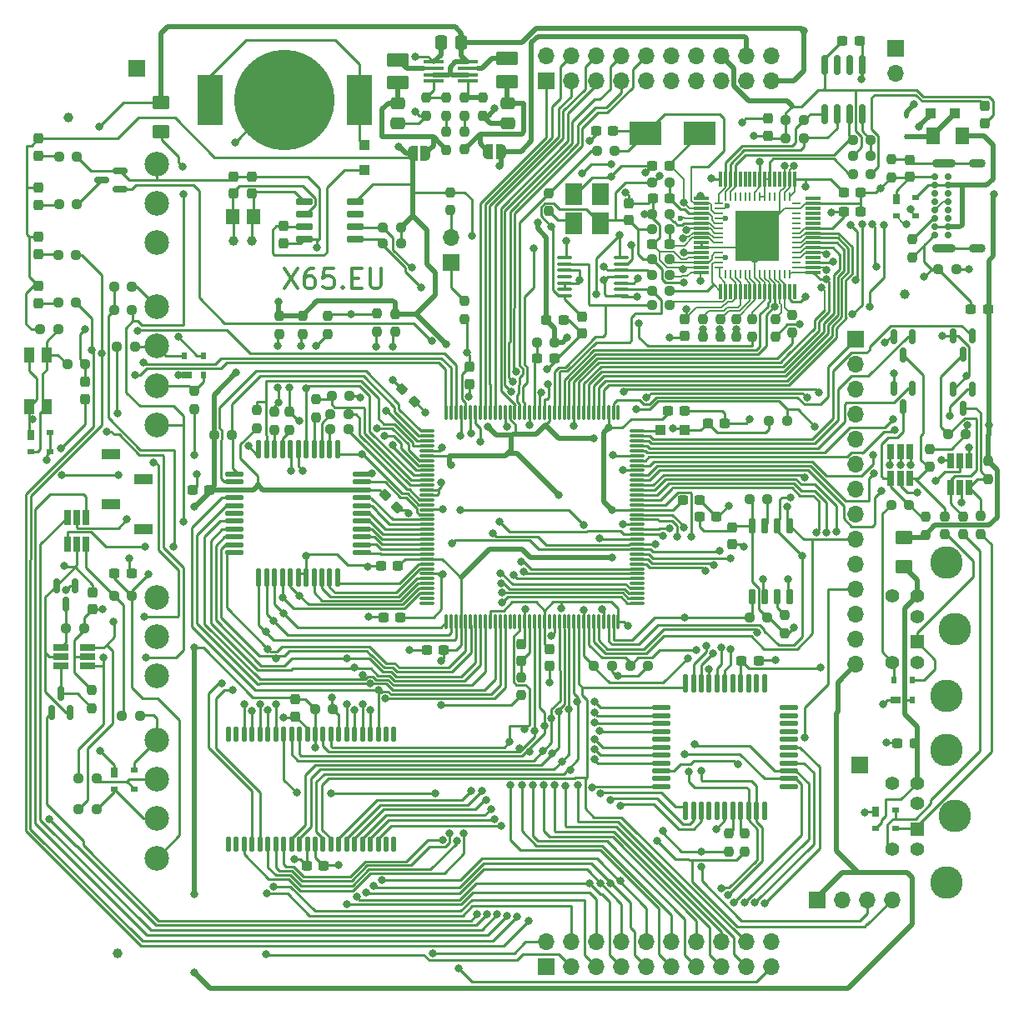
<source format=gbr>
%TF.GenerationSoftware,KiCad,Pcbnew,(6.0.7)*%
%TF.CreationDate,2023-03-28T13:11:04+02:00*%
%TF.ProjectId,open65,6f70656e-3635-42e6-9b69-6361645f7063,rev01*%
%TF.SameCoordinates,Original*%
%TF.FileFunction,Copper,L1,Top*%
%TF.FilePolarity,Positive*%
%FSLAX46Y46*%
G04 Gerber Fmt 4.6, Leading zero omitted, Abs format (unit mm)*
G04 Created by KiCad (PCBNEW (6.0.7)) date 2023-03-28 13:11:04*
%MOMM*%
%LPD*%
G01*
G04 APERTURE LIST*
G04 Aperture macros list*
%AMRoundRect*
0 Rectangle with rounded corners*
0 $1 Rounding radius*
0 $2 $3 $4 $5 $6 $7 $8 $9 X,Y pos of 4 corners*
0 Add a 4 corners polygon primitive as box body*
4,1,4,$2,$3,$4,$5,$6,$7,$8,$9,$2,$3,0*
0 Add four circle primitives for the rounded corners*
1,1,$1+$1,$2,$3*
1,1,$1+$1,$4,$5*
1,1,$1+$1,$6,$7*
1,1,$1+$1,$8,$9*
0 Add four rect primitives between the rounded corners*
20,1,$1+$1,$2,$3,$4,$5,0*
20,1,$1+$1,$4,$5,$6,$7,0*
20,1,$1+$1,$6,$7,$8,$9,0*
20,1,$1+$1,$8,$9,$2,$3,0*%
%AMFreePoly0*
4,1,22,0.500000,-0.750000,0.000000,-0.750000,0.000000,-0.745033,-0.079941,-0.743568,-0.215256,-0.701293,-0.333266,-0.622738,-0.424486,-0.514219,-0.481581,-0.384460,-0.499164,-0.250000,-0.500000,-0.250000,-0.500000,0.250000,-0.499164,0.250000,-0.499963,0.256109,-0.478152,0.396186,-0.417904,0.524511,-0.324060,0.630769,-0.204165,0.706417,-0.067858,0.745374,0.000000,0.744959,0.000000,0.750000,
0.500000,0.750000,0.500000,-0.750000,0.500000,-0.750000,$1*%
%AMFreePoly1*
4,1,20,0.000000,0.744959,0.073905,0.744508,0.209726,0.703889,0.328688,0.626782,0.421226,0.519385,0.479903,0.390333,0.500000,0.250000,0.500000,-0.250000,0.499851,-0.262216,0.476331,-0.402017,0.414519,-0.529596,0.319384,-0.634700,0.198574,-0.708877,0.061801,-0.746166,0.000000,-0.745033,0.000000,-0.750000,-0.500000,-0.750000,-0.500000,0.750000,0.000000,0.750000,0.000000,0.744959,
0.000000,0.744959,$1*%
G04 Aperture macros list end*
%ADD10C,0.300000*%
%TA.AperFunction,NonConductor*%
%ADD11C,0.300000*%
%TD*%
%TA.AperFunction,SMDPad,CuDef*%
%ADD12R,1.760000X2.250000*%
%TD*%
%TA.AperFunction,SMDPad,CuDef*%
%ADD13RoundRect,0.137500X-0.137500X-0.800000X0.137500X-0.800000X0.137500X0.800000X-0.137500X0.800000X0*%
%TD*%
%TA.AperFunction,SMDPad,CuDef*%
%ADD14RoundRect,0.137500X-0.800000X-0.137500X0.800000X-0.137500X0.800000X0.137500X-0.800000X0.137500X0*%
%TD*%
%TA.AperFunction,SMDPad,CuDef*%
%ADD15RoundRect,0.137500X0.800000X0.137500X-0.800000X0.137500X-0.800000X-0.137500X0.800000X-0.137500X0*%
%TD*%
%TA.AperFunction,SMDPad,CuDef*%
%ADD16RoundRect,0.137500X0.137500X0.800000X-0.137500X0.800000X-0.137500X-0.800000X0.137500X-0.800000X0*%
%TD*%
%TA.AperFunction,SMDPad,CuDef*%
%ADD17RoundRect,0.237500X-0.237500X0.250000X-0.237500X-0.250000X0.237500X-0.250000X0.237500X0.250000X0*%
%TD*%
%TA.AperFunction,SMDPad,CuDef*%
%ADD18R,0.650000X1.560000*%
%TD*%
%TA.AperFunction,ComponentPad*%
%ADD19C,0.700000*%
%TD*%
%TA.AperFunction,ComponentPad*%
%ADD20O,1.700000X0.900000*%
%TD*%
%TA.AperFunction,ComponentPad*%
%ADD21O,2.400000X0.900000*%
%TD*%
%TA.AperFunction,SMDPad,CuDef*%
%ADD22RoundRect,0.237500X0.250000X0.237500X-0.250000X0.237500X-0.250000X-0.237500X0.250000X-0.237500X0*%
%TD*%
%TA.AperFunction,SMDPad,CuDef*%
%ADD23RoundRect,0.150000X-0.150000X0.587500X-0.150000X-0.587500X0.150000X-0.587500X0.150000X0.587500X0*%
%TD*%
%TA.AperFunction,SMDPad,CuDef*%
%ADD24RoundRect,0.237500X0.300000X0.237500X-0.300000X0.237500X-0.300000X-0.237500X0.300000X-0.237500X0*%
%TD*%
%TA.AperFunction,SMDPad,CuDef*%
%ADD25RoundRect,0.237500X-0.300000X-0.237500X0.300000X-0.237500X0.300000X0.237500X-0.300000X0.237500X0*%
%TD*%
%TA.AperFunction,SMDPad,CuDef*%
%ADD26RoundRect,0.237500X0.237500X-0.250000X0.237500X0.250000X-0.237500X0.250000X-0.237500X-0.250000X0*%
%TD*%
%TA.AperFunction,ComponentPad*%
%ADD27R,1.700000X1.700000*%
%TD*%
%TA.AperFunction,SMDPad,CuDef*%
%ADD28RoundRect,0.237500X-0.250000X-0.237500X0.250000X-0.237500X0.250000X0.237500X-0.250000X0.237500X0*%
%TD*%
%TA.AperFunction,SMDPad,CuDef*%
%ADD29R,1.560000X0.650000*%
%TD*%
%TA.AperFunction,SMDPad,CuDef*%
%ADD30RoundRect,0.150000X-0.725000X-0.150000X0.725000X-0.150000X0.725000X0.150000X-0.725000X0.150000X0*%
%TD*%
%TA.AperFunction,SMDPad,CuDef*%
%ADD31RoundRect,0.250001X-0.462499X-0.624999X0.462499X-0.624999X0.462499X0.624999X-0.462499X0.624999X0*%
%TD*%
%TA.AperFunction,SMDPad,CuDef*%
%ADD32RoundRect,0.237500X-0.237500X0.300000X-0.237500X-0.300000X0.237500X-0.300000X0.237500X0.300000X0*%
%TD*%
%TA.AperFunction,SMDPad,CuDef*%
%ADD33RoundRect,0.250001X-0.624999X0.462499X-0.624999X-0.462499X0.624999X-0.462499X0.624999X0.462499X0*%
%TD*%
%TA.AperFunction,SMDPad,CuDef*%
%ADD34RoundRect,0.237500X-0.237500X0.287500X-0.237500X-0.287500X0.237500X-0.287500X0.237500X0.287500X0*%
%TD*%
%TA.AperFunction,SMDPad,CuDef*%
%ADD35RoundRect,0.237500X0.344715X-0.008839X-0.008839X0.344715X-0.344715X0.008839X0.008839X-0.344715X0*%
%TD*%
%TA.AperFunction,SMDPad,CuDef*%
%ADD36RoundRect,0.250001X-0.849999X0.462499X-0.849999X-0.462499X0.849999X-0.462499X0.849999X0.462499X0*%
%TD*%
%TA.AperFunction,SMDPad,CuDef*%
%ADD37C,1.000000*%
%TD*%
%TA.AperFunction,SMDPad,CuDef*%
%ADD38R,0.450000X0.600000*%
%TD*%
%TA.AperFunction,ComponentPad*%
%ADD39C,1.000000*%
%TD*%
%TA.AperFunction,SMDPad,CuDef*%
%ADD40R,1.000000X1.550000*%
%TD*%
%TA.AperFunction,SMDPad,CuDef*%
%ADD41R,1.000000X1.000000*%
%TD*%
%TA.AperFunction,SMDPad,CuDef*%
%ADD42RoundRect,0.150000X0.150000X-0.650000X0.150000X0.650000X-0.150000X0.650000X-0.150000X-0.650000X0*%
%TD*%
%TA.AperFunction,SMDPad,CuDef*%
%ADD43RoundRect,0.237500X0.237500X-0.287500X0.237500X0.287500X-0.237500X0.287500X-0.237500X-0.287500X0*%
%TD*%
%TA.AperFunction,SMDPad,CuDef*%
%ADD44RoundRect,0.237500X0.237500X-0.300000X0.237500X0.300000X-0.237500X0.300000X-0.237500X-0.300000X0*%
%TD*%
%TA.AperFunction,SMDPad,CuDef*%
%ADD45R,1.900000X1.000000*%
%TD*%
%TA.AperFunction,SMDPad,CuDef*%
%ADD46RoundRect,0.250000X0.475000X-0.337500X0.475000X0.337500X-0.475000X0.337500X-0.475000X-0.337500X0*%
%TD*%
%TA.AperFunction,SMDPad,CuDef*%
%ADD47RoundRect,0.137500X-0.137500X0.625000X-0.137500X-0.625000X0.137500X-0.625000X0.137500X0.625000X0*%
%TD*%
%TA.AperFunction,SMDPad,CuDef*%
%ADD48R,0.700000X1.000000*%
%TD*%
%TA.AperFunction,SMDPad,CuDef*%
%ADD49R,0.700000X0.600000*%
%TD*%
%TA.AperFunction,SMDPad,CuDef*%
%ADD50RoundRect,0.237500X-0.380070X0.044194X0.044194X-0.380070X0.380070X-0.044194X-0.044194X0.380070X0*%
%TD*%
%TA.AperFunction,SMDPad,CuDef*%
%ADD51RoundRect,0.062500X-0.375000X-0.062500X0.375000X-0.062500X0.375000X0.062500X-0.375000X0.062500X0*%
%TD*%
%TA.AperFunction,SMDPad,CuDef*%
%ADD52RoundRect,0.062500X-0.062500X-0.375000X0.062500X-0.375000X0.062500X0.375000X-0.062500X0.375000X0*%
%TD*%
%TA.AperFunction,SMDPad,CuDef*%
%ADD53R,4.500000X5.200000*%
%TD*%
%TA.AperFunction,SMDPad,CuDef*%
%ADD54RoundRect,0.075000X-0.700000X-0.075000X0.700000X-0.075000X0.700000X0.075000X-0.700000X0.075000X0*%
%TD*%
%TA.AperFunction,SMDPad,CuDef*%
%ADD55RoundRect,0.075000X-0.075000X-0.700000X0.075000X-0.700000X0.075000X0.700000X-0.075000X0.700000X0*%
%TD*%
%TA.AperFunction,ComponentPad*%
%ADD56O,1.700000X1.700000*%
%TD*%
%TA.AperFunction,SMDPad,CuDef*%
%ADD57R,3.325000X2.400000*%
%TD*%
%TA.AperFunction,SMDPad,CuDef*%
%ADD58R,2.500000X5.100000*%
%TD*%
%TA.AperFunction,SMDPad,CuDef*%
%ADD59C,10.200000*%
%TD*%
%TA.AperFunction,SMDPad,CuDef*%
%ADD60RoundRect,0.075000X-0.662500X-0.075000X0.662500X-0.075000X0.662500X0.075000X-0.662500X0.075000X0*%
%TD*%
%TA.AperFunction,SMDPad,CuDef*%
%ADD61RoundRect,0.075000X-0.075000X-0.662500X0.075000X-0.662500X0.075000X0.662500X-0.075000X0.662500X0*%
%TD*%
%TA.AperFunction,SMDPad,CuDef*%
%ADD62RoundRect,0.100000X0.637500X0.100000X-0.637500X0.100000X-0.637500X-0.100000X0.637500X-0.100000X0*%
%TD*%
%TA.AperFunction,SMDPad,CuDef*%
%ADD63FreePoly0,180.000000*%
%TD*%
%TA.AperFunction,SMDPad,CuDef*%
%ADD64FreePoly1,180.000000*%
%TD*%
%TA.AperFunction,SMDPad,CuDef*%
%ADD65RoundRect,0.150000X0.587500X0.150000X-0.587500X0.150000X-0.587500X-0.150000X0.587500X-0.150000X0*%
%TD*%
%TA.AperFunction,SMDPad,CuDef*%
%ADD66R,2.000000X0.400000*%
%TD*%
%TA.AperFunction,SMDPad,CuDef*%
%ADD67RoundRect,0.150000X0.150000X-0.587500X0.150000X0.587500X-0.150000X0.587500X-0.150000X-0.587500X0*%
%TD*%
%TA.AperFunction,SMDPad,CuDef*%
%ADD68RoundRect,0.250000X0.337500X0.475000X-0.337500X0.475000X-0.337500X-0.475000X0.337500X-0.475000X0*%
%TD*%
%TA.AperFunction,SMDPad,CuDef*%
%ADD69R,1.000000X0.700000*%
%TD*%
%TA.AperFunction,SMDPad,CuDef*%
%ADD70R,0.600000X0.700000*%
%TD*%
%TA.AperFunction,SMDPad,CuDef*%
%ADD71RoundRect,0.150000X0.150000X-0.825000X0.150000X0.825000X-0.150000X0.825000X-0.150000X-0.825000X0*%
%TD*%
%TA.AperFunction,SMDPad,CuDef*%
%ADD72R,1.400000X1.500000*%
%TD*%
%TA.AperFunction,SMDPad,CuDef*%
%ADD73RoundRect,0.250001X0.849999X-0.462499X0.849999X0.462499X-0.849999X0.462499X-0.849999X-0.462499X0*%
%TD*%
%TA.AperFunction,SMDPad,CuDef*%
%ADD74FreePoly0,0.000000*%
%TD*%
%TA.AperFunction,SMDPad,CuDef*%
%ADD75FreePoly1,0.000000*%
%TD*%
%TA.AperFunction,ComponentPad*%
%ADD76R,1.398000X1.398000*%
%TD*%
%TA.AperFunction,ComponentPad*%
%ADD77C,1.398000*%
%TD*%
%TA.AperFunction,ComponentPad*%
%ADD78C,3.306000*%
%TD*%
%TA.AperFunction,ComponentPad*%
%ADD79C,2.500000*%
%TD*%
%TA.AperFunction,ViaPad*%
%ADD80C,0.800000*%
%TD*%
%TA.AperFunction,ViaPad*%
%ADD81C,0.600000*%
%TD*%
%TA.AperFunction,Conductor*%
%ADD82C,0.250000*%
%TD*%
%TA.AperFunction,Conductor*%
%ADD83C,0.160000*%
%TD*%
%TA.AperFunction,Conductor*%
%ADD84C,0.500000*%
%TD*%
%TA.AperFunction,Conductor*%
%ADD85C,0.200000*%
%TD*%
G04 APERTURE END LIST*
D10*
D11*
X82000000Y-75384761D02*
X83333333Y-77384761D01*
X83333333Y-75384761D02*
X82000000Y-77384761D01*
X84952380Y-75384761D02*
X84571428Y-75384761D01*
X84380952Y-75480000D01*
X84285714Y-75575238D01*
X84095238Y-75860952D01*
X84000000Y-76241904D01*
X84000000Y-77003809D01*
X84095238Y-77194285D01*
X84190476Y-77289523D01*
X84380952Y-77384761D01*
X84761904Y-77384761D01*
X84952380Y-77289523D01*
X85047619Y-77194285D01*
X85142857Y-77003809D01*
X85142857Y-76527619D01*
X85047619Y-76337142D01*
X84952380Y-76241904D01*
X84761904Y-76146666D01*
X84380952Y-76146666D01*
X84190476Y-76241904D01*
X84095238Y-76337142D01*
X84000000Y-76527619D01*
X86952380Y-75384761D02*
X86000000Y-75384761D01*
X85904761Y-76337142D01*
X86000000Y-76241904D01*
X86190476Y-76146666D01*
X86666666Y-76146666D01*
X86857142Y-76241904D01*
X86952380Y-76337142D01*
X87047619Y-76527619D01*
X87047619Y-77003809D01*
X86952380Y-77194285D01*
X86857142Y-77289523D01*
X86666666Y-77384761D01*
X86190476Y-77384761D01*
X86000000Y-77289523D01*
X85904761Y-77194285D01*
X87904761Y-77194285D02*
X88000000Y-77289523D01*
X87904761Y-77384761D01*
X87809523Y-77289523D01*
X87904761Y-77194285D01*
X87904761Y-77384761D01*
X88857142Y-76337142D02*
X89523809Y-76337142D01*
X89809523Y-77384761D02*
X88857142Y-77384761D01*
X88857142Y-75384761D01*
X89809523Y-75384761D01*
X90666666Y-75384761D02*
X90666666Y-77003809D01*
X90761904Y-77194285D01*
X90857142Y-77289523D01*
X91047619Y-77384761D01*
X91428571Y-77384761D01*
X91619047Y-77289523D01*
X91714285Y-77194285D01*
X91809523Y-77003809D01*
X91809523Y-75384761D01*
D12*
%TO.P,X301,1,~{ST}*%
%TO.N,unconnected-(X301-Pad1)*%
X114050000Y-67825000D03*
%TO.P,X301,2,GND*%
%TO.N,GND*%
X111350000Y-67825000D03*
%TO.P,X301,3,OUT*%
%TO.N,Net-(R308-Pad1)*%
X111350000Y-70775000D03*
%TO.P,X301,4,VCC*%
%TO.N,+3V3*%
X114050000Y-70775000D03*
%TD*%
D13*
%TO.P,U201,44,MLB*%
%TO.N,~{CML}*%
X79380000Y-93752500D03*
%TO.P,U201,43,IRQB*%
%TO.N,~{CIRQ}*%
X80180000Y-93752500D03*
%TO.P,U201,42,PHI1O/ABORTB*%
%TO.N,Net-(R208-Pad2)*%
X80980000Y-93752500D03*
%TO.P,U201,41,RDY*%
%TO.N,Net-(R212-Pad1)*%
X81780000Y-93752500D03*
%TO.P,U201,40,VPB*%
%TO.N,~{CVP}*%
X82580000Y-93752500D03*
%TO.P,U201,39,VSS*%
%TO.N,GND*%
X83380000Y-93752500D03*
%TO.P,U201,38,RESB*%
%TO.N,~{CRES}*%
X84180000Y-93752500D03*
%TO.P,U201,37,PHI2O/VDA*%
%TO.N,Net-(R213-Pad1)*%
X84980000Y-93752500D03*
%TO.P,U201,36,SOB/MX*%
%TO.N,Net-(R209-Pad2)*%
X85780000Y-93752500D03*
%TO.P,U201,35,PHI2*%
%TO.N,Net-(R211-Pad2)*%
X86580000Y-93752500D03*
%TO.P,U201,34,BE*%
%TO.N,CBE*%
X87380000Y-93752500D03*
D14*
%TO.P,U201,33,NC/E*%
%TO.N,Net-(R210-Pad2)*%
X89867500Y-96240000D03*
%TO.P,U201,32,RWB*%
%TO.N,~{CRW}*%
X89867500Y-97040000D03*
%TO.P,U201,31,VDD*%
%TO.N,+3V3*%
X89867500Y-97840000D03*
%TO.P,U201,30,D0*%
%TO.N,CD0*%
X89867500Y-98640000D03*
%TO.P,U201,29,D1*%
%TO.N,CD1*%
X89867500Y-99440000D03*
%TO.P,U201,28,D2*%
%TO.N,CD2*%
X89867500Y-100240000D03*
%TO.P,U201,27,D3*%
%TO.N,CD3*%
X89867500Y-101040000D03*
%TO.P,U201,26,D4*%
%TO.N,CD4*%
X89867500Y-101840000D03*
%TO.P,U201,25,D5*%
%TO.N,CD5*%
X89867500Y-102640000D03*
%TO.P,U201,24,D6*%
%TO.N,CD6*%
X89867500Y-103440000D03*
%TO.P,U201,23,D7*%
%TO.N,CD7*%
X89867500Y-104240000D03*
D13*
%TO.P,U201,22,A15*%
%TO.N,CA15*%
X87380000Y-106727500D03*
%TO.P,U201,21,A14*%
%TO.N,CA14*%
X86580000Y-106727500D03*
%TO.P,U201,20,A13*%
%TO.N,CA13*%
X85780000Y-106727500D03*
%TO.P,U201,19,A12*%
%TO.N,CA12*%
X84980000Y-106727500D03*
%TO.P,U201,18,VSS*%
%TO.N,GND*%
X84180000Y-106727500D03*
%TO.P,U201,17,VSS*%
X83380000Y-106727500D03*
%TO.P,U201,16,A11*%
%TO.N,A11*%
X82580000Y-106727500D03*
%TO.P,U201,15,A10*%
%TO.N,A10*%
X81780000Y-106727500D03*
%TO.P,U201,14,A9*%
%TO.N,A9*%
X80980000Y-106727500D03*
%TO.P,U201,13,A8*%
%TO.N,A8*%
X80180000Y-106727500D03*
%TO.P,U201,12,A7*%
%TO.N,A7*%
X79380000Y-106727500D03*
D14*
%TO.P,U201,11,A6*%
%TO.N,A6*%
X76892500Y-104240000D03*
%TO.P,U201,10,A5*%
%TO.N,A5*%
X76892500Y-103440000D03*
%TO.P,U201,9,A4*%
%TO.N,A4*%
X76892500Y-102640000D03*
%TO.P,U201,8,A3*%
%TO.N,A3*%
X76892500Y-101840000D03*
%TO.P,U201,7,A2*%
%TO.N,A2*%
X76892500Y-101040000D03*
%TO.P,U201,6,NC*%
%TO.N,unconnected-(U201-Pad6)*%
X76892500Y-100240000D03*
%TO.P,U201,5,A1*%
%TO.N,A1*%
X76892500Y-99440000D03*
%TO.P,U201,4,A0*%
%TO.N,A0*%
X76892500Y-98640000D03*
%TO.P,U201,3,VDD*%
%TO.N,+3V3*%
X76892500Y-97840000D03*
%TO.P,U201,2,SYNC/VPA*%
%TO.N,CSYNC_VPA*%
X76892500Y-97040000D03*
%TO.P,U201,1,NMIB*%
%TO.N,~{CNMI}*%
X76892500Y-96240000D03*
%TD*%
D15*
%TO.P,U401,1,PA5*%
%TO.N,unconnected-(U401-Pad1)*%
X133187500Y-128000000D03*
%TO.P,U401,2,PA6*%
%TO.N,NESDATA1*%
X133187500Y-127200000D03*
%TO.P,U401,3,PA7*%
%TO.N,NESDATA0*%
X133187500Y-126400000D03*
%TO.P,U401,4,PB0*%
%TO.N,CPULED0*%
X133187500Y-125600000D03*
%TO.P,U401,5*%
%TO.N,N/C*%
X133187500Y-124800000D03*
%TO.P,U401,6,PB1*%
%TO.N,CPULED1*%
X133187500Y-124000000D03*
%TO.P,U401,7,PB2*%
%TO.N,unconnected-(U401-Pad7)*%
X133187500Y-123200000D03*
%TO.P,U401,8,PB3*%
%TO.N,unconnected-(U401-Pad8)*%
X133187500Y-122400000D03*
%TO.P,U401,9,PB4*%
%TO.N,unconnected-(U401-Pad9)*%
X133187500Y-121600000D03*
%TO.P,U401,10,PB5*%
%TO.N,unconnected-(U401-Pad10)*%
X133187500Y-120800000D03*
%TO.P,U401,11,PB6*%
%TO.N,unconnected-(U401-Pad11)*%
X133187500Y-120000000D03*
D16*
%TO.P,U401,12,PB7*%
%TO.N,unconnected-(U401-Pad12)*%
X130700000Y-117512500D03*
%TO.P,U401,13,CB1*%
%TO.N,unconnected-(U401-Pad13)*%
X129900000Y-117512500D03*
%TO.P,U401,14,CB2*%
%TO.N,unconnected-(U401-Pad14)*%
X129100000Y-117512500D03*
%TO.P,U401,15,VDD*%
%TO.N,+3V3*%
X128300000Y-117512500D03*
%TO.P,U401,16*%
%TO.N,N/C*%
X127500000Y-117512500D03*
%TO.P,U401,17,IRQB*%
%TO.N,VIAIRQ*%
X126700000Y-117512500D03*
%TO.P,U401,18,RWB*%
%TO.N,~{MWR}*%
X125900000Y-117512500D03*
%TO.P,U401,19,CS2B*%
%TO.N,GND*%
X125100000Y-117512500D03*
%TO.P,U401,20,CS1*%
%TO.N,VIACS*%
X124300000Y-117512500D03*
%TO.P,U401,21,PHI2*%
%TO.N,VIAPHI2*%
X123500000Y-117512500D03*
%TO.P,U401,22,D7*%
%TO.N,D7*%
X122700000Y-117512500D03*
D15*
%TO.P,U401,23,D6*%
%TO.N,D6*%
X120212500Y-120000000D03*
%TO.P,U401,24,D5*%
%TO.N,D5*%
X120212500Y-120800000D03*
%TO.P,U401,25,D4*%
%TO.N,D4*%
X120212500Y-121600000D03*
%TO.P,U401,26,D3*%
%TO.N,D3*%
X120212500Y-122400000D03*
%TO.P,U401,27*%
%TO.N,N/C*%
X120212500Y-123200000D03*
%TO.P,U401,28,D2*%
%TO.N,D2*%
X120212500Y-124000000D03*
%TO.P,U401,29,D1*%
%TO.N,D1*%
X120212500Y-124800000D03*
%TO.P,U401,30,D0*%
%TO.N,D0*%
X120212500Y-125600000D03*
%TO.P,U401,31,RESB*%
%TO.N,~{PERIRES}*%
X120212500Y-126400000D03*
%TO.P,U401,32*%
%TO.N,N/C*%
X120212500Y-127200000D03*
%TO.P,U401,33,RS3*%
%TO.N,A3*%
X120212500Y-128000000D03*
D16*
%TO.P,U401,34,RS2*%
%TO.N,A2*%
X122700000Y-130487500D03*
%TO.P,U401,35,RS1*%
%TO.N,A1*%
X123500000Y-130487500D03*
%TO.P,U401,36,RS0*%
%TO.N,A0*%
X124300000Y-130487500D03*
%TO.P,U401,37,CA2*%
%TO.N,unconnected-(U401-Pad37)*%
X125100000Y-130487500D03*
%TO.P,U401,38,CA1*%
%TO.N,unconnected-(U401-Pad38)*%
X125900000Y-130487500D03*
%TO.P,U401,39,VSS*%
%TO.N,GND*%
X126700000Y-130487500D03*
%TO.P,U401,40,PA0*%
%TO.N,Net-(R401-Pad1)*%
X127500000Y-130487500D03*
%TO.P,U401,41,PA1*%
%TO.N,Net-(R402-Pad1)*%
X128300000Y-130487500D03*
%TO.P,U401,42,PA2*%
%TO.N,NESLATCH*%
X129100000Y-130487500D03*
%TO.P,U401,43,PA3*%
%TO.N,NESCLOCK*%
X129900000Y-130487500D03*
%TO.P,U401,44,PA4*%
%TO.N,unconnected-(U401-Pad44)*%
X130700000Y-130487500D03*
%TD*%
D17*
%TO.P,R517,1*%
%TO.N,/USB-Terminal/ICD2NORAROM*%
X100300000Y-78687500D03*
%TO.P,R517,2*%
%TO.N,GND*%
X100300000Y-80512500D03*
%TD*%
D18*
%TO.P,U602,1*%
%TO.N,Net-(Q603-Pad3)*%
X149600000Y-97600000D03*
%TO.P,U602,2,GND*%
%TO.N,GND*%
X150550000Y-97600000D03*
%TO.P,U602,3*%
%TO.N,Net-(Q604-Pad3)*%
X151500000Y-97600000D03*
%TO.P,U602,4*%
%TO.N,PS2K_DATA*%
X151500000Y-94900000D03*
%TO.P,U602,5,VCC*%
%TO.N,+3V3*%
X150550000Y-94900000D03*
%TO.P,U602,6*%
%TO.N,PS2K_CLK*%
X149600000Y-94900000D03*
%TD*%
D19*
%TO.P,J501,A1,GND*%
%TO.N,GND*%
X147975000Y-71975000D03*
%TO.P,J501,A4,VBUS*%
%TO.N,/USB-Terminal/VBUS*%
X147975000Y-71125000D03*
%TO.P,J501,A5,CC1*%
%TO.N,/USB-Terminal/CC1*%
X147975000Y-70275000D03*
%TO.P,J501,A6,D+*%
%TO.N,/USB-Terminal/USBDP*%
X147975000Y-69425000D03*
%TO.P,J501,A7,D-*%
%TO.N,/USB-Terminal/USBDN*%
X147975000Y-68575000D03*
%TO.P,J501,A8,SBU1*%
%TO.N,unconnected-(J501-PadA8)*%
X147975000Y-67725000D03*
%TO.P,J501,A9,VBUS*%
%TO.N,/USB-Terminal/VBUS*%
X147975000Y-66875000D03*
%TO.P,J501,A12,GND*%
%TO.N,GND*%
X147975000Y-66025000D03*
%TO.P,J501,B1,GND*%
X149325000Y-66025000D03*
%TO.P,J501,B4,VBUS*%
%TO.N,/USB-Terminal/VBUS*%
X149325000Y-66875000D03*
%TO.P,J501,B5,CC2*%
%TO.N,/USB-Terminal/CC2*%
X149325000Y-67725000D03*
%TO.P,J501,B6,D+*%
%TO.N,/USB-Terminal/USBDP*%
X149325000Y-68575000D03*
%TO.P,J501,B7,D-*%
%TO.N,/USB-Terminal/USBDN*%
X149325000Y-69425000D03*
%TO.P,J501,B8,SBU2*%
%TO.N,unconnected-(J501-PadB8)*%
X149325000Y-70275000D03*
%TO.P,J501,B9,VBUS*%
%TO.N,/USB-Terminal/VBUS*%
X149325000Y-71125000D03*
%TO.P,J501,B12,GND*%
%TO.N,GND*%
X149325000Y-71975000D03*
D20*
%TO.P,J501,S1,SHIELD*%
%TO.N,Net-(C501-Pad1)*%
X152335000Y-64675000D03*
X152335000Y-73325000D03*
D21*
X148955000Y-64675000D03*
X148955000Y-73325000D03*
%TD*%
D22*
%TO.P,R305,1*%
%TO.N,Net-(R305-Pad1)*%
X131012500Y-98800000D03*
%TO.P,R305,2*%
%TO.N,+3V3*%
X129187500Y-98800000D03*
%TD*%
D23*
%TO.P,Q601,1,G*%
%TO.N,PS2M_CLKDR*%
X145750000Y-87512500D03*
%TO.P,Q601,2,S*%
%TO.N,GND*%
X143850000Y-87512500D03*
%TO.P,Q601,3,D*%
%TO.N,Net-(Q601-Pad3)*%
X144800000Y-89387500D03*
%TD*%
D24*
%TO.P,C601,1*%
%TO.N,+5V*%
X153412500Y-79500000D03*
%TO.P,C601,2*%
%TO.N,GND*%
X151687500Y-79500000D03*
%TD*%
D22*
%TO.P,R514,1*%
%TO.N,/USB-Terminal/ADBUS1*%
X121112500Y-77600000D03*
%TO.P,R514,2*%
%TO.N,ICD_MOSI*%
X119287500Y-77600000D03*
%TD*%
%TO.P,R515,1*%
%TO.N,/USB-Terminal/ADBUS2*%
X121112500Y-79100000D03*
%TO.P,R515,2*%
%TO.N,ICD_MISO*%
X119287500Y-79100000D03*
%TD*%
D25*
%TO.P,C502,1*%
%TO.N,/USB-Terminal/FTDI1V8*%
X138787500Y-67680000D03*
%TO.P,C502,2*%
%TO.N,GND*%
X140512500Y-67680000D03*
%TD*%
D17*
%TO.P,R214,1*%
%TO.N,+3V3*%
X83800000Y-80167500D03*
%TO.P,R214,2*%
%TO.N,CRDY*%
X83800000Y-81992500D03*
%TD*%
D26*
%TO.P,R414,1*%
%TO.N,Net-(Q402-Pad3)*%
X62400000Y-120012500D03*
%TO.P,R414,2*%
%TO.N,+5V*%
X62400000Y-118187500D03*
%TD*%
D27*
%TO.P,J703,1,Pin_1*%
%TO.N,GND*%
X140400000Y-125800000D03*
%TD*%
D28*
%TO.P,R707,1*%
%TO.N,Net-(D701-Pad1)*%
X59087500Y-64000000D03*
%TO.P,R707,2*%
%TO.N,GND*%
X60912500Y-64000000D03*
%TD*%
D29*
%TO.P,U403,1*%
%TO.N,Net-(Q401-Pad3)*%
X59250000Y-113850000D03*
%TO.P,U403,2*%
%TO.N,GND*%
X59250000Y-114800000D03*
%TO.P,U403,3*%
%TO.N,Net-(Q402-Pad3)*%
X59250000Y-115750000D03*
%TO.P,U403,4*%
%TO.N,/VIA\u002C RTC\u002C SNES/NESLATCH5*%
X61950000Y-115750000D03*
%TO.P,U403,5*%
%TO.N,+5V*%
X61950000Y-114800000D03*
%TO.P,U403,6*%
%TO.N,/VIA\u002C RTC\u002C SNES/NESCLOCK5*%
X61950000Y-113850000D03*
%TD*%
D22*
%TO.P,R509,1*%
%TO.N,/USB-Terminal/EECLK*%
X134712500Y-62100000D03*
%TO.P,R509,2*%
%TO.N,+3V3*%
X132887500Y-62100000D03*
%TD*%
D30*
%TO.P,U402,1,X1*%
%TO.N,Net-(C403-Pad1)*%
X83975000Y-68575000D03*
%TO.P,U402,2,X2*%
%TO.N,Net-(C402-Pad1)*%
X83975000Y-69845000D03*
%TO.P,U402,3,VBAT*%
%TO.N,/VIA\u002C RTC\u002C SNES/VBAT3V*%
X83975000Y-71115000D03*
%TO.P,U402,4,VSS*%
%TO.N,GND*%
X83975000Y-72385000D03*
%TO.P,U402,5,SDA*%
%TO.N,I2C_SDA*%
X89125000Y-72385000D03*
%TO.P,U402,6,SCL*%
%TO.N,I2C_SCL*%
X89125000Y-71115000D03*
%TO.P,U402,7,MFP*%
%TO.N,unconnected-(U402-Pad7)*%
X89125000Y-69845000D03*
%TO.P,U402,8,VCC*%
%TO.N,+3V3*%
X89125000Y-68575000D03*
%TD*%
D31*
%TO.P,F501,1*%
%TO.N,Net-(D501-Pad2)*%
X147812500Y-61900000D03*
%TO.P,F501,2*%
%TO.N,/USB-Terminal/VBUS*%
X150787500Y-61900000D03*
%TD*%
D32*
%TO.P,C307,1*%
%TO.N,GND*%
X106000000Y-113537500D03*
%TO.P,C307,2*%
%TO.N,/FPGA/VCCPLL0*%
X106000000Y-115262500D03*
%TD*%
D33*
%TO.P,F401,1*%
%TO.N,+5V*%
X69400000Y-58512500D03*
%TO.P,F401,2*%
%TO.N,NESPWR5V*%
X69400000Y-61487500D03*
%TD*%
D25*
%TO.P,C405,1*%
%TO.N,NESPWR5V*%
X64737500Y-106350000D03*
%TO.P,C405,2*%
%TO.N,GND*%
X66462500Y-106350000D03*
%TD*%
D26*
%TO.P,R207,1*%
%TO.N,~{CRES}*%
X86400000Y-81992500D03*
%TO.P,R207,2*%
%TO.N,GND*%
X86400000Y-80167500D03*
%TD*%
D34*
%TO.P,D502,1,K*%
%TO.N,Net-(D502-Pad1)*%
X153100000Y-58825000D03*
%TO.P,D502,2,A*%
%TO.N,+3V3*%
X153100000Y-60575000D03*
%TD*%
D32*
%TO.P,C309,1*%
%TO.N,+3V3*%
X127400000Y-101637500D03*
%TO.P,C309,2*%
%TO.N,GND*%
X127400000Y-103362500D03*
%TD*%
D28*
%TO.P,R508,1*%
%TO.N,+3V3*%
X139687500Y-63900000D03*
%TO.P,R508,2*%
%TO.N,/USB-Terminal/EEDO*%
X141512500Y-63900000D03*
%TD*%
D18*
%TO.P,U404,1*%
%TO.N,/VIA\u002C RTC\u002C SNES/NES1DATA5*%
X59950000Y-103350000D03*
%TO.P,U404,2,GND*%
%TO.N,GND*%
X60900000Y-103350000D03*
%TO.P,U404,3*%
%TO.N,/VIA\u002C RTC\u002C SNES/NES0DATA5*%
X61850000Y-103350000D03*
%TO.P,U404,4*%
%TO.N,NESDATA0*%
X61850000Y-100650000D03*
%TO.P,U404,5,VCC*%
%TO.N,+3V3*%
X60900000Y-100650000D03*
%TO.P,U404,6*%
%TO.N,NESDATA1*%
X59950000Y-100650000D03*
%TD*%
D35*
%TO.P,R210,1*%
%TO.N,CEF*%
X95195235Y-88875235D03*
%TO.P,R210,2*%
%TO.N,Net-(R210-Pad2)*%
X93904765Y-87584765D03*
%TD*%
D32*
%TO.P,C201,1*%
%TO.N,+3V3*%
X83100000Y-119137500D03*
%TO.P,C201,2*%
%TO.N,GND*%
X83100000Y-120862500D03*
%TD*%
D26*
%TO.P,R604,1*%
%TO.N,/VA-Board\u002C PS2/PS2B_DATA5*%
X152700000Y-102312500D03*
%TO.P,R604,2*%
%TO.N,Net-(Q604-Pad3)*%
X152700000Y-100487500D03*
%TD*%
D22*
%TO.P,R209,1*%
%TO.N,CSOB_MX*%
X88483500Y-90200000D03*
%TO.P,R209,2*%
%TO.N,Net-(R209-Pad2)*%
X86658500Y-90200000D03*
%TD*%
%TO.P,R415,1*%
%TO.N,CPULED0*%
X60825000Y-74000000D03*
%TO.P,R415,2*%
%TO.N,Net-(D402-Pad1)*%
X59000000Y-74000000D03*
%TD*%
D17*
%TO.P,R606,1*%
%TO.N,+5V*%
X147500000Y-93687500D03*
%TO.P,R606,2*%
%TO.N,Net-(Q602-Pad3)*%
X147500000Y-95512500D03*
%TD*%
D32*
%TO.P,C303,1*%
%TO.N,+3V3*%
X112200000Y-80217500D03*
%TO.P,C303,2*%
%TO.N,GND*%
X112200000Y-81942500D03*
%TD*%
D22*
%TO.P,R502,1*%
%TO.N,/USB-Terminal/CC2*%
X150212500Y-75400000D03*
%TO.P,R502,2*%
%TO.N,GND*%
X148387500Y-75400000D03*
%TD*%
D25*
%TO.P,C505,1*%
%TO.N,GND*%
X113637500Y-61380000D03*
%TO.P,C505,2*%
%TO.N,FTCLKIN*%
X115362500Y-61380000D03*
%TD*%
%TO.P,C314,1*%
%TO.N,+1V2*%
X120887500Y-89830000D03*
%TO.P,C314,2*%
%TO.N,GND*%
X122612500Y-89830000D03*
%TD*%
D28*
%TO.P,R307,1*%
%TO.N,Net-(D302-Pad1)*%
X59087500Y-68800000D03*
%TO.P,R307,2*%
%TO.N,Net-(Q301-Pad3)*%
X60912500Y-68800000D03*
%TD*%
D17*
%TO.P,R304,1*%
%TO.N,Net-(R304-Pad1)*%
X132800000Y-110587500D03*
%TO.P,R304,2*%
%TO.N,+3V3*%
X132800000Y-112412500D03*
%TD*%
%TO.P,R401,1*%
%TO.N,Net-(R401-Pad1)*%
X127100000Y-132787500D03*
%TO.P,R401,2*%
%TO.N,I2C_SDA*%
X127100000Y-134612500D03*
%TD*%
D28*
%TO.P,R412,1*%
%TO.N,/VIA\u002C RTC\u002C SNES/NES1DATA5*%
X64687500Y-79600000D03*
%TO.P,R412,2*%
%TO.N,NESPWR5V*%
X66512500Y-79600000D03*
%TD*%
D36*
%TO.P,L702,1,1*%
%TO.N,/Power Supply/SW2*%
X104600000Y-54037500D03*
%TO.P,L702,2,2*%
%TO.N,/Power Supply/RAW1V2*%
X104600000Y-56362500D03*
%TD*%
D25*
%TO.P,C202,1*%
%TO.N,+3V3*%
X84237500Y-136080000D03*
%TO.P,C202,2*%
%TO.N,GND*%
X85962500Y-136080000D03*
%TD*%
D22*
%TO.P,R513,1*%
%TO.N,/USB-Terminal/ADBUS0*%
X121112500Y-76000000D03*
%TO.P,R513,2*%
%TO.N,ICD_SCK*%
X119287500Y-76000000D03*
%TD*%
D17*
%TO.P,R501,1*%
%TO.N,/USB-Terminal/CC1*%
X145700000Y-72387500D03*
%TO.P,R501,2*%
%TO.N,GND*%
X145700000Y-74212500D03*
%TD*%
%TO.P,R511,1*%
%TO.N,/USB-Terminal/ADBUS6*%
X126250000Y-80467500D03*
%TO.P,R511,2*%
%TO.N,NORADONE*%
X126250000Y-82292500D03*
%TD*%
D37*
%TO.P,FID101,*%
%TO.N,*%
X60000000Y-59980000D03*
%TD*%
D38*
%TO.P,D503,1,A1*%
%TO.N,GND*%
X145100000Y-59850000D03*
%TO.P,D503,2,A2*%
%TO.N,Net-(D501-Pad2)*%
X145100000Y-61950000D03*
%TD*%
D39*
%TO.P,Y401,1,1*%
%TO.N,Net-(C402-Pad1)*%
X76800000Y-72580000D03*
%TO.P,Y401,2,2*%
%TO.N,Net-(C403-Pad1)*%
X78700000Y-72580000D03*
%TD*%
D26*
%TO.P,R703,1*%
%TO.N,/Power Supply/RAW3V3*%
X98400000Y-63312500D03*
%TO.P,R703,2*%
%TO.N,Net-(R701-Pad1)*%
X98400000Y-61487500D03*
%TD*%
%TO.P,R503,1*%
%TO.N,GND*%
X143600000Y-66112500D03*
%TO.P,R503,2*%
%TO.N,Net-(C501-Pad1)*%
X143600000Y-64287500D03*
%TD*%
D40*
%TO.P,SW301,1,1*%
%TO.N,GND*%
X56100000Y-89375000D03*
X56100000Y-84125000D03*
%TO.P,SW301,2,2*%
%TO.N,Net-(D303-Pad2)*%
X57800000Y-89375000D03*
X57800000Y-84125000D03*
%TD*%
D32*
%TO.P,C509,1*%
%TO.N,+3V3*%
X122650000Y-80517500D03*
%TO.P,C509,2*%
%TO.N,GND*%
X122650000Y-82242500D03*
%TD*%
D28*
%TO.P,R309,1*%
%TO.N,/FPGA/FPGACLK*%
X113687500Y-63430000D03*
%TO.P,R309,2*%
%TO.N,FTCLKIN*%
X115512500Y-63430000D03*
%TD*%
D17*
%TO.P,R608,1*%
%TO.N,+5V*%
X153450000Y-94937500D03*
%TO.P,R608,2*%
%TO.N,Net-(Q604-Pad3)*%
X153450000Y-96762500D03*
%TD*%
D32*
%TO.P,C302,1*%
%TO.N,+3V3*%
X108900000Y-114037500D03*
%TO.P,C302,2*%
%TO.N,GND*%
X108900000Y-115762500D03*
%TD*%
D41*
%TO.P,D301,1,K*%
%TO.N,Net-(D301-Pad1)*%
X120150000Y-91800000D03*
%TO.P,D301,2,A*%
%TO.N,+3V3*%
X122650000Y-91800000D03*
%TD*%
D17*
%TO.P,R516,1*%
%TO.N,/USB-Terminal/ACBUS0*%
X129450000Y-80467500D03*
%TO.P,R516,2*%
%TO.N,/USB-Terminal/ICD2NORAROM*%
X129450000Y-82292500D03*
%TD*%
D22*
%TO.P,R302,1*%
%TO.N,+3V3*%
X131012500Y-110800000D03*
%TO.P,R302,2*%
%TO.N,~{FLASHCS}*%
X129187500Y-110800000D03*
%TD*%
%TO.P,R607,1*%
%TO.N,+5V*%
X151162500Y-92200000D03*
%TO.P,R607,2*%
%TO.N,Net-(Q603-Pad3)*%
X149337500Y-92200000D03*
%TD*%
D17*
%TO.P,R510,1*%
%TO.N,/USB-Terminal/ADBUS4*%
X124450000Y-80467500D03*
%TO.P,R510,2*%
%TO.N,~{FLASHCS}*%
X124450000Y-82292500D03*
%TD*%
D28*
%TO.P,R306,1*%
%TO.N,~{NORARST}*%
X117087500Y-115700000D03*
%TO.P,R306,2*%
%TO.N,+3V3*%
X118912500Y-115700000D03*
%TD*%
D32*
%TO.P,C317,1*%
%TO.N,/FPGA/ATTBTN*%
X61750000Y-86887500D03*
%TO.P,C317,2*%
%TO.N,GND*%
X61750000Y-88612500D03*
%TD*%
D22*
%TO.P,R506,1*%
%TO.N,/USB-Terminal/EECS*%
X134712500Y-60300000D03*
%TO.P,R506,2*%
%TO.N,+3V3*%
X132887500Y-60300000D03*
%TD*%
D37*
%TO.P,FID102,*%
%TO.N,*%
X145000000Y-77980000D03*
%TD*%
D28*
%TO.P,R505,1*%
%TO.N,+3V3*%
X119287500Y-74400000D03*
%TO.P,R505,2*%
%TO.N,/USB-Terminal/~{FTRES}*%
X121112500Y-74400000D03*
%TD*%
D24*
%TO.P,C503,1*%
%TO.N,/USB-Terminal/VPLL*%
X121062500Y-72900000D03*
%TO.P,C503,2*%
%TO.N,GND*%
X119337500Y-72900000D03*
%TD*%
D26*
%TO.P,R407,1*%
%TO.N,/VIA\u002C RTC\u002C SNES/NESCLOCK5*%
X72800000Y-89612500D03*
%TO.P,R407,2*%
%TO.N,Net-(D405-Pad2)*%
X72800000Y-87787500D03*
%TD*%
D42*
%TO.P,U302,1,~{CS}*%
%TO.N,~{FLASHCS}*%
X129495000Y-108700000D03*
%TO.P,U302,2,DO(IO1)*%
%TO.N,FMISO*%
X130765000Y-108700000D03*
%TO.P,U302,3,IO2*%
%TO.N,Net-(R304-Pad1)*%
X132035000Y-108700000D03*
%TO.P,U302,4,GND*%
%TO.N,GND*%
X133305000Y-108700000D03*
%TO.P,U302,5,DI(IO0)*%
%TO.N,FMOSI*%
X133305000Y-101500000D03*
%TO.P,U302,6,CLK*%
%TO.N,FSCK*%
X132035000Y-101500000D03*
%TO.P,U302,7,IO3*%
%TO.N,Net-(R305-Pad1)*%
X130765000Y-101500000D03*
%TO.P,U302,8,VCC*%
%TO.N,+3V3*%
X129495000Y-101500000D03*
%TD*%
D32*
%TO.P,C501,1*%
%TO.N,Net-(C501-Pad1)*%
X145500000Y-64337500D03*
%TO.P,C501,2*%
%TO.N,GND*%
X145500000Y-66062500D03*
%TD*%
D17*
%TO.P,R512,1*%
%TO.N,/USB-Terminal/ADBUS7*%
X127850000Y-80467500D03*
%TO.P,R512,2*%
%TO.N,~{NORARST}*%
X127850000Y-82292500D03*
%TD*%
D43*
%TO.P,D402,1,K*%
%TO.N,Net-(D402-Pad1)*%
X57000000Y-73875000D03*
%TO.P,D402,2,A*%
%TO.N,+3V3*%
X57000000Y-72125000D03*
%TD*%
D25*
%TO.P,C305,1*%
%TO.N,+3V3*%
X124137500Y-100580000D03*
%TO.P,C305,2*%
%TO.N,GND*%
X125862500Y-100580000D03*
%TD*%
D24*
%TO.P,C311,1*%
%TO.N,+1V2*%
X93500000Y-105580000D03*
%TO.P,C311,2*%
%TO.N,GND*%
X91775000Y-105580000D03*
%TD*%
D28*
%TO.P,R406,1*%
%TO.N,/VIA\u002C RTC\u002C SNES/NESLATCH5*%
X61087500Y-127200000D03*
%TO.P,R406,2*%
%TO.N,Net-(D404-Pad3)*%
X62912500Y-127200000D03*
%TD*%
D44*
%TO.P,C315,1*%
%TO.N,+3V3*%
X116900000Y-70462500D03*
%TO.P,C315,2*%
%TO.N,GND*%
X116900000Y-68737500D03*
%TD*%
D24*
%TO.P,C504,1*%
%TO.N,/USB-Terminal/VPHY*%
X121112500Y-68250000D03*
%TO.P,C504,2*%
%TO.N,GND*%
X119387500Y-68250000D03*
%TD*%
D27*
%TO.P,J702,1,Pin_1*%
%TO.N,GND*%
X67000000Y-55000000D03*
%TD*%
D28*
%TO.P,R504,1*%
%TO.N,GND*%
X119287500Y-69800000D03*
%TO.P,R504,2*%
%TO.N,/USB-Terminal/FTREF*%
X121112500Y-69800000D03*
%TD*%
D26*
%TO.P,R706,1*%
%TO.N,/Power Supply/RAW1V2*%
X100300000Y-63262500D03*
%TO.P,R706,2*%
%TO.N,Net-(R704-Pad1)*%
X100300000Y-61437500D03*
%TD*%
D45*
%TO.P,J604,1,Pin_1*%
%TO.N,unconnected-(J604-Pad1)*%
X64350000Y-94190000D03*
%TO.P,J604,2,Pin_2*%
%TO.N,unconnected-(J604-Pad2)*%
X67650000Y-96730000D03*
%TO.P,J604,3,Pin_3*%
%TO.N,unconnected-(J604-Pad3)*%
X64350000Y-99270000D03*
%TO.P,J604,4,Pin_4*%
%TO.N,unconnected-(J604-Pad4)*%
X67650000Y-101810000D03*
%TD*%
D41*
%TO.P,D401,1,K*%
%TO.N,/VIA\u002C RTC\u002C SNES/VBAT3V*%
X90100000Y-65350000D03*
%TO.P,D401,2,A*%
%TO.N,Net-(BT401-Pad1)*%
X90100000Y-62850000D03*
%TD*%
D37*
%TO.P,FID104,*%
%TO.N,*%
X65000000Y-144980000D03*
%TD*%
D25*
%TO.P,C406,1*%
%TO.N,+3V3*%
X128400000Y-115200000D03*
%TO.P,C406,2*%
%TO.N,GND*%
X130125000Y-115200000D03*
%TD*%
D46*
%TO.P,C703,1*%
%TO.N,GND*%
X104700000Y-60637500D03*
%TO.P,C703,2*%
%TO.N,/Power Supply/RAW1V2*%
X104700000Y-58562500D03*
%TD*%
D25*
%TO.P,C507,1*%
%TO.N,+3V3*%
X138637500Y-52200000D03*
%TO.P,C507,2*%
%TO.N,GND*%
X140362500Y-52200000D03*
%TD*%
D23*
%TO.P,Q603,1,G*%
%TO.N,PS2K_CLKDR*%
X151800000Y-82212500D03*
%TO.P,Q603,2,S*%
%TO.N,GND*%
X149900000Y-82212500D03*
%TO.P,Q603,3,D*%
%TO.N,Net-(Q603-Pad3)*%
X150850000Y-84087500D03*
%TD*%
D44*
%TO.P,C404,1*%
%TO.N,+5V*%
X62500000Y-109962500D03*
%TO.P,C404,2*%
%TO.N,GND*%
X62500000Y-108237500D03*
%TD*%
D47*
%TO.P,U202,1*%
%TO.N,N/C*%
X93100000Y-122712500D03*
%TO.P,U202,2*%
X92300000Y-122712500D03*
%TO.P,U202,3,A0*%
%TO.N,A0*%
X91500000Y-122712500D03*
%TO.P,U202,4,A1*%
%TO.N,A1*%
X90700000Y-122712500D03*
%TO.P,U202,5,A2*%
%TO.N,A2*%
X89900000Y-122712500D03*
%TO.P,U202,6,A3*%
%TO.N,A3*%
X89100000Y-122712500D03*
%TO.P,U202,7,A4*%
%TO.N,A4*%
X88300000Y-122712500D03*
%TO.P,U202,8,CS#*%
%TO.N,~{M1CS}*%
X87500000Y-122712500D03*
%TO.P,U202,9,D0*%
%TO.N,D0*%
X86700000Y-122712500D03*
%TO.P,U202,10,D1*%
%TO.N,D1*%
X85900000Y-122712500D03*
%TO.P,U202,11,VDD*%
%TO.N,+3V3*%
X85100000Y-122712500D03*
%TO.P,U202,12,VSS*%
%TO.N,GND*%
X84300000Y-122712500D03*
%TO.P,U202,13,D2*%
%TO.N,D2*%
X83500000Y-122712500D03*
%TO.P,U202,14,D3*%
%TO.N,D3*%
X82700000Y-122712500D03*
%TO.P,U202,15,WE#*%
%TO.N,~{MWR}*%
X81900000Y-122712500D03*
%TO.P,U202,16,A5*%
%TO.N,A5*%
X81100000Y-122712500D03*
%TO.P,U202,17,A6*%
%TO.N,A6*%
X80300000Y-122712500D03*
%TO.P,U202,18,A7*%
%TO.N,A7*%
X79500000Y-122712500D03*
%TO.P,U202,19,A8*%
%TO.N,A8*%
X78700000Y-122712500D03*
%TO.P,U202,20,A9*%
%TO.N,A9*%
X77900000Y-122712500D03*
%TO.P,U202,21*%
%TO.N,N/C*%
X77100000Y-122712500D03*
%TO.P,U202,22*%
X76300000Y-122712500D03*
%TO.P,U202,23*%
X76300000Y-133887500D03*
%TO.P,U202,24*%
X77100000Y-133887500D03*
%TO.P,U202,25,A19*%
%TO.N,A19*%
X77900000Y-133887500D03*
%TO.P,U202,26,A10*%
%TO.N,A10*%
X78700000Y-133887500D03*
%TO.P,U202,27,A11*%
%TO.N,A11*%
X79500000Y-133887500D03*
%TO.P,U202,28,A12*%
%TO.N,A12*%
X80300000Y-133887500D03*
%TO.P,U202,29,A13*%
%TO.N,A13*%
X81100000Y-133887500D03*
%TO.P,U202,30,A14*%
%TO.N,A14*%
X81900000Y-133887500D03*
%TO.P,U202,31,D4*%
%TO.N,D4*%
X82700000Y-133887500D03*
%TO.P,U202,32,D5*%
%TO.N,D5*%
X83500000Y-133887500D03*
%TO.P,U202,33,VDD*%
%TO.N,+3V3*%
X84300000Y-133887500D03*
%TO.P,U202,34,VSS*%
%TO.N,GND*%
X85100000Y-133887500D03*
%TO.P,U202,35,D6*%
%TO.N,D6*%
X85900000Y-133887500D03*
%TO.P,U202,36,D7*%
%TO.N,D7*%
X86700000Y-133887500D03*
%TO.P,U202,37,OE#*%
%TO.N,~{MRD}*%
X87500000Y-133887500D03*
%TO.P,U202,38,A15*%
%TO.N,A15*%
X88300000Y-133887500D03*
%TO.P,U202,39,A16*%
%TO.N,A16*%
X89100000Y-133887500D03*
%TO.P,U202,40,A17*%
%TO.N,A17*%
X89900000Y-133887500D03*
%TO.P,U202,41,A18*%
%TO.N,A18*%
X90700000Y-133887500D03*
%TO.P,U202,42,A20*%
%TO.N,A20*%
X91500000Y-133887500D03*
%TO.P,U202,43*%
%TO.N,N/C*%
X92300000Y-133887500D03*
%TO.P,U202,44*%
X93100000Y-133887500D03*
%TD*%
D28*
%TO.P,R204,1*%
%TO.N,+3V3*%
X74847500Y-92239000D03*
%TO.P,R204,2*%
%TO.N,~{CNMI}*%
X76672500Y-92239000D03*
%TD*%
D48*
%TO.P,D303,1,A*%
%TO.N,GND*%
X56200000Y-92250000D03*
D49*
%TO.P,D303,2,K*%
%TO.N,Net-(D303-Pad2)*%
X56200000Y-93950000D03*
%TO.P,D303,3,K*%
%TO.N,NESPWR5V*%
X58200000Y-93950000D03*
%TO.P,D303,4,K*%
X58200000Y-92050000D03*
%TD*%
D26*
%TO.P,R212,1*%
%TO.N,Net-(R212-Pad1)*%
X82491000Y-91754500D03*
%TO.P,R212,2*%
%TO.N,CRDY*%
X82491000Y-89929500D03*
%TD*%
D22*
%TO.P,R416,1*%
%TO.N,CPULED1*%
X60825000Y-78800000D03*
%TO.P,R416,2*%
%TO.N,Net-(D403-Pad1)*%
X59000000Y-78800000D03*
%TD*%
D26*
%TO.P,R602,1*%
%TO.N,/VA-Board\u002C PS2/PS2A_DATA5*%
X149000000Y-102362500D03*
%TO.P,R602,2*%
%TO.N,Net-(Q602-Pad3)*%
X149000000Y-100537500D03*
%TD*%
D50*
%TO.P,C204,1*%
%TO.N,+3V3*%
X92190120Y-98390120D03*
%TO.P,C204,2*%
%TO.N,GND*%
X93409880Y-99609880D03*
%TD*%
D44*
%TO.P,C402,1*%
%TO.N,Net-(C402-Pad1)*%
X76800000Y-67742500D03*
%TO.P,C402,2*%
%TO.N,GND*%
X76800000Y-66017500D03*
%TD*%
D51*
%TO.P,U501,1,EECS*%
%TO.N,/USB-Terminal/EECS*%
X126062500Y-68750000D03*
%TO.P,U501,2,VCORE*%
%TO.N,/USB-Terminal/FTDI1V8*%
X126062500Y-69250000D03*
%TO.P,U501,3,OSCI*%
%TO.N,FTCLKIN*%
X126062500Y-69750000D03*
%TO.P,U501,4,OSCO*%
%TO.N,/USB-Terminal/FTOSCO*%
X126062500Y-70250000D03*
%TO.P,U501,5,VPHY*%
%TO.N,/USB-Terminal/VPHY*%
X126062500Y-70750000D03*
%TO.P,U501,6,REF*%
%TO.N,/USB-Terminal/FTREF*%
X126062500Y-71250000D03*
%TO.P,U501,7,DM*%
%TO.N,/USB-Terminal/USBDN*%
X126062500Y-71750000D03*
%TO.P,U501,8,DP*%
%TO.N,/USB-Terminal/USBDP*%
X126062500Y-72250000D03*
%TO.P,U501,9,VPLL*%
%TO.N,/USB-Terminal/VPLL*%
X126062500Y-72750000D03*
%TO.P,U501,10,TEST*%
%TO.N,GND*%
X126062500Y-73250000D03*
%TO.P,U501,11,~{RESET}*%
%TO.N,/USB-Terminal/~{FTRES}*%
X126062500Y-73750000D03*
%TO.P,U501,12,ADBUS0*%
%TO.N,/USB-Terminal/ADBUS0*%
X126062500Y-74250000D03*
%TO.P,U501,13,ADBUS1*%
%TO.N,/USB-Terminal/ADBUS1*%
X126062500Y-74750000D03*
%TO.P,U501,14,ADBUS2*%
%TO.N,/USB-Terminal/ADBUS2*%
X126062500Y-75250000D03*
D52*
%TO.P,U501,15,ADBUS3*%
%TO.N,unconnected-(U501-Pad15)*%
X126750000Y-75937500D03*
%TO.P,U501,16,VCCIO*%
%TO.N,+3V3*%
X127250000Y-75937500D03*
%TO.P,U501,17,ADBUS4*%
%TO.N,/USB-Terminal/ADBUS4*%
X127750000Y-75937500D03*
%TO.P,U501,18,ADBUS5*%
%TO.N,unconnected-(U501-Pad18)*%
X128250000Y-75937500D03*
%TO.P,U501,19,ADBUS6*%
%TO.N,/USB-Terminal/ADBUS6*%
X128750000Y-75937500D03*
%TO.P,U501,20,ADBUS7*%
%TO.N,/USB-Terminal/ADBUS7*%
X129250000Y-75937500D03*
%TO.P,U501,21,GND*%
%TO.N,GND*%
X129750000Y-75937500D03*
%TO.P,U501,22,ACBUS0*%
%TO.N,/USB-Terminal/ACBUS0*%
X130250000Y-75937500D03*
%TO.P,U501,23,ACBUS1*%
%TO.N,~{ICD_CS}*%
X130750000Y-75937500D03*
%TO.P,U501,24,ACBUS2*%
%TO.N,ICD2VERAROM*%
X131250000Y-75937500D03*
%TO.P,U501,25,ACBUS3*%
%TO.N,/USB-Terminal/ACBUS3*%
X131750000Y-75937500D03*
%TO.P,U501,26,ACBUS4*%
%TO.N,/USB-Terminal/ACBUS4*%
X132250000Y-75937500D03*
%TO.P,U501,27,ACBUS5*%
%TO.N,unconnected-(U501-Pad27)*%
X132750000Y-75937500D03*
%TO.P,U501,28,ACBUS6*%
%TO.N,VERADONE*%
X133250000Y-75937500D03*
D51*
%TO.P,U501,29,ACBUS7*%
%TO.N,~{VERARST}*%
X133937500Y-75250000D03*
%TO.P,U501,30,~{SUSPEND}*%
%TO.N,unconnected-(U501-Pad30)*%
X133937500Y-74750000D03*
%TO.P,U501,31,VCORE*%
%TO.N,/USB-Terminal/FTDI1V8*%
X133937500Y-74250000D03*
%TO.P,U501,32,BDBUS0*%
%TO.N,UART_RX*%
X133937500Y-73750000D03*
%TO.P,U501,33,BDBUS1*%
%TO.N,UART_TX*%
X133937500Y-73250000D03*
%TO.P,U501,34,BDBUS2*%
%TO.N,UART_RTS*%
X133937500Y-72750000D03*
%TO.P,U501,35,BDBUS3*%
%TO.N,UART_CTS*%
X133937500Y-72250000D03*
%TO.P,U501,36,VCCIO*%
%TO.N,+3V3*%
X133937500Y-71750000D03*
%TO.P,U501,37,BDBUS4*%
%TO.N,unconnected-(U501-Pad37)*%
X133937500Y-71250000D03*
%TO.P,U501,38,BDBUS5*%
%TO.N,unconnected-(U501-Pad38)*%
X133937500Y-70750000D03*
%TO.P,U501,39,BDBUS6*%
%TO.N,unconnected-(U501-Pad39)*%
X133937500Y-70250000D03*
%TO.P,U501,40,BDBUS7*%
%TO.N,unconnected-(U501-Pad40)*%
X133937500Y-69750000D03*
%TO.P,U501,41,GND*%
%TO.N,GND*%
X133937500Y-69250000D03*
%TO.P,U501,42,BCBUS0*%
%TO.N,unconnected-(U501-Pad42)*%
X133937500Y-68750000D03*
D52*
%TO.P,U501,43,VREGOUT*%
%TO.N,/USB-Terminal/FTDI1V8*%
X133250000Y-68062500D03*
%TO.P,U501,44,VREGIN*%
%TO.N,+3V3*%
X132750000Y-68062500D03*
%TO.P,U501,45,GND*%
%TO.N,GND*%
X132250000Y-68062500D03*
%TO.P,U501,46,BCBUS1*%
%TO.N,unconnected-(U501-Pad46)*%
X131750000Y-68062500D03*
%TO.P,U501,47,BCBUS2*%
%TO.N,unconnected-(U501-Pad47)*%
X131250000Y-68062500D03*
%TO.P,U501,48,BCBUS3*%
%TO.N,/USB-Terminal/UARTLED*%
X130750000Y-68062500D03*
%TO.P,U501,49,BCBUS4*%
X130250000Y-68062500D03*
%TO.P,U501,50,VCCIO*%
%TO.N,+3V3*%
X129750000Y-68062500D03*
%TO.P,U501,51,BCBUS5*%
%TO.N,unconnected-(U501-Pad51)*%
X129250000Y-68062500D03*
%TO.P,U501,52,BCBUS6*%
%TO.N,unconnected-(U501-Pad52)*%
X128750000Y-68062500D03*
%TO.P,U501,53,BCBUS7*%
%TO.N,unconnected-(U501-Pad53)*%
X128250000Y-68062500D03*
%TO.P,U501,54,~{PWREN}*%
%TO.N,unconnected-(U501-Pad54)*%
X127750000Y-68062500D03*
%TO.P,U501,55,EEDATA*%
%TO.N,/USB-Terminal/EEDATA*%
X127250000Y-68062500D03*
%TO.P,U501,56,EECLK*%
%TO.N,/USB-Terminal/EECLK*%
X126750000Y-68062500D03*
D53*
%TO.P,U501,57,GND*%
%TO.N,GND*%
X130000000Y-72000000D03*
%TD*%
D22*
%TO.P,R301,1*%
%TO.N,+3V3*%
X115212500Y-115700000D03*
%TO.P,R301,2*%
%TO.N,NORADONE*%
X113387500Y-115700000D03*
%TD*%
%TO.P,R507,1*%
%TO.N,/USB-Terminal/EEDO*%
X141512500Y-62300000D03*
%TO.P,R507,2*%
%TO.N,/USB-Terminal/EEDATA*%
X139687500Y-62300000D03*
%TD*%
D26*
%TO.P,R206,1*%
%TO.N,+3V3*%
X79200000Y-91592500D03*
%TO.P,R206,2*%
%TO.N,~{CIRQ}*%
X79200000Y-89767500D03*
%TD*%
D17*
%TO.P,R518,1*%
%TO.N,/USB-Terminal/ACBUS3*%
X131800000Y-80467500D03*
%TO.P,R518,2*%
%TO.N,~{VERA2FCS}*%
X131800000Y-82292500D03*
%TD*%
D25*
%TO.P,C508,1*%
%TO.N,+3V3*%
X138775000Y-69600000D03*
%TO.P,C508,2*%
%TO.N,GND*%
X140500000Y-69600000D03*
%TD*%
D26*
%TO.P,R521,1*%
%TO.N,Net-(JP501-Pad2)*%
X98850000Y-69442500D03*
%TO.P,R521,2*%
%TO.N,+3V3*%
X98850000Y-67617500D03*
%TD*%
D17*
%TO.P,R202,1*%
%TO.N,+3V3*%
X93200000Y-79967500D03*
%TO.P,R202,2*%
%TO.N,CEF*%
X93200000Y-81792500D03*
%TD*%
D54*
%TO.P,U504,1,GND*%
%TO.N,GND*%
X124325000Y-68250000D03*
%TO.P,U504,2,OSCI*%
%TO.N,FTCLKIN*%
X124325000Y-68750000D03*
%TO.P,U504,3,OSCO*%
%TO.N,/USB-Terminal/FTOSCO*%
X124325000Y-69250000D03*
%TO.P,U504,4,VPHY*%
%TO.N,/USB-Terminal/VPHY*%
X124325000Y-69750000D03*
%TO.P,U504,5,GND*%
%TO.N,GND*%
X124325000Y-70250000D03*
%TO.P,U504,6,REF*%
%TO.N,/USB-Terminal/FTREF*%
X124325000Y-70750000D03*
%TO.P,U504,7,DM*%
%TO.N,/USB-Terminal/USBDN*%
X124325000Y-71250000D03*
%TO.P,U504,8,DP*%
%TO.N,/USB-Terminal/USBDP*%
X124325000Y-71750000D03*
%TO.P,U504,9,VPLL*%
%TO.N,/USB-Terminal/VPLL*%
X124325000Y-72250000D03*
%TO.P,U504,10,AGND*%
%TO.N,GND*%
X124325000Y-72750000D03*
%TO.P,U504,11,GND*%
X124325000Y-73250000D03*
%TO.P,U504,12,VCORE*%
%TO.N,/USB-Terminal/FTDI1V8*%
X124325000Y-73750000D03*
%TO.P,U504,13,TEST*%
%TO.N,GND*%
X124325000Y-74250000D03*
%TO.P,U504,14,~{RESET}*%
%TO.N,/USB-Terminal/~{FTRES}*%
X124325000Y-74750000D03*
%TO.P,U504,15,GND*%
%TO.N,GND*%
X124325000Y-75250000D03*
%TO.P,U504,16,ADBUS0*%
%TO.N,/USB-Terminal/ADBUS0*%
X124325000Y-75750000D03*
D55*
%TO.P,U504,17,ADBUS1*%
%TO.N,/USB-Terminal/ADBUS1*%
X126250000Y-77675000D03*
%TO.P,U504,18,ADBUS2*%
%TO.N,/USB-Terminal/ADBUS2*%
X126750000Y-77675000D03*
%TO.P,U504,19,ADBUS3*%
%TO.N,unconnected-(U504-Pad19)*%
X127250000Y-77675000D03*
%TO.P,U504,20,VCCIO*%
%TO.N,+3V3*%
X127750000Y-77675000D03*
%TO.P,U504,21,ADBUS4*%
%TO.N,/USB-Terminal/ADBUS4*%
X128250000Y-77675000D03*
%TO.P,U504,22,ADBUS5*%
%TO.N,unconnected-(U504-Pad22)*%
X128750000Y-77675000D03*
%TO.P,U504,23,ADBUS6*%
%TO.N,/USB-Terminal/ADBUS6*%
X129250000Y-77675000D03*
%TO.P,U504,24,ADBUS7*%
%TO.N,/USB-Terminal/ADBUS7*%
X129750000Y-77675000D03*
%TO.P,U504,25,GND*%
%TO.N,GND*%
X130250000Y-77675000D03*
%TO.P,U504,26,ACBUS0*%
%TO.N,/USB-Terminal/ACBUS0*%
X130750000Y-77675000D03*
%TO.P,U504,27,ACBUS1*%
%TO.N,~{ICD_CS}*%
X131250000Y-77675000D03*
%TO.P,U504,28,ACBUS2*%
%TO.N,ICD2VERAROM*%
X131750000Y-77675000D03*
%TO.P,U504,29,ACBUS3*%
%TO.N,/USB-Terminal/ACBUS3*%
X132250000Y-77675000D03*
%TO.P,U504,30,ACBUS4*%
%TO.N,/USB-Terminal/ACBUS4*%
X132750000Y-77675000D03*
%TO.P,U504,31,VCCIO*%
%TO.N,+3V3*%
X133250000Y-77675000D03*
%TO.P,U504,32,ACBUS5*%
%TO.N,unconnected-(U504-Pad32)*%
X133750000Y-77675000D03*
D54*
%TO.P,U504,33,ACBUS6*%
%TO.N,VERADONE*%
X135675000Y-75750000D03*
%TO.P,U504,34,ACBUS7*%
%TO.N,~{VERARST}*%
X135675000Y-75250000D03*
%TO.P,U504,35,GND*%
%TO.N,GND*%
X135675000Y-74750000D03*
%TO.P,U504,36,~{SUSPEND}*%
%TO.N,unconnected-(U504-Pad36)*%
X135675000Y-74250000D03*
%TO.P,U504,37,VCORE*%
%TO.N,/USB-Terminal/FTDI1V8*%
X135675000Y-73750000D03*
%TO.P,U504,38,BDBUS0*%
%TO.N,UART_RX*%
X135675000Y-73250000D03*
%TO.P,U504,39,BDBUS1*%
%TO.N,UART_TX*%
X135675000Y-72750000D03*
%TO.P,U504,40,BDBUS2*%
%TO.N,UART_RTS*%
X135675000Y-72250000D03*
%TO.P,U504,41,BDBUS3*%
%TO.N,UART_CTS*%
X135675000Y-71750000D03*
%TO.P,U504,42,VCCIO*%
%TO.N,+3V3*%
X135675000Y-71250000D03*
%TO.P,U504,43,BDBUS4*%
%TO.N,unconnected-(U504-Pad43)*%
X135675000Y-70750000D03*
%TO.P,U504,44,BDBUS5*%
%TO.N,unconnected-(U504-Pad44)*%
X135675000Y-70250000D03*
%TO.P,U504,45,BDBUS6*%
%TO.N,unconnected-(U504-Pad45)*%
X135675000Y-69750000D03*
%TO.P,U504,46,BDBUS7*%
%TO.N,unconnected-(U504-Pad46)*%
X135675000Y-69250000D03*
%TO.P,U504,47,GND*%
%TO.N,GND*%
X135675000Y-68750000D03*
%TO.P,U504,48,BCBUS0*%
%TO.N,unconnected-(U504-Pad48)*%
X135675000Y-68250000D03*
D55*
%TO.P,U504,49,VREGOUT*%
%TO.N,/USB-Terminal/FTDI1V8*%
X133750000Y-66325000D03*
%TO.P,U504,50,VREGIN*%
%TO.N,+3V3*%
X133250000Y-66325000D03*
%TO.P,U504,51,GND*%
%TO.N,GND*%
X132750000Y-66325000D03*
%TO.P,U504,52,BCBUS1*%
%TO.N,unconnected-(U504-Pad52)*%
X132250000Y-66325000D03*
%TO.P,U504,53,BCBUS2*%
%TO.N,unconnected-(U504-Pad53)*%
X131750000Y-66325000D03*
%TO.P,U504,54,BCBUS3*%
%TO.N,/USB-Terminal/UARTLED*%
X131250000Y-66325000D03*
%TO.P,U504,55,BCBUS4*%
X130750000Y-66325000D03*
%TO.P,U504,56,VCCIO*%
%TO.N,+3V3*%
X130250000Y-66325000D03*
%TO.P,U504,57,BCBUS5*%
%TO.N,unconnected-(U504-Pad57)*%
X129750000Y-66325000D03*
%TO.P,U504,58,BCBUS6*%
%TO.N,unconnected-(U504-Pad58)*%
X129250000Y-66325000D03*
%TO.P,U504,59,BCBUS7*%
%TO.N,unconnected-(U504-Pad59)*%
X128750000Y-66325000D03*
%TO.P,U504,60,~{PWREN}*%
%TO.N,unconnected-(U504-Pad60)*%
X128250000Y-66325000D03*
%TO.P,U504,61,EEDATA*%
%TO.N,/USB-Terminal/EEDATA*%
X127750000Y-66325000D03*
%TO.P,U504,62,EECLK*%
%TO.N,/USB-Terminal/EECLK*%
X127250000Y-66325000D03*
%TO.P,U504,63,EECS*%
%TO.N,/USB-Terminal/EECS*%
X126750000Y-66325000D03*
%TO.P,U504,64,VCORE*%
%TO.N,/USB-Terminal/FTDI1V8*%
X126250000Y-66325000D03*
%TD*%
D32*
%TO.P,C401,1*%
%TO.N,/VIA\u002C RTC\u002C SNES/VBAT3V*%
X81850000Y-71067500D03*
%TO.P,C401,2*%
%TO.N,GND*%
X81850000Y-72792500D03*
%TD*%
D28*
%TO.P,R520,1*%
%TO.N,/USB-Terminal/UARTLED*%
X139687500Y-65760000D03*
%TO.P,R520,2*%
%TO.N,Net-(D502-Pad1)*%
X141512500Y-65760000D03*
%TD*%
D17*
%TO.P,R702,1*%
%TO.N,/Power Supply/FB1*%
X96400000Y-57987500D03*
%TO.P,R702,2*%
%TO.N,GND*%
X96400000Y-59812500D03*
%TD*%
D28*
%TO.P,FB502,1*%
%TO.N,+3V3*%
X119287500Y-66600000D03*
%TO.P,FB502,2*%
%TO.N,/USB-Terminal/VPHY*%
X121112500Y-66600000D03*
%TD*%
D23*
%TO.P,Q602,1,G*%
%TO.N,PS2M_DATADR*%
X145750000Y-82262500D03*
%TO.P,Q602,2,S*%
%TO.N,GND*%
X143850000Y-82262500D03*
%TO.P,Q602,3,D*%
%TO.N,Net-(Q602-Pad3)*%
X144800000Y-84137500D03*
%TD*%
D17*
%TO.P,R402,1*%
%TO.N,Net-(R402-Pad1)*%
X128700000Y-132787500D03*
%TO.P,R402,2*%
%TO.N,I2C_SCL*%
X128700000Y-134612500D03*
%TD*%
D44*
%TO.P,C306,1*%
%TO.N,+3V3*%
X100750000Y-87079999D03*
%TO.P,C306,2*%
%TO.N,GND*%
X100750000Y-85354999D03*
%TD*%
D27*
%TO.P,J601,1,Pin_1*%
%TO.N,GND*%
X108575000Y-146275000D03*
D56*
%TO.P,J601,2,Pin_2*%
%TO.N,~{MWR}*%
X108575000Y-143735000D03*
%TO.P,J601,3,Pin_3*%
%TO.N,A7*%
X111115000Y-146275000D03*
%TO.P,J601,4,Pin_4*%
%TO.N,A6*%
X111115000Y-143735000D03*
%TO.P,J601,5,Pin_5*%
%TO.N,A5*%
X113655000Y-146275000D03*
%TO.P,J601,6,Pin_6*%
%TO.N,A4*%
X113655000Y-143735000D03*
%TO.P,J601,7,Pin_7*%
%TO.N,A3*%
X116195000Y-146275000D03*
%TO.P,J601,8,Pin_8*%
%TO.N,A2*%
X116195000Y-143735000D03*
%TO.P,J601,9,Pin_9*%
%TO.N,A1*%
X118735000Y-146275000D03*
%TO.P,J601,10,Pin_10*%
%TO.N,A0*%
X118735000Y-143735000D03*
%TO.P,J601,11,Pin_11*%
%TO.N,D0*%
X121275000Y-146275000D03*
%TO.P,J601,12,Pin_12*%
%TO.N,D1*%
X121275000Y-143735000D03*
%TO.P,J601,13,Pin_13*%
%TO.N,D2*%
X123815000Y-146275000D03*
%TO.P,J601,14,Pin_14*%
%TO.N,D3*%
X123815000Y-143735000D03*
%TO.P,J601,15,Pin_15*%
%TO.N,D4*%
X126355000Y-146275000D03*
%TO.P,J601,16,Pin_16*%
%TO.N,D5*%
X126355000Y-143735000D03*
%TO.P,J601,17,Pin_17*%
%TO.N,D6*%
X128895000Y-146275000D03*
%TO.P,J601,18,Pin_18*%
%TO.N,D7*%
X128895000Y-143735000D03*
%TO.P,J601,19,Pin_19*%
%TO.N,~{MRD}*%
X131435000Y-146275000D03*
%TO.P,J601,20,Pin_20*%
%TO.N,GND*%
X131435000Y-143735000D03*
%TD*%
D28*
%TO.P,R410,1*%
%TO.N,/VIA\u002C RTC\u002C SNES/NES1DATA5*%
X64687500Y-77200000D03*
%TO.P,R410,2*%
%TO.N,Net-(D405-Pad3)*%
X66512500Y-77200000D03*
%TD*%
D57*
%TO.P,Y501,1,1*%
%TO.N,/USB-Terminal/FTOSCO*%
X124162500Y-61630000D03*
%TO.P,Y501,2,2*%
%TO.N,FTCLKIN*%
X118637500Y-61630000D03*
%TD*%
D58*
%TO.P,BT401,1,+*%
%TO.N,Net-(BT401-Pad1)*%
X74400000Y-58250000D03*
X89600000Y-58250000D03*
D59*
%TO.P,BT401,2,-*%
%TO.N,GND*%
X82000000Y-58250000D03*
%TD*%
D26*
%TO.P,R205,1*%
%TO.N,CBE*%
X91400000Y-81780000D03*
%TO.P,R205,2*%
%TO.N,GND*%
X91400000Y-79955000D03*
%TD*%
D44*
%TO.P,C510,1*%
%TO.N,+3V3*%
X131100000Y-61842500D03*
%TO.P,C510,2*%
%TO.N,GND*%
X131100000Y-60117500D03*
%TD*%
D28*
%TO.P,R413,1*%
%TO.N,Net-(Q401-Pad3)*%
X59787500Y-111900000D03*
%TO.P,R413,2*%
%TO.N,+5V*%
X61612500Y-111900000D03*
%TD*%
D27*
%TO.P,JP501,1,A*%
%TO.N,/USB-Terminal/ICD2NORAROM*%
X98875000Y-74730000D03*
D56*
%TO.P,JP501,2,B*%
%TO.N,Net-(JP501-Pad2)*%
X98875000Y-72190000D03*
%TD*%
D24*
%TO.P,C602,1*%
%TO.N,/VA-Board\u002C PS2/PS2PWR5V*%
X145962500Y-123600000D03*
%TO.P,C602,2*%
%TO.N,GND*%
X144237500Y-123600000D03*
%TD*%
D41*
%TO.P,D501,1,K*%
%TO.N,+5V*%
X147550000Y-59600000D03*
%TO.P,D501,2,A*%
%TO.N,Net-(D501-Pad2)*%
X150050000Y-59600000D03*
%TD*%
D33*
%TO.P,F601,1*%
%TO.N,+5V*%
X144910000Y-102714564D03*
%TO.P,F601,2*%
%TO.N,/VA-Board\u002C PS2/PS2PWR5V*%
X144910000Y-105689564D03*
%TD*%
D28*
%TO.P,FB501,1*%
%TO.N,+3V3*%
X119287500Y-71400000D03*
%TO.P,FB501,2*%
%TO.N,/USB-Terminal/VPLL*%
X121112500Y-71400000D03*
%TD*%
D48*
%TO.P,D404,1,A*%
%TO.N,GND*%
X64700000Y-126550000D03*
D49*
%TO.P,D404,2,K*%
%TO.N,Net-(D404-Pad2)*%
X64700000Y-128250000D03*
%TO.P,D404,3,K*%
%TO.N,Net-(D404-Pad3)*%
X66700000Y-128250000D03*
%TO.P,D404,4,K*%
%TO.N,Net-(D404-Pad4)*%
X66700000Y-126350000D03*
%TD*%
D48*
%TO.P,D602,1,A*%
%TO.N,GND*%
X142000000Y-130550000D03*
D49*
%TO.P,D602,2,K*%
%TO.N,/VA-Board\u002C PS2/PS2PWR5V*%
X142000000Y-132250000D03*
%TO.P,D602,3,K*%
%TO.N,/VA-Board\u002C PS2/PS2B_DATA5*%
X144000000Y-132250000D03*
%TO.P,D602,4,K*%
%TO.N,/VA-Board\u002C PS2/PS2B_CLK5*%
X144000000Y-130350000D03*
%TD*%
D60*
%TO.P,U301,1,IOL_2A*%
%TO.N,CSYNC_VPA*%
X96466500Y-91871000D03*
%TO.P,U301,2,IOL_2B*%
%TO.N,~{CNMI}*%
X96466500Y-92371000D03*
%TO.P,U301,3,IOL_3A*%
%TO.N,~{CML}*%
X96466500Y-92871000D03*
%TO.P,U301,4,IOL_3B*%
%TO.N,~{CIRQ}*%
X96466500Y-93371000D03*
%TO.P,U301,5,GND*%
%TO.N,GND*%
X96466500Y-93871000D03*
%TO.P,U301,6,VCCIO_3*%
%TO.N,+3V3*%
X96466500Y-94371000D03*
%TO.P,U301,7,IOL_4A*%
%TO.N,~{CABORT}*%
X96466500Y-94871000D03*
%TO.P,U301,8,IOL_4B*%
%TO.N,CRDY*%
X96466500Y-95371000D03*
%TO.P,U301,9,IOL_5A*%
%TO.N,~{CVP}*%
X96466500Y-95871000D03*
%TO.P,U301,10,IOL_5B*%
%TO.N,~{CRES}*%
X96466500Y-96371000D03*
%TO.P,U301,11,IOL_8A*%
%TO.N,CVDA*%
X96466500Y-96871000D03*
%TO.P,U301,12,IOL_8B*%
%TO.N,CSOB_MX*%
X96466500Y-97371000D03*
%TO.P,U301,13,GND*%
%TO.N,GND*%
X96466500Y-97871000D03*
%TO.P,U301,14,GND*%
X96466500Y-98371000D03*
%TO.P,U301,15,IOL_10A*%
%TO.N,CPHI2*%
X96466500Y-98871000D03*
%TO.P,U301,16,IOL_10B*%
%TO.N,CBE*%
X96466500Y-99371000D03*
%TO.P,U301,17,IOL_12A*%
%TO.N,CEF*%
X96466500Y-99871000D03*
%TO.P,U301,18,IOL_12B*%
%TO.N,~{CRW}*%
X96466500Y-100371000D03*
%TO.P,U301,19,IOL_13A*%
%TO.N,CD0*%
X96466500Y-100871000D03*
%TO.P,U301,20,IOL_13B_GBIN7*%
%TO.N,CD1*%
X96466500Y-101371000D03*
%TO.P,U301,21,IOL_14A_GBIN6*%
%TO.N,CD2*%
X96466500Y-101871000D03*
%TO.P,U301,22,IOL_14B*%
%TO.N,CD3*%
X96466500Y-102371000D03*
%TO.P,U301,23,IOL_17A*%
%TO.N,CD4*%
X96466500Y-102871000D03*
%TO.P,U301,24,IOL_17B*%
%TO.N,CD5*%
X96466500Y-103371000D03*
%TO.P,U301,25,IOL_18A*%
%TO.N,CD6*%
X96466500Y-103871000D03*
%TO.P,U301,26,IOL_18B*%
%TO.N,CD7*%
X96466500Y-104371000D03*
%TO.P,U301,27,VCC*%
%TO.N,+1V2*%
X96466500Y-104871000D03*
%TO.P,U301,28,IOL_23A*%
%TO.N,CA15*%
X96466500Y-105371000D03*
%TO.P,U301,29,IOL_23B*%
%TO.N,CA14*%
X96466500Y-105871000D03*
%TO.P,U301,30,VCCIO_3*%
%TO.N,+3V3*%
X96466500Y-106371000D03*
%TO.P,U301,31,IOL_24A*%
%TO.N,CA13*%
X96466500Y-106871000D03*
%TO.P,U301,32,IOL_24B*%
%TO.N,CA12*%
X96466500Y-107371000D03*
%TO.P,U301,33,IOL_25A*%
%TO.N,A11*%
X96466500Y-107871000D03*
%TO.P,U301,34,IOL_25B*%
%TO.N,A10*%
X96466500Y-108371000D03*
%TO.P,U301,35,NC*%
%TO.N,unconnected-(U301-Pad35)*%
X96466500Y-108871000D03*
%TO.P,U301,36,NC*%
%TO.N,unconnected-(U301-Pad36)*%
X96466500Y-109371000D03*
D61*
%TO.P,U301,37,IOB_56*%
%TO.N,A9*%
X98379000Y-111283500D03*
%TO.P,U301,38,IOB_57*%
%TO.N,A8*%
X98879000Y-111283500D03*
%TO.P,U301,39,IOB_61*%
%TO.N,A7*%
X99379000Y-111283500D03*
%TO.P,U301,40,VCC*%
%TO.N,+1V2*%
X99879000Y-111283500D03*
%TO.P,U301,41,IOB_63*%
%TO.N,A6*%
X100379000Y-111283500D03*
%TO.P,U301,42,IOB_64*%
%TO.N,A5*%
X100879000Y-111283500D03*
%TO.P,U301,43,IOB_71*%
%TO.N,A4*%
X101379000Y-111283500D03*
%TO.P,U301,44,IOB_72*%
%TO.N,A3*%
X101879000Y-111283500D03*
%TO.P,U301,45,IOB_73*%
%TO.N,A2*%
X102379000Y-111283500D03*
%TO.P,U301,46,VCCIO_2*%
%TO.N,+3V3*%
X102879000Y-111283500D03*
%TO.P,U301,47,IOB_79*%
%TO.N,A1*%
X103379000Y-111283500D03*
%TO.P,U301,48,IOB_80*%
%TO.N,A0*%
X103879000Y-111283500D03*
%TO.P,U301,49,IOB_81_GBIN5*%
%TO.N,~{M1CS}*%
X104379000Y-111283500D03*
%TO.P,U301,50,NC*%
%TO.N,unconnected-(U301-Pad50)*%
X104879000Y-111283500D03*
%TO.P,U301,51,NC*%
%TO.N,unconnected-(U301-Pad51)*%
X105379000Y-111283500D03*
%TO.P,U301,52,IOB_82_GBIN4*%
%TO.N,D0*%
X105879000Y-111283500D03*
%TO.P,U301,53,GNDPLL0*%
%TO.N,GND*%
X106379000Y-111283500D03*
%TO.P,U301,54,VCCPLL0*%
%TO.N,/FPGA/VCCPLL0*%
X106879000Y-111283500D03*
%TO.P,U301,55,IOB_91*%
%TO.N,D1*%
X107379000Y-111283500D03*
%TO.P,U301,56,IOB_94*%
%TO.N,D2*%
X107879000Y-111283500D03*
%TO.P,U301,57,VCCIO_2*%
%TO.N,+3V3*%
X108379000Y-111283500D03*
%TO.P,U301,58,NC*%
%TO.N,unconnected-(U301-Pad58)*%
X108879000Y-111283500D03*
%TO.P,U301,59,GND*%
%TO.N,GND*%
X109379000Y-111283500D03*
%TO.P,U301,60,IOB_95*%
%TO.N,D3*%
X109879000Y-111283500D03*
%TO.P,U301,61,IOB_96*%
%TO.N,D4*%
X110379000Y-111283500D03*
%TO.P,U301,62,IOB_102*%
%TO.N,D5*%
X110879000Y-111283500D03*
%TO.P,U301,63,IOB_103_CBSEL0*%
%TO.N,D6*%
X111379000Y-111283500D03*
%TO.P,U301,64,IOB_104_CBSEL1*%
%TO.N,D7*%
X111879000Y-111283500D03*
%TO.P,U301,65,CDONE*%
%TO.N,NORADONE*%
X112379000Y-111283500D03*
%TO.P,U301,66,~{CRESET}*%
%TO.N,~{NORARST}*%
X112879000Y-111283500D03*
%TO.P,U301,67,IOB_105_SDO*%
%TO.N,FMOSI*%
X113379000Y-111283500D03*
%TO.P,U301,68,IOB_106_SDI*%
%TO.N,FMISO*%
X113879000Y-111283500D03*
%TO.P,U301,69,GND*%
%TO.N,GND*%
X114379000Y-111283500D03*
%TO.P,U301,70,IOB_107_SCK*%
%TO.N,FSCK*%
X114879000Y-111283500D03*
%TO.P,U301,71,IOB_108_SS*%
%TO.N,~{FLASHCS}*%
X115379000Y-111283500D03*
%TO.P,U301,72,VCC_SPI*%
%TO.N,+3V3*%
X115879000Y-111283500D03*
D60*
%TO.P,U301,73,IOR_109*%
%TO.N,A20*%
X117791500Y-109371000D03*
%TO.P,U301,74,IOR_110*%
%TO.N,A18*%
X117791500Y-108871000D03*
%TO.P,U301,75,IOR_111*%
%TO.N,A17*%
X117791500Y-108371000D03*
%TO.P,U301,76,IOR_112*%
%TO.N,A16*%
X117791500Y-107871000D03*
%TO.P,U301,77,NC*%
%TO.N,unconnected-(U301-Pad77)*%
X117791500Y-107371000D03*
%TO.P,U301,78,IOR_114*%
%TO.N,A15*%
X117791500Y-106871000D03*
%TO.P,U301,79,IOR_115*%
%TO.N,~{MRD}*%
X117791500Y-106371000D03*
%TO.P,U301,80,IOR_116*%
%TO.N,A19*%
X117791500Y-105871000D03*
%TO.P,U301,81,IOR_117*%
%TO.N,VIAPHI2*%
X117791500Y-105371000D03*
%TO.P,U301,82,IOR_118*%
%TO.N,VIACS*%
X117791500Y-104871000D03*
%TO.P,U301,83,IOR_119*%
%TO.N,VIAIRQ*%
X117791500Y-104371000D03*
%TO.P,U301,84,IOR_120*%
%TO.N,~{MWR}*%
X117791500Y-103871000D03*
%TO.P,U301,85,IOR_128*%
%TO.N,I2C_SCL*%
X117791500Y-103371000D03*
%TO.P,U301,86,GND*%
%TO.N,GND*%
X117791500Y-102871000D03*
%TO.P,U301,87,IOR_136*%
%TO.N,I2C_SDA*%
X117791500Y-102371000D03*
%TO.P,U301,88,IOR_137*%
%TO.N,NESLATCH*%
X117791500Y-101871000D03*
%TO.P,U301,89,VCCIO_1*%
%TO.N,+3V3*%
X117791500Y-101371000D03*
%TO.P,U301,90,IOR_138*%
%TO.N,NESCLOCK*%
X117791500Y-100871000D03*
%TO.P,U301,91,IOR_139*%
%TO.N,NESDATA1*%
X117791500Y-100371000D03*
%TO.P,U301,92,VCC*%
%TO.N,+1V2*%
X117791500Y-99871000D03*
%TO.P,U301,93,IOR_140_GBIN3*%
%TO.N,NESDATA0*%
X117791500Y-99371000D03*
%TO.P,U301,94,IOR_141_GBIN2*%
%TO.N,~{ILICS}*%
X117791500Y-98871000D03*
%TO.P,U301,95,IOR_144*%
%TO.N,~{PERIRES}*%
X117791500Y-98371000D03*
%TO.P,U301,96,IOR_146*%
%TO.N,ILIDC*%
X117791500Y-97871000D03*
%TO.P,U301,97,IOR_147*%
%TO.N,~{TCS}*%
X117791500Y-97371000D03*
%TO.P,U301,98,IOR_148*%
%TO.N,PS2M_DATA*%
X117791500Y-96871000D03*
%TO.P,U301,99,IOR_152*%
%TO.N,PS2M_CLK*%
X117791500Y-96371000D03*
%TO.P,U301,100,VCCIO_1*%
%TO.N,+3V3*%
X117791500Y-95871000D03*
%TO.P,U301,101,IOR_160*%
%TO.N,PS2K_CLK*%
X117791500Y-95371000D03*
%TO.P,U301,102,IOR_161*%
%TO.N,PS2K_DATA*%
X117791500Y-94871000D03*
%TO.P,U301,103,GND*%
%TO.N,GND*%
X117791500Y-94371000D03*
%TO.P,U301,104,IOR_164*%
%TO.N,PS2K_DATADR*%
X117791500Y-93871000D03*
%TO.P,U301,105,IOR_165*%
%TO.N,PS2M_CLKDR*%
X117791500Y-93371000D03*
%TO.P,U301,106,IOR_166*%
%TO.N,PS2M_DATADR*%
X117791500Y-92871000D03*
%TO.P,U301,107,IOR_167*%
%TO.N,PS2K_CLKDR*%
X117791500Y-92371000D03*
%TO.P,U301,108,VPP_2V5*%
%TO.N,Net-(D301-Pad1)*%
X117791500Y-91871000D03*
D61*
%TO.P,U301,109,VPP_FAST*%
%TO.N,unconnected-(U301-Pad109)*%
X115879000Y-89958500D03*
%TO.P,U301,110,IOT_168*%
%TO.N,~{TIRQ}*%
X115379000Y-89958500D03*
%TO.P,U301,111,VCC*%
%TO.N,+1V2*%
X114879000Y-89958500D03*
%TO.P,U301,112,IOT_169*%
%TO.N,UART_CTS*%
X114379000Y-89958500D03*
%TO.P,U301,113,IOT_170*%
%TO.N,UART_RTS*%
X113879000Y-89958500D03*
%TO.P,U301,114,IOT_171*%
%TO.N,UART_TX*%
X113379000Y-89958500D03*
%TO.P,U301,115,IOT_172*%
%TO.N,UART_RX*%
X112879000Y-89958500D03*
%TO.P,U301,116,IOT_173*%
%TO.N,VERADONE*%
X112379000Y-89958500D03*
%TO.P,U301,117,IOT_174*%
%TO.N,~{VERARST}*%
X111879000Y-89958500D03*
%TO.P,U301,118,IOT_177*%
%TO.N,~{VERAFCS}*%
X111379000Y-89958500D03*
%TO.P,U301,119,IOT_178*%
%TO.N,ICD2VERAROM*%
X110879000Y-89958500D03*
%TO.P,U301,120,IOT_179*%
%TO.N,~{ICD_CS}*%
X110379000Y-89958500D03*
%TO.P,U301,121,IOT_181*%
%TO.N,ICD_MOSI*%
X109879000Y-89958500D03*
%TO.P,U301,122,IOT_190*%
%TO.N,ICD_MISO*%
X109379000Y-89958500D03*
%TO.P,U301,123,VCCIO_0*%
%TO.N,+3V3*%
X108879000Y-89958500D03*
%TO.P,U301,124,IOT_191*%
%TO.N,~{VCS2}*%
X108379000Y-89958500D03*
%TO.P,U301,125,IOT_192*%
%TO.N,~{VIRQ}*%
X107879000Y-89958500D03*
%TO.P,U301,126,VCCPLL1*%
%TO.N,/FPGA/VCCPLL1*%
X107379000Y-89958500D03*
%TO.P,U301,127,GNDPLL1*%
%TO.N,GND*%
X106879000Y-89958500D03*
%TO.P,U301,128,IOT_197_GBIN1*%
%TO.N,ICD_SCK*%
X106379000Y-89958500D03*
%TO.P,U301,129,IOT_198_GBIN0*%
%TO.N,/FPGA/FPGACLK*%
X105879000Y-89958500D03*
%TO.P,U301,130,IOT_206*%
%TO.N,~{VCS1}*%
X105379000Y-89958500D03*
%TO.P,U301,131,VCCIO_0*%
%TO.N,+3V3*%
X104879000Y-89958500D03*
%TO.P,U301,132,GND*%
%TO.N,GND*%
X104379000Y-89958500D03*
%TO.P,U301,133,NC*%
%TO.N,unconnected-(U301-Pad133)*%
X103879000Y-89958500D03*
%TO.P,U301,134,IOT_212*%
%TO.N,VAUX2*%
X103379000Y-89958500D03*
%TO.P,U301,135,IOT_213*%
%TO.N,~{VCS0}*%
X102879000Y-89958500D03*
%TO.P,U301,136,IOT_214*%
%TO.N,VAUX0*%
X102379000Y-89958500D03*
%TO.P,U301,137,IOT_215*%
%TO.N,VAUX1*%
X101879000Y-89958500D03*
%TO.P,U301,138,IOT_216*%
%TO.N,A12*%
X101379000Y-89958500D03*
%TO.P,U301,139,IOT_217*%
%TO.N,A13*%
X100879000Y-89958500D03*
%TO.P,U301,140,GND*%
%TO.N,GND*%
X100379000Y-89958500D03*
%TO.P,U301,141,IOT_219*%
%TO.N,A14*%
X99879000Y-89958500D03*
%TO.P,U301,142,IOT_220*%
%TO.N,/FPGA/ATTBTN*%
X99379000Y-89958500D03*
%TO.P,U301,143,IOT_221*%
%TO.N,CPULED0*%
X98879000Y-89958500D03*
%TO.P,U301,144,IOT_222*%
%TO.N,CPULED1*%
X98379000Y-89958500D03*
%TD*%
D62*
%TO.P,U503,1,1OE*%
%TO.N,/USB-Terminal/ICD2NORAROM*%
X116162500Y-78150000D03*
%TO.P,U503,2,1A*%
%TO.N,ICD_MOSI*%
X116162500Y-77500000D03*
%TO.P,U503,3,1B*%
%TO.N,FMOSI*%
X116162500Y-76850000D03*
%TO.P,U503,4,2OE*%
%TO.N,/USB-Terminal/ICD2NORAROM*%
X116162500Y-76200000D03*
%TO.P,U503,5,2A*%
%TO.N,ICD_SCK*%
X116162500Y-75550000D03*
%TO.P,U503,6,2B*%
%TO.N,FSCK*%
X116162500Y-74900000D03*
%TO.P,U503,7,GND*%
%TO.N,GND*%
X116162500Y-74250000D03*
%TO.P,U503,8,3B*%
%TO.N,FMISO*%
X110437500Y-74250000D03*
%TO.P,U503,9,3A*%
%TO.N,ICD_MISO*%
X110437500Y-74900000D03*
%TO.P,U503,10,3OE*%
%TO.N,/USB-Terminal/ICD2NORAROM*%
X110437500Y-75550000D03*
%TO.P,U503,11,4B*%
%TO.N,unconnected-(U503-Pad11)*%
X110437500Y-76200000D03*
%TO.P,U503,12,4A*%
%TO.N,/USB-Terminal/ICD2NORAROM*%
X110437500Y-76850000D03*
%TO.P,U503,13,4OE*%
X110437500Y-77500000D03*
%TO.P,U503,14,VCC*%
%TO.N,+3V3*%
X110437500Y-78150000D03*
%TD*%
D27*
%TO.P,J602,1,Pin_1*%
%TO.N,VAUX1*%
X108575000Y-56275000D03*
D56*
%TO.P,J602,2,Pin_2*%
%TO.N,GND*%
X108575000Y-53735000D03*
%TO.P,J602,3,Pin_3*%
%TO.N,~{VCS0}*%
X111115000Y-56275000D03*
%TO.P,J602,4,Pin_4*%
%TO.N,VAUX0*%
X111115000Y-53735000D03*
%TO.P,J602,5,Pin_5*%
%TO.N,~{VCS1}*%
X113655000Y-56275000D03*
%TO.P,J602,6,Pin_6*%
%TO.N,VAUX2*%
X113655000Y-53735000D03*
%TO.P,J602,7,Pin_7*%
%TO.N,~{VCS2}*%
X116195000Y-56275000D03*
%TO.P,J602,8,Pin_8*%
%TO.N,~{VIRQ}*%
X116195000Y-53735000D03*
%TO.P,J602,9,Pin_9*%
%TO.N,FMISO*%
X118735000Y-56275000D03*
%TO.P,J602,10,Pin_10*%
%TO.N,~{VERAFCS}*%
X118735000Y-53735000D03*
%TO.P,J602,11,Pin_11*%
%TO.N,FSCK*%
X121275000Y-56275000D03*
%TO.P,J602,12,Pin_12*%
%TO.N,FMOSI*%
X121275000Y-53735000D03*
%TO.P,J602,13,Pin_13*%
%TO.N,VERADONE*%
X123815000Y-56275000D03*
%TO.P,J602,14,Pin_14*%
%TO.N,~{VERA2FCS}*%
X123815000Y-53735000D03*
%TO.P,J602,15,Pin_15*%
%TO.N,~{VERARST}*%
X126355000Y-56275000D03*
%TO.P,J602,16,Pin_16*%
%TO.N,+3V3*%
X126355000Y-53735000D03*
%TO.P,J602,17,Pin_17*%
%TO.N,ICD2VERAROM*%
X128895000Y-56275000D03*
%TO.P,J602,18,Pin_18*%
%TO.N,+1V2*%
X128895000Y-53735000D03*
%TO.P,J602,19,Pin_19*%
%TO.N,+5V*%
X131435000Y-56275000D03*
%TO.P,J602,20,Pin_20*%
%TO.N,GND*%
X131435000Y-53735000D03*
%TD*%
D22*
%TO.P,R211,2*%
%TO.N,Net-(R211-Pad2)*%
X86658500Y-91700000D03*
%TO.P,R211,1*%
%TO.N,CPHI2*%
X88483500Y-91700000D03*
%TD*%
D25*
%TO.P,C316,1*%
%TO.N,+1V2*%
X108587500Y-80580000D03*
%TO.P,C316,2*%
%TO.N,GND*%
X110312500Y-80580000D03*
%TD*%
D18*
%TO.P,U601,1*%
%TO.N,Net-(Q601-Pad3)*%
X143550000Y-96700000D03*
%TO.P,U601,2,GND*%
%TO.N,GND*%
X144500000Y-96700000D03*
%TO.P,U601,3*%
%TO.N,Net-(Q602-Pad3)*%
X145450000Y-96700000D03*
%TO.P,U601,4*%
%TO.N,PS2M_DATA*%
X145450000Y-94000000D03*
%TO.P,U601,5,VCC*%
%TO.N,+3V3*%
X144500000Y-94000000D03*
%TO.P,U601,6*%
%TO.N,PS2M_CLK*%
X143550000Y-94000000D03*
%TD*%
D28*
%TO.P,R411,1*%
%TO.N,/VIA\u002C RTC\u002C SNES/NES0DATA5*%
X64687500Y-108600000D03*
%TO.P,R411,2*%
%TO.N,NESPWR5V*%
X66512500Y-108600000D03*
%TD*%
D24*
%TO.P,C304,1*%
%TO.N,+3V3*%
X93762500Y-110780000D03*
%TO.P,C304,2*%
%TO.N,GND*%
X92037500Y-110780000D03*
%TD*%
D17*
%TO.P,R519,1*%
%TO.N,/USB-Terminal/ACBUS4*%
X133500000Y-80067500D03*
%TO.P,R519,2*%
%TO.N,~{VERAFCS}*%
X133500000Y-81892500D03*
%TD*%
%TO.P,FB301,1*%
%TO.N,/FPGA/VCCPLL0*%
X106000000Y-116887500D03*
%TO.P,FB301,2*%
%TO.N,+1V2*%
X106000000Y-118712500D03*
%TD*%
D24*
%TO.P,C310,1*%
%TO.N,+1V2*%
X98162500Y-114080000D03*
%TO.P,C310,2*%
%TO.N,GND*%
X96437500Y-114080000D03*
%TD*%
D27*
%TO.P,J607,1,Pin_1*%
%TO.N,+3V3*%
X136050000Y-139500000D03*
D56*
%TO.P,J607,2,Pin_2*%
%TO.N,GND*%
X138590000Y-139500000D03*
%TO.P,J607,3,Pin_3*%
%TO.N,I2C_SDA*%
X141130000Y-139500000D03*
%TO.P,J607,4,Pin_4*%
%TO.N,I2C_SCL*%
X143670000Y-139500000D03*
%TD*%
D28*
%TO.P,R601,1*%
%TO.N,/VA-Board\u002C PS2/PS2A_CLK5*%
X143575000Y-99350000D03*
%TO.P,R601,2*%
%TO.N,Net-(Q601-Pad3)*%
X145400000Y-99350000D03*
%TD*%
D25*
%TO.P,C506,1*%
%TO.N,GND*%
X119337500Y-64900000D03*
%TO.P,C506,2*%
%TO.N,/USB-Terminal/FTOSCO*%
X121062500Y-64900000D03*
%TD*%
D28*
%TO.P,R201,1*%
%TO.N,+3V3*%
X85087500Y-120100000D03*
%TO.P,R201,2*%
%TO.N,~{M1CS}*%
X86912500Y-120100000D03*
%TD*%
D63*
%TO.P,JP701,1,A*%
%TO.N,/Power Supply/RAW3V3*%
X96300000Y-63650000D03*
D64*
%TO.P,JP701,2,B*%
%TO.N,+3V3*%
X95000000Y-63650000D03*
%TD*%
D17*
%TO.P,R203,1*%
%TO.N,+3V3*%
X81500000Y-80167500D03*
%TO.P,R203,2*%
%TO.N,~{CABORT}*%
X81500000Y-81992500D03*
%TD*%
D65*
%TO.P,Q301,1,G*%
%TO.N,NORADONE*%
X65287500Y-67330000D03*
%TO.P,Q301,2,S*%
%TO.N,GND*%
X65287500Y-65430000D03*
%TO.P,Q301,3,D*%
%TO.N,Net-(Q301-Pad3)*%
X63412500Y-66380000D03*
%TD*%
D26*
%TO.P,R605,1*%
%TO.N,+5V*%
X147050000Y-102412500D03*
%TO.P,R605,2*%
%TO.N,Net-(Q601-Pad3)*%
X147050000Y-100587500D03*
%TD*%
D27*
%TO.P,J603,1,Pin_1*%
%TO.N,~{TIRQ}*%
X140000000Y-82560000D03*
D56*
%TO.P,J603,2,Pin_2*%
%TO.N,FMISO*%
X140000000Y-85100000D03*
%TO.P,J603,3,Pin_3*%
%TO.N,FMOSI*%
X140000000Y-87640000D03*
%TO.P,J603,4,Pin_4*%
%TO.N,~{TCS}*%
X140000000Y-90180000D03*
%TO.P,J603,5,Pin_5*%
%TO.N,FSCK*%
X140000000Y-92720000D03*
%TO.P,J603,6,Pin_6*%
%TO.N,FMISO*%
X140000000Y-95260000D03*
%TO.P,J603,7,Pin_7*%
%TO.N,+3V3*%
X140000000Y-97800000D03*
%TO.P,J603,8,Pin_8*%
%TO.N,FSCK*%
X140000000Y-100340000D03*
%TO.P,J603,9,Pin_9*%
%TO.N,FMOSI*%
X140000000Y-102880000D03*
%TO.P,J603,10,Pin_10*%
%TO.N,ILIDC*%
X140000000Y-105420000D03*
%TO.P,J603,11,Pin_11*%
%TO.N,~{PERIRES}*%
X140000000Y-107960000D03*
%TO.P,J603,12,Pin_12*%
%TO.N,~{ILICS}*%
X140000000Y-110500000D03*
%TO.P,J603,13,Pin_13*%
%TO.N,GND*%
X140000000Y-113040000D03*
%TO.P,J603,14,Pin_14*%
%TO.N,+3V3*%
X140000000Y-115580000D03*
%TD*%
D27*
%TO.P,J701,1,Pin_1*%
%TO.N,GND*%
X144000000Y-53000000D03*
D56*
%TO.P,J701,2,Pin_2*%
%TO.N,+5V*%
X144000000Y-55540000D03*
%TD*%
D25*
%TO.P,C301,1*%
%TO.N,+3V3*%
X124987500Y-91050000D03*
%TO.P,C301,2*%
%TO.N,GND*%
X126712500Y-91050000D03*
%TD*%
D28*
%TO.P,R215,1*%
%TO.N,CVDA*%
X86785500Y-88302000D03*
%TO.P,R215,2*%
%TO.N,GND*%
X88610500Y-88302000D03*
%TD*%
D43*
%TO.P,D701,1,K*%
%TO.N,Net-(D701-Pad1)*%
X57000000Y-63925000D03*
%TO.P,D701,2,A*%
%TO.N,+3V3*%
X57000000Y-62175000D03*
%TD*%
%TO.P,D302,1,K*%
%TO.N,Net-(D302-Pad1)*%
X57000000Y-68875000D03*
%TO.P,D302,2,A*%
%TO.N,+3V3*%
X57000000Y-67125000D03*
%TD*%
D28*
%TO.P,R403,1*%
%TO.N,I2C_SCL*%
X91987500Y-71160000D03*
%TO.P,R403,2*%
%TO.N,+3V3*%
X93812500Y-71160000D03*
%TD*%
D24*
%TO.P,C203,1*%
%TO.N,+3V3*%
X74362500Y-97900000D03*
%TO.P,C203,2*%
%TO.N,GND*%
X72637500Y-97900000D03*
%TD*%
D23*
%TO.P,Q604,1,G*%
%TO.N,PS2K_DATADR*%
X151800000Y-87662500D03*
%TO.P,Q604,2,S*%
%TO.N,GND*%
X149900000Y-87662500D03*
%TO.P,Q604,3,D*%
%TO.N,Net-(Q604-Pad3)*%
X150850000Y-89537500D03*
%TD*%
D17*
%TO.P,R208,1*%
%TO.N,~{CABORT}*%
X80967000Y-89929500D03*
%TO.P,R208,2*%
%TO.N,Net-(R208-Pad2)*%
X80967000Y-91754500D03*
%TD*%
D25*
%TO.P,C312,1*%
%TO.N,+1V2*%
X122437500Y-98880000D03*
%TO.P,C312,2*%
%TO.N,GND*%
X124162500Y-98880000D03*
%TD*%
D66*
%TO.P,U701,1,FB2*%
%TO.N,/Power Supply/FB2*%
X100560000Y-56320000D03*
%TO.P,U701,2,EN2*%
%TO.N,+5V*%
X100560000Y-55680000D03*
%TO.P,U701,3,SW2*%
%TO.N,/Power Supply/SW2*%
X100560000Y-55020000D03*
%TO.P,U701,4,EN1*%
%TO.N,+5V*%
X100560000Y-54380000D03*
%TO.P,U701,5,GND*%
%TO.N,GND*%
X97140000Y-54380000D03*
%TO.P,U701,6,SW1*%
%TO.N,/Power Supply/SW1*%
X97140000Y-55020000D03*
%TO.P,U701,7,IN*%
%TO.N,+5V*%
X97140000Y-55680000D03*
%TO.P,U701,8,FB1*%
%TO.N,/Power Supply/FB1*%
X97140000Y-56320000D03*
%TD*%
D17*
%TO.P,R705,1*%
%TO.N,/Power Supply/FB2*%
X102100000Y-57987500D03*
%TO.P,R705,2*%
%TO.N,GND*%
X102100000Y-59812500D03*
%TD*%
D46*
%TO.P,C702,1*%
%TO.N,GND*%
X93500000Y-60637500D03*
%TO.P,C702,2*%
%TO.N,/Power Supply/RAW3V3*%
X93500000Y-58562500D03*
%TD*%
D67*
%TO.P,Q402,1,G*%
%TO.N,NESLATCH*%
X58350000Y-120437500D03*
%TO.P,Q402,2,S*%
%TO.N,GND*%
X60250000Y-120437500D03*
%TO.P,Q402,3,D*%
%TO.N,Net-(Q402-Pad3)*%
X59300000Y-118562500D03*
%TD*%
D22*
%TO.P,R311,1*%
%TO.N,/FPGA/ATTBTN*%
X61762500Y-85100000D03*
%TO.P,R311,2*%
%TO.N,Net-(D303-Pad2)*%
X59937500Y-85100000D03*
%TD*%
D26*
%TO.P,R704,1*%
%TO.N,Net-(R704-Pad1)*%
X100300000Y-59812500D03*
%TO.P,R704,2*%
%TO.N,/Power Supply/FB2*%
X100300000Y-57987500D03*
%TD*%
D68*
%TO.P,C701,1*%
%TO.N,+5V*%
X99937500Y-52400000D03*
%TO.P,C701,2*%
%TO.N,GND*%
X97862500Y-52400000D03*
%TD*%
D28*
%TO.P,R310,1*%
%TO.N,+3V3*%
X57187500Y-81550000D03*
%TO.P,R310,2*%
%TO.N,Net-(D303-Pad2)*%
X59012500Y-81550000D03*
%TD*%
D26*
%TO.P,R603,1*%
%TO.N,/VA-Board\u002C PS2/PS2B_CLK5*%
X150900000Y-102362500D03*
%TO.P,R603,2*%
%TO.N,Net-(Q603-Pad3)*%
X150900000Y-100537500D03*
%TD*%
D28*
%TO.P,R408,1*%
%TO.N,/VIA\u002C RTC\u002C SNES/NESLATCH5*%
X64975000Y-83300000D03*
%TO.P,R408,2*%
%TO.N,Net-(D405-Pad4)*%
X66800000Y-83300000D03*
%TD*%
%TO.P,R409,1*%
%TO.N,/VIA\u002C RTC\u002C SNES/NES0DATA5*%
X65487500Y-120800000D03*
%TO.P,R409,2*%
%TO.N,Net-(D404-Pad4)*%
X67312500Y-120800000D03*
%TD*%
D69*
%TO.P,D405,1,A*%
%TO.N,GND*%
X72050000Y-86200000D03*
D70*
%TO.P,D405,2,K*%
%TO.N,Net-(D405-Pad2)*%
X73750000Y-86200000D03*
%TO.P,D405,3,K*%
%TO.N,Net-(D405-Pad3)*%
X73750000Y-84200000D03*
%TO.P,D405,4,K*%
%TO.N,Net-(D405-Pad4)*%
X71850000Y-84200000D03*
%TD*%
D43*
%TO.P,D403,1,K*%
%TO.N,Net-(D403-Pad1)*%
X57000000Y-78875000D03*
%TO.P,D403,2,A*%
%TO.N,+3V3*%
X57000000Y-77125000D03*
%TD*%
D26*
%TO.P,R213,1*%
%TO.N,Net-(R213-Pad1)*%
X85158000Y-90484500D03*
%TO.P,R213,2*%
%TO.N,CVDA*%
X85158000Y-88659500D03*
%TD*%
D71*
%TO.P,U502,1,CS*%
%TO.N,/USB-Terminal/EECS*%
X136805000Y-59655000D03*
%TO.P,U502,2,SCLK*%
%TO.N,/USB-Terminal/EECLK*%
X138075000Y-59655000D03*
%TO.P,U502,3,DI*%
%TO.N,/USB-Terminal/EEDATA*%
X139345000Y-59655000D03*
%TO.P,U502,4,DO*%
%TO.N,/USB-Terminal/EEDO*%
X140615000Y-59655000D03*
%TO.P,U502,5,GND*%
%TO.N,GND*%
X140615000Y-54705000D03*
%TO.P,U502,6,NC*%
%TO.N,unconnected-(U502-Pad6)*%
X139345000Y-54705000D03*
%TO.P,U502,7,NC*%
%TO.N,unconnected-(U502-Pad7)*%
X138075000Y-54705000D03*
%TO.P,U502,8,VCC*%
%TO.N,+3V3*%
X136805000Y-54705000D03*
%TD*%
D48*
%TO.P,D504,1,A*%
%TO.N,GND*%
X144100000Y-68350000D03*
D49*
%TO.P,D504,2,K*%
%TO.N,/USB-Terminal/USBDP*%
X144100000Y-70050000D03*
%TO.P,D504,3,K*%
%TO.N,/USB-Terminal/USBDN*%
X146100000Y-70050000D03*
%TO.P,D504,4,K*%
%TO.N,/USB-Terminal/VBUS*%
X146100000Y-68150000D03*
%TD*%
D72*
%TO.P,Y402,1,1*%
%TO.N,Net-(C402-Pad1)*%
X76700000Y-70130000D03*
%TO.P,Y402,2,2*%
%TO.N,Net-(C403-Pad1)*%
X78800000Y-70130000D03*
%TD*%
D26*
%TO.P,R701,1*%
%TO.N,Net-(R701-Pad1)*%
X98400000Y-59812500D03*
%TO.P,R701,2*%
%TO.N,/Power Supply/FB1*%
X98400000Y-57987500D03*
%TD*%
%TO.P,R308,1*%
%TO.N,Net-(R308-Pad1)*%
X108850000Y-69542500D03*
%TO.P,R308,2*%
%TO.N,/FPGA/FPGACLK*%
X108850000Y-67717500D03*
%TD*%
D28*
%TO.P,R405,1*%
%TO.N,/VIA\u002C RTC\u002C SNES/NESCLOCK5*%
X61087500Y-130300000D03*
%TO.P,R405,2*%
%TO.N,Net-(D404-Pad2)*%
X62912500Y-130300000D03*
%TD*%
D23*
%TO.P,Q401,1,G*%
%TO.N,NESCLOCK*%
X60750000Y-107562500D03*
%TO.P,Q401,2,S*%
%TO.N,GND*%
X58850000Y-107562500D03*
%TO.P,Q401,3,D*%
%TO.N,Net-(Q401-Pad3)*%
X59800000Y-109437500D03*
%TD*%
D44*
%TO.P,C403,1*%
%TO.N,Net-(C403-Pad1)*%
X78700000Y-67742500D03*
%TO.P,C403,2*%
%TO.N,GND*%
X78700000Y-66017500D03*
%TD*%
D73*
%TO.P,L701,1,1*%
%TO.N,/Power Supply/RAW3V3*%
X93500000Y-56462500D03*
%TO.P,L701,2,2*%
%TO.N,/Power Supply/SW1*%
X93500000Y-54137500D03*
%TD*%
D25*
%TO.P,C308,1*%
%TO.N,/FPGA/VCCPLL1*%
X107637500Y-84505000D03*
%TO.P,C308,2*%
%TO.N,GND*%
X109362500Y-84505000D03*
%TD*%
D28*
%TO.P,R404,1*%
%TO.N,I2C_SDA*%
X91962500Y-72835000D03*
%TO.P,R404,2*%
%TO.N,+3V3*%
X93787500Y-72835000D03*
%TD*%
%TO.P,R303,1*%
%TO.N,+3V3*%
X131187500Y-90805000D03*
%TO.P,R303,2*%
%TO.N,FSCK*%
X133012500Y-90805000D03*
%TD*%
%TO.P,FB302,1*%
%TO.N,/FPGA/VCCPLL1*%
X107612500Y-82855000D03*
%TO.P,FB302,2*%
%TO.N,+1V2*%
X109437500Y-82855000D03*
%TD*%
D74*
%TO.P,JP702,1,A*%
%TO.N,/Power Supply/RAW1V2*%
X102650000Y-63450000D03*
D75*
%TO.P,JP702,2,B*%
%TO.N,+1V2*%
X103950000Y-63450000D03*
%TD*%
D69*
%TO.P,D601,1,A*%
%TO.N,GND*%
X144050000Y-119200000D03*
D70*
%TO.P,D601,2,K*%
%TO.N,/VA-Board\u002C PS2/PS2PWR5V*%
X145750000Y-119200000D03*
%TO.P,D601,3,K*%
%TO.N,/VA-Board\u002C PS2/PS2A_DATA5*%
X145750000Y-117200000D03*
%TO.P,D601,4,K*%
%TO.N,/VA-Board\u002C PS2/PS2A_CLK5*%
X143850000Y-117200000D03*
%TD*%
D76*
%TO.P,J606,1*%
%TO.N,/VA-Board\u002C PS2/PS2B_DATA5*%
X146190000Y-132300000D03*
D77*
%TO.P,J606,2*%
%TO.N,unconnected-(J606-Pad2)*%
X146190000Y-129700000D03*
%TO.P,J606,3*%
%TO.N,GND*%
X146190000Y-134350000D03*
%TO.P,J606,4*%
%TO.N,/VA-Board\u002C PS2/PS2PWR5V*%
X146190000Y-127650000D03*
%TO.P,J606,5*%
%TO.N,/VA-Board\u002C PS2/PS2B_CLK5*%
X143700000Y-134350000D03*
%TO.P,J606,6*%
%TO.N,unconnected-(J606-Pad6)*%
X143700000Y-127650000D03*
D78*
%TO.P,J606,S1*%
%TO.N,N/C*%
X150000000Y-131000000D03*
%TO.P,J606,S2*%
X149190000Y-124240000D03*
%TO.P,J606,S3*%
X149190000Y-137760000D03*
%TD*%
D79*
%TO.P,J403,1,V+5V*%
%TO.N,NESPWR5V*%
X69000000Y-135250000D03*
%TO.P,J403,2,CLOCK*%
%TO.N,Net-(D404-Pad2)*%
X69000000Y-131250000D03*
%TO.P,J403,3,LATCH*%
%TO.N,Net-(D404-Pad3)*%
X69000000Y-127250000D03*
%TO.P,J403,4,DATA1*%
%TO.N,Net-(D404-Pad4)*%
X69000000Y-123250000D03*
%TO.P,J403,5,DATA2*%
%TO.N,unconnected-(J403-Pad5)*%
X69000000Y-116750000D03*
%TO.P,J403,6,IOBIT*%
%TO.N,unconnected-(J403-Pad6)*%
X69000000Y-112750000D03*
%TO.P,J403,7,GND*%
%TO.N,GND*%
X69000000Y-108750000D03*
%TD*%
%TO.P,J404,1,V+5V*%
%TO.N,NESPWR5V*%
X69000000Y-91250000D03*
%TO.P,J404,2,CLOCK*%
%TO.N,Net-(D405-Pad2)*%
X69000000Y-87250000D03*
%TO.P,J404,3,LATCH*%
%TO.N,Net-(D405-Pad4)*%
X69000000Y-83250000D03*
%TO.P,J404,4,DATA1*%
%TO.N,Net-(D405-Pad3)*%
X69000000Y-79250000D03*
%TO.P,J404,5,DATA2*%
%TO.N,unconnected-(J404-Pad5)*%
X69000000Y-72750000D03*
%TO.P,J404,6,IOBIT*%
%TO.N,unconnected-(J404-Pad6)*%
X69000000Y-68750000D03*
%TO.P,J404,7,GND*%
%TO.N,GND*%
X69000000Y-64750000D03*
%TD*%
D76*
%TO.P,J605,1*%
%TO.N,/VA-Board\u002C PS2/PS2A_DATA5*%
X146190000Y-113300000D03*
D77*
%TO.P,J605,2*%
%TO.N,unconnected-(J605-Pad2)*%
X146190000Y-110700000D03*
%TO.P,J605,3*%
%TO.N,GND*%
X146190000Y-115350000D03*
%TO.P,J605,4*%
%TO.N,/VA-Board\u002C PS2/PS2PWR5V*%
X146190000Y-108650000D03*
%TO.P,J605,5*%
%TO.N,/VA-Board\u002C PS2/PS2A_CLK5*%
X143700000Y-115350000D03*
%TO.P,J605,6*%
%TO.N,unconnected-(J605-Pad6)*%
X143700000Y-108650000D03*
D78*
%TO.P,J605,S1*%
%TO.N,N/C*%
X150000000Y-112000000D03*
%TO.P,J605,S2*%
X149190000Y-105240000D03*
%TO.P,J605,S3*%
X149190000Y-118760000D03*
%TD*%
D80*
%TO.N,GND*%
X113600000Y-78000000D03*
%TO.N,FMISO*%
X112200000Y-65700000D03*
%TO.N,GND*%
X94600000Y-100196500D03*
X97900000Y-97100000D03*
X103300000Y-59100000D03*
X142800000Y-119600000D03*
X142506250Y-67206250D03*
X59300000Y-93600000D03*
X66200000Y-104850000D03*
X143100000Y-123500000D03*
X59600000Y-105600000D03*
X133100000Y-106900000D03*
X137648678Y-74655423D03*
X112950000Y-62400000D03*
X140900000Y-130600000D03*
D81*
X122150000Y-70250000D03*
D80*
X129250000Y-90650000D03*
X122450000Y-75400000D03*
X143900000Y-86000000D03*
X106900000Y-91300000D03*
X146200000Y-98150000D03*
X108900000Y-117400000D03*
X132750000Y-64894500D03*
X115350000Y-94350000D03*
X125800000Y-132300000D03*
X56400000Y-90700000D03*
X87500000Y-135950000D03*
X108650000Y-85565500D03*
X89650000Y-88450000D03*
X85250000Y-73200000D03*
X109100000Y-112650000D03*
X115200000Y-66000000D03*
X95300000Y-59400000D03*
X71200000Y-86200000D03*
X76950000Y-62550000D03*
X148750000Y-82200000D03*
X142950000Y-82900000D03*
X131575000Y-70425000D03*
X118584500Y-69850000D03*
X127100000Y-99500000D03*
X128250000Y-70250000D03*
X73050000Y-96250000D03*
X125100000Y-116100000D03*
X106450000Y-109934500D03*
X81900000Y-121000000D03*
X83850000Y-95950000D03*
X63300000Y-124400000D03*
X116000000Y-71950000D03*
X145900000Y-58700000D03*
X116612299Y-67612299D03*
X140600000Y-56140000D03*
X114250000Y-109934500D03*
X121100000Y-82350000D03*
X90450000Y-105650000D03*
X104550000Y-91440500D03*
X90500000Y-110750000D03*
X150700000Y-99100000D03*
X146950000Y-76200000D03*
X124250000Y-67954500D03*
X98000000Y-93550000D03*
X100500000Y-83900000D03*
X94650000Y-114100000D03*
X84200000Y-104550000D03*
X128650000Y-103650000D03*
X118600000Y-65600000D03*
X114000000Y-102750000D03*
X88750000Y-80000000D03*
X151200000Y-86300000D03*
X129750000Y-74450000D03*
X128450000Y-60500000D03*
X131800000Y-115100000D03*
X95300000Y-53800000D03*
%TO.N,~{M1CS}*%
X86800000Y-118949500D03*
X92224500Y-119000000D03*
%TO.N,CEF*%
X96250000Y-89980000D03*
X98050000Y-99830000D03*
X92950000Y-83315500D03*
%TO.N,~{CABORT}*%
X81300000Y-83180000D03*
X91343500Y-91604000D03*
X81300000Y-87480000D03*
X81348000Y-88937000D03*
%TO.N,CBE*%
X89839853Y-94262451D03*
X91300000Y-83315500D03*
%TO.N,~{CRES}*%
X84180000Y-87502500D03*
X85200000Y-83180000D03*
%TO.N,Net-(R210-Pad2)*%
X93000000Y-86680000D03*
X90873000Y-96176000D03*
%TO.N,CRDY*%
X92143000Y-92366000D03*
X83455500Y-90842000D03*
X83700000Y-83180000D03*
X82500000Y-87462500D03*
%TO.N,A0*%
X91900000Y-137500000D03*
X116100000Y-129924500D03*
X116075701Y-137583177D03*
X91500000Y-118224500D03*
%TO.N,A1*%
X91006755Y-138093245D03*
X90700000Y-117500000D03*
X115100000Y-129400000D03*
X115100000Y-137800000D03*
X90726020Y-120219266D03*
%TO.N,A2*%
X89922740Y-119624500D03*
X114087701Y-137812299D03*
X114100000Y-128724500D03*
X89900000Y-116700000D03*
X90300000Y-138800000D03*
%TO.N,A3*%
X89300000Y-139200000D03*
X113000000Y-137800000D03*
X89111371Y-120208180D03*
X113249500Y-128100000D03*
X89100000Y-115900000D03*
%TO.N,A4*%
X88288000Y-115000000D03*
X88300000Y-119624500D03*
X88300000Y-139925500D03*
%TO.N,A5*%
X80900000Y-138143037D03*
X81100000Y-115000000D03*
X81122740Y-119624500D03*
%TO.N,A6*%
X80200000Y-138880000D03*
X80300000Y-114000000D03*
X80311371Y-120208180D03*
%TO.N,A7*%
X79500000Y-119624500D03*
X80100000Y-145000000D03*
X80100000Y-112300000D03*
%TO.N,A8*%
X80900000Y-111200000D03*
X78700000Y-120300000D03*
%TO.N,A9*%
X81900000Y-110400000D03*
X77900000Y-119624500D03*
%TO.N,A10*%
X75653310Y-117494368D03*
X81780008Y-108779930D03*
%TO.N,A11*%
X76700000Y-118150000D03*
X83492500Y-108607500D03*
%TO.N,~{CVP}*%
X92974893Y-93312107D03*
X82618000Y-95922000D03*
%TO.N,~{CML}*%
X92270000Y-89826000D03*
X78300000Y-93400000D03*
%TO.N,D0*%
X104854000Y-123446000D03*
X104900000Y-127874500D03*
X113424500Y-125200000D03*
X106388835Y-122184697D03*
%TO.N,D1*%
X105874951Y-124100451D03*
X106100000Y-127874500D03*
X113424500Y-124163466D03*
X107379000Y-122321000D03*
%TO.N,D2*%
X113458390Y-123164538D03*
X108375500Y-121858879D03*
X107199098Y-127874500D03*
X106862299Y-124462299D03*
%TO.N,D3*%
X114000000Y-122324500D03*
X108200000Y-124400000D03*
X108300000Y-127874500D03*
X109100000Y-121100000D03*
%TO.N,~{MWR}*%
X86700000Y-128700000D03*
X126200000Y-104075500D03*
X83200000Y-128600000D03*
X99000000Y-103300000D03*
X126300000Y-113900000D03*
X97275500Y-128675500D03*
X97000000Y-144924500D03*
%TO.N,A19*%
X100200000Y-132724500D03*
X106047566Y-105122968D03*
%TO.N,A12*%
X101900000Y-92950000D03*
X99475500Y-133527868D03*
%TO.N,A13*%
X98750500Y-132724500D03*
X100969073Y-92130927D03*
%TO.N,A14*%
X99800000Y-92400000D03*
X98019456Y-133406101D03*
%TO.N,D4*%
X109824500Y-120400000D03*
X109167021Y-124652736D03*
X113424500Y-121499503D03*
X109400000Y-127874500D03*
%TO.N,D5*%
X110150000Y-125450000D03*
X113424500Y-120500000D03*
X110879000Y-120100000D03*
X110512299Y-127887701D03*
%TO.N,D6*%
X111800000Y-127800000D03*
X111000000Y-126300000D03*
X111700000Y-119400000D03*
X113424500Y-119400000D03*
%TO.N,~{MRD}*%
X100965561Y-128465561D03*
X99700000Y-146500000D03*
X106300000Y-106146500D03*
%TO.N,A15*%
X102025500Y-128430221D03*
X105216243Y-106483757D03*
%TO.N,A16*%
X103900000Y-106300000D03*
X102475500Y-129384505D03*
%TO.N,A17*%
X102925500Y-130285372D03*
X103989684Y-107307101D03*
%TO.N,A18*%
X104100000Y-108300497D03*
X103300000Y-131275500D03*
%TO.N,A20*%
X104000000Y-132000000D03*
X104100000Y-109300000D03*
%TO.N,~{FLASHCS}*%
X122594500Y-110800000D03*
X124450000Y-81514500D03*
%TO.N,FSCK*%
X117700000Y-89680000D03*
X134550000Y-104550000D03*
X135850000Y-91430000D03*
X133400000Y-98600000D03*
X117153000Y-72980000D03*
%TO.N,FMOSI*%
X133024500Y-99600000D03*
X135050000Y-88480000D03*
X117900000Y-76380000D03*
X118750000Y-88464500D03*
%TO.N,FMISO*%
X110550000Y-72580000D03*
X130000000Y-112324500D03*
X136250000Y-87980000D03*
X130600000Y-106900000D03*
X116450000Y-87884500D03*
X115150000Y-64800000D03*
%TO.N,~{VERARST}*%
X142100000Y-75180000D03*
X141650000Y-70830000D03*
X136495776Y-77286556D03*
X137015500Y-75520497D03*
%TO.N,~{VERA2FCS}*%
X139654500Y-79964500D03*
X140650000Y-70880000D03*
X134256006Y-81037222D03*
%TO.N,/USB-Terminal/USBDP*%
X122433009Y-72321045D03*
X145149266Y-70849266D03*
%TO.N,/FPGA/ATTBTN*%
X67100000Y-81700000D03*
X61700000Y-81550000D03*
%TO.N,+1V2*%
X114900000Y-91550000D03*
X110700000Y-82400000D03*
X107700000Y-70650000D03*
X97850000Y-115250000D03*
X97850000Y-119700000D03*
X115250000Y-99900000D03*
X115250000Y-104700000D03*
X103850000Y-64950000D03*
%TO.N,VIAPHI2*%
X124735462Y-106066110D03*
X124800000Y-113724500D03*
%TO.N,VIACS*%
X125575500Y-105524500D03*
X125477380Y-114467716D03*
%TO.N,VIAIRQ*%
X127300000Y-114000000D03*
X127300000Y-104800000D03*
D81*
%TO.N,/USB-Terminal/FTDI1V8*%
X126960000Y-68990000D03*
D80*
X125300000Y-66200000D03*
X137015500Y-73934500D03*
X134900000Y-67050000D03*
X122550000Y-73750000D03*
%TO.N,/USB-Terminal/USBDN*%
X122800000Y-71434500D03*
X145530734Y-69330734D03*
%TO.N,/USB-Terminal/CC2*%
X151500000Y-75400000D03*
%TO.N,NORADONE*%
X112350000Y-110055500D03*
X122950000Y-114930000D03*
X96950000Y-82750000D03*
X99800000Y-99930000D03*
X126200000Y-81514500D03*
X112350000Y-101430000D03*
%TO.N,~{NORARST}*%
X127850000Y-81514500D03*
X123800000Y-114080000D03*
%TO.N,ICD_SCK*%
X107250000Y-73350000D03*
X114425000Y-75155000D03*
%TO.N,Net-(D405-Pad3)*%
X71200000Y-82300000D03*
%TO.N,I2C_SDA*%
X95884646Y-77315353D03*
X120400000Y-102500000D03*
X103834500Y-101080000D03*
X124300000Y-136149500D03*
X120400000Y-132500000D03*
X124287500Y-134612500D03*
%TO.N,I2C_SCL*%
X94934500Y-75280000D03*
X119800000Y-133500000D03*
X103150000Y-102280000D03*
X119675500Y-103400000D03*
%TO.N,NESDATA1*%
X127645760Y-139775311D03*
X103600000Y-141000000D03*
X122556255Y-101700000D03*
X122600000Y-124700000D03*
%TO.N,NESDATA0*%
X123299000Y-102600000D03*
X123600000Y-123700000D03*
X128700000Y-139800000D03*
X104600000Y-141100000D03*
%TO.N,NESLATCH*%
X126300000Y-138300000D03*
X123000000Y-126500000D03*
X101500000Y-141000000D03*
X121106755Y-101793245D03*
%TO.N,NESCLOCK*%
X124300000Y-126400000D03*
X59800000Y-108000000D03*
X121849500Y-102645995D03*
X58076944Y-131323056D03*
X102562299Y-140962299D03*
X127006755Y-139006755D03*
%TO.N,~{VIRQ}*%
X104971515Y-87833485D03*
X108063500Y-87955000D03*
%TO.N,~{ILICS}*%
X136002537Y-102155500D03*
%TO.N,ILIDC*%
X138000000Y-102100000D03*
%TO.N,~{TCS}*%
X134800000Y-96574500D03*
%TO.N,ICD2VERAROM*%
X131750000Y-79280000D03*
X141400000Y-79230000D03*
X142850000Y-70930000D03*
%TO.N,VERADONE*%
X139450000Y-70980000D03*
X137015500Y-76480000D03*
X139965500Y-76500000D03*
%TO.N,/USB-Terminal/ICD2NORAROM*%
X117950000Y-80900000D03*
X117800000Y-78224500D03*
X111900000Y-76500000D03*
X114400000Y-76500000D03*
%TO.N,~{VERAFCS}*%
X111350000Y-91380000D03*
X105475000Y-85805000D03*
%TO.N,~{VCS2}*%
X108694500Y-87105000D03*
X105150000Y-86855000D03*
%TO.N,+5V*%
X146400000Y-60990000D03*
X63175000Y-60925000D03*
X63550000Y-109950000D03*
X153510000Y-91290000D03*
X154000000Y-67800000D03*
X134700000Y-51200000D03*
X151350000Y-91300000D03*
%TO.N,+3V3*%
X144500000Y-95300000D03*
X98900000Y-95300000D03*
X134850000Y-78250000D03*
X137500000Y-69650000D03*
X98050000Y-106400000D03*
X109100000Y-71100000D03*
X113400000Y-92600000D03*
X100700000Y-88350000D03*
X121400000Y-91600000D03*
X102650000Y-91450000D03*
X72850000Y-99600000D03*
X115850000Y-116750000D03*
X98432500Y-83017500D03*
X83000000Y-135400000D03*
X81350000Y-78750000D03*
X72850000Y-138950000D03*
X101050000Y-72000000D03*
X129600000Y-61850000D03*
X122550000Y-76750000D03*
X85100000Y-124000000D03*
X116850000Y-111700000D03*
X133709487Y-64900055D03*
X120100000Y-65950000D03*
X93550000Y-62950000D03*
X136400000Y-115900000D03*
X130250000Y-64484500D03*
X77100000Y-85950000D03*
X110050000Y-109850000D03*
X109850000Y-98400000D03*
X116350000Y-101300000D03*
X72850000Y-146900000D03*
X72850000Y-113900000D03*
X66000000Y-100850000D03*
X148100000Y-96900000D03*
X122800000Y-79500000D03*
X116350000Y-95850000D03*
X133700000Y-111800000D03*
%TO.N,CPULED0*%
X105600000Y-141224811D03*
X63450000Y-83980000D03*
X129712051Y-139812548D03*
X67649570Y-84891823D03*
%TO.N,CPULED1*%
X62400000Y-83600000D03*
X106800000Y-141674811D03*
X130707660Y-139900678D03*
X66834500Y-86200000D03*
%TO.N,~{PERIRES}*%
X137002040Y-102155500D03*
X128000000Y-125700000D03*
X134800000Y-123000000D03*
%TO.N,/USB-Terminal/FTOSCO*%
X122509015Y-68659015D03*
D81*
X126800000Y-70230000D03*
%TO.N,/USB-Terminal/ADBUS0*%
X126740499Y-74237560D03*
D80*
X124200000Y-76580000D03*
%TO.N,PS2K_DATADR*%
X143750000Y-90700000D03*
X149550000Y-90350000D03*
%TO.N,PS2M_DATA*%
X142625808Y-97965055D03*
X145550000Y-95320498D03*
%TO.N,PS2M_CLK*%
X141825500Y-96199098D03*
X143450000Y-95320498D03*
%TO.N,PS2K_CLK*%
X148650000Y-94800000D03*
X141750000Y-94300000D03*
%TO.N,PS2K_DATA*%
X143937701Y-91737701D03*
X151500000Y-93550000D03*
%TO.N,/VIA\u002C RTC\u002C SNES/NESCLOCK5*%
X72800000Y-94300000D03*
X68700000Y-95100000D03*
X67750000Y-110730000D03*
X64650000Y-111280000D03*
%TO.N,/VIA\u002C RTC\u002C SNES/NESLATCH5*%
X63600000Y-114900000D03*
X63900000Y-91900000D03*
X65000000Y-90100000D03*
X67880000Y-114880000D03*
%TO.N,/VIA\u002C RTC\u002C SNES/NES1DATA5*%
X67850000Y-103630000D03*
X70750000Y-103630000D03*
%TO.N,NESPWR5V*%
X68200000Y-106400000D03*
X71750000Y-67850000D03*
X71700000Y-101100000D03*
X65100000Y-96300000D03*
X71600000Y-65000000D03*
X57800000Y-94800000D03*
X59326944Y-96326944D03*
%TD*%
D82*
%TO.N,GND*%
X100500000Y-80712500D02*
X100500000Y-83900000D01*
X100300000Y-80512500D02*
X100500000Y-80712500D01*
%TO.N,/USB-Terminal/ICD2NORAROM*%
X98875000Y-77262500D02*
X98875000Y-74730000D01*
X100300000Y-78687500D02*
X98875000Y-77262500D01*
%TO.N,GND*%
X113600000Y-74350000D02*
X113600000Y-77900000D01*
X113600000Y-77900000D02*
X113600000Y-78000000D01*
X116000000Y-71950000D02*
X113600000Y-74350000D01*
%TO.N,ICD_MISO*%
X112900000Y-79000000D02*
X112900000Y-74900000D01*
X113000000Y-79100000D02*
X112900000Y-79000000D01*
X112900000Y-74900000D02*
X110437500Y-74900000D01*
X114600000Y-79100000D02*
X113000000Y-79100000D01*
%TO.N,GND*%
X116000000Y-74087500D02*
X116162500Y-74250000D01*
X116000000Y-71950000D02*
X116000000Y-74087500D01*
%TO.N,+3V3*%
X109100000Y-71095406D02*
X109100000Y-71100000D01*
X108054689Y-69125527D02*
X108054689Y-70050095D01*
X108054689Y-70050095D02*
X109100000Y-71095406D01*
X109894784Y-69375000D02*
X109299784Y-68780000D01*
X109299784Y-68780000D02*
X108400216Y-68780000D01*
X108400216Y-68780000D02*
X108054689Y-69125527D01*
X112650000Y-69375000D02*
X109894784Y-69375000D01*
X114050000Y-70775000D02*
X112650000Y-69375000D01*
%TO.N,GND*%
X115100000Y-66100000D02*
X115000000Y-66100000D01*
X115200000Y-66000000D02*
X115100000Y-66100000D01*
X113220000Y-66100000D02*
X111430000Y-67890000D01*
X115000000Y-66100000D02*
X113220000Y-66100000D01*
%TO.N,FMISO*%
X113100000Y-64800000D02*
X112200000Y-65700000D01*
X115150000Y-64800000D02*
X113100000Y-64800000D01*
%TO.N,/FPGA/FPGACLK*%
X108850000Y-67717500D02*
X113137500Y-63430000D01*
X113137500Y-63430000D02*
X113687500Y-63430000D01*
%TO.N,CD7*%
X91700000Y-104300000D02*
X89927500Y-104300000D01*
X91771000Y-104371000D02*
X91700000Y-104300000D01*
X96466500Y-104371000D02*
X91771000Y-104371000D01*
%TO.N,GND*%
X94303500Y-99900000D02*
X94600000Y-100196500D01*
X93800000Y-99900000D02*
X94303500Y-99900000D01*
X93700000Y-99900000D02*
X93800000Y-99900000D01*
X93409880Y-99609880D02*
X93700000Y-99900000D01*
%TO.N,+3V3*%
X91640000Y-97840000D02*
X89867500Y-97840000D01*
X92190120Y-98390120D02*
X91640000Y-97840000D01*
%TO.N,~{CRW}*%
X92196619Y-97040000D02*
X89430000Y-97040000D01*
X95444000Y-99754773D02*
X94290227Y-98601000D01*
X94290227Y-98601000D02*
X93757619Y-98601000D01*
X95444000Y-100095117D02*
X95444000Y-99754773D01*
X95719883Y-100371000D02*
X95444000Y-100095117D01*
X93757619Y-98601000D02*
X92196619Y-97040000D01*
X96466500Y-100371000D02*
X95719883Y-100371000D01*
%TO.N,CBE*%
X93913305Y-98191000D02*
X94460055Y-98191000D01*
X89912305Y-94190000D02*
X93913305Y-98191000D01*
X94460055Y-98191000D02*
X95640055Y-99371000D01*
X95640055Y-99371000D02*
X96466500Y-99371000D01*
X87380000Y-94190000D02*
X89912305Y-94190000D01*
%TO.N,CPHI2*%
X94629883Y-97781000D02*
X95719883Y-98871000D01*
X95719883Y-98871000D02*
X96466500Y-98871000D01*
X94383000Y-97781000D02*
X94629883Y-97781000D01*
X88483500Y-91700000D02*
X88483500Y-91881500D01*
X88483500Y-91881500D02*
X94383000Y-97781000D01*
%TO.N,CSOB_MX*%
X89603000Y-92237604D02*
X89603000Y-90588000D01*
X89215000Y-90200000D02*
X88483500Y-90200000D01*
X94736396Y-97371000D02*
X89603000Y-92237604D01*
X96466500Y-97371000D02*
X94736396Y-97371000D01*
X89603000Y-90588000D02*
X89215000Y-90200000D01*
%TO.N,CVDA*%
X86785500Y-89167500D02*
X86785500Y-88302000D01*
X89984000Y-89445000D02*
X87063000Y-89445000D01*
X90111000Y-89572000D02*
X89984000Y-89445000D01*
X90111000Y-92109208D02*
X90111000Y-89572000D01*
X94872792Y-96871000D02*
X90111000Y-92109208D01*
X96466500Y-96871000D02*
X94872792Y-96871000D01*
X87063000Y-89445000D02*
X86785500Y-89167500D01*
%TO.N,~{CRES}*%
X84396000Y-87286000D02*
X84180000Y-87502000D01*
X90619000Y-91919000D02*
X90619000Y-88302000D01*
X89603000Y-87286000D02*
X84396000Y-87286000D01*
X95071000Y-96371000D02*
X90619000Y-91919000D01*
X90619000Y-88302000D02*
X89603000Y-87286000D01*
X96466500Y-96371000D02*
X95071000Y-96371000D01*
X84180000Y-87502000D02*
X84180000Y-94190000D01*
%TO.N,~{CVP}*%
X95371000Y-95871000D02*
X92974893Y-93474893D01*
X92974893Y-93474893D02*
X92974893Y-93312107D01*
X96466500Y-95871000D02*
X95371000Y-95871000D01*
%TO.N,CRDY*%
X93054091Y-92366000D02*
X92143000Y-92366000D01*
X95571000Y-95371000D02*
X93797490Y-93597490D01*
X96466500Y-95371000D02*
X95571000Y-95371000D01*
X93797490Y-93597490D02*
X93797490Y-93109399D01*
X93797490Y-93109399D02*
X93054091Y-92366000D01*
%TO.N,~{CABORT}*%
X94560188Y-93235701D02*
X92928487Y-91604000D01*
X92928487Y-91604000D02*
X91343500Y-91604000D01*
X95671000Y-94871000D02*
X94560188Y-93760188D01*
X94560188Y-93760188D02*
X94560188Y-93235701D01*
X96466500Y-94871000D02*
X95671000Y-94871000D01*
%TO.N,CD0*%
X92971000Y-100871000D02*
X90800000Y-98700000D01*
X96466500Y-100871000D02*
X92971000Y-100871000D01*
%TO.N,CD1*%
X91400000Y-100100000D02*
X92671000Y-101371000D01*
X91400000Y-100000000D02*
X91400000Y-100100000D01*
X90840000Y-99440000D02*
X91400000Y-100000000D01*
X92671000Y-101371000D02*
X96466500Y-101371000D01*
X89867500Y-99440000D02*
X90840000Y-99440000D01*
%TO.N,CD2*%
X90588363Y-100240000D02*
X89867500Y-100240000D01*
X92219363Y-101871000D02*
X90588363Y-100240000D01*
X96466500Y-101871000D02*
X92219363Y-101871000D01*
%TO.N,CD3*%
X90637058Y-101040000D02*
X89867500Y-101040000D01*
X91968058Y-102371000D02*
X90637058Y-101040000D01*
X96466500Y-102371000D02*
X91968058Y-102371000D01*
%TO.N,CD4*%
X90871372Y-101840000D02*
X89867500Y-101840000D01*
X91902372Y-102871000D02*
X90871372Y-101840000D01*
X96466500Y-102871000D02*
X91902372Y-102871000D01*
%TO.N,CD5*%
X91105686Y-102640000D02*
X89867500Y-102640000D01*
X91836686Y-103371000D02*
X91105686Y-102640000D01*
X96466500Y-103371000D02*
X91836686Y-103371000D01*
%TO.N,CD6*%
X89907500Y-103400000D02*
X89867500Y-103440000D01*
X91300000Y-103400000D02*
X89907500Y-103400000D01*
X91771000Y-103871000D02*
X91300000Y-103400000D01*
X96466500Y-103871000D02*
X91771000Y-103871000D01*
%TO.N,CA14*%
X87100000Y-108300000D02*
X93290883Y-108300000D01*
X95719883Y-105871000D02*
X96466500Y-105871000D01*
X86580000Y-107780000D02*
X87100000Y-108300000D01*
X86580000Y-106727500D02*
X86580000Y-107780000D01*
X93290883Y-108300000D02*
X95719883Y-105871000D01*
%TO.N,CA13*%
X85780000Y-107847000D02*
X85780000Y-106290000D01*
X93594831Y-108700000D02*
X86633000Y-108700000D01*
X95423831Y-106871000D02*
X93594831Y-108700000D01*
X96466500Y-106871000D02*
X95423831Y-106871000D01*
X86633000Y-108700000D02*
X85780000Y-107847000D01*
%TO.N,CA12*%
X95503659Y-107371000D02*
X96466500Y-107371000D01*
X85763000Y-109100000D02*
X93774659Y-109100000D01*
X84980000Y-108317000D02*
X85763000Y-109100000D01*
X93774659Y-109100000D02*
X95503659Y-107371000D01*
X84980000Y-106290000D02*
X84980000Y-108317000D01*
%TO.N,A11*%
X93954487Y-109500000D02*
X84385000Y-109500000D01*
X95583487Y-107871000D02*
X93954487Y-109500000D01*
X84385000Y-109500000D02*
X83492500Y-108607500D01*
X96466500Y-107871000D02*
X95583487Y-107871000D01*
%TO.N,A10*%
X82900000Y-109900000D02*
X81780000Y-108780000D01*
X94134315Y-109900000D02*
X82900000Y-109900000D01*
X81780000Y-108780000D02*
X81780000Y-106290000D01*
X96466500Y-108371000D02*
X95663315Y-108371000D01*
X95663315Y-108371000D02*
X94134315Y-109900000D01*
%TO.N,A5*%
X79425000Y-114725000D02*
X80600305Y-114725000D01*
X75506000Y-110806000D02*
X79425000Y-114725000D01*
X75960000Y-103440000D02*
X75506000Y-103894000D01*
X77330000Y-103440000D02*
X75960000Y-103440000D01*
X75506000Y-103894000D02*
X75506000Y-110806000D01*
%TO.N,A3*%
X101879000Y-115621000D02*
X101879000Y-111283500D01*
X100250000Y-117250000D02*
X101879000Y-115621000D01*
X93182721Y-117250000D02*
X100250000Y-117250000D01*
X92652221Y-116719500D02*
X93182721Y-117250000D01*
X91468065Y-116719500D02*
X92652221Y-116719500D01*
X79275000Y-116175000D02*
X82625000Y-116175000D01*
X82625000Y-116175000D02*
X82800000Y-116000000D01*
X82800000Y-116000000D02*
X82815000Y-116015000D01*
X74490000Y-111390000D02*
X79275000Y-116175000D01*
X74490000Y-103010000D02*
X74490000Y-111390000D01*
X90763565Y-116015000D02*
X91468065Y-116719500D01*
X77330000Y-101840000D02*
X75660000Y-101840000D01*
X75660000Y-101840000D02*
X74490000Y-103010000D01*
X82815000Y-116015000D02*
X90763565Y-116015000D01*
%TO.N,A2*%
X102379000Y-116321000D02*
X102379000Y-111283500D01*
X101000000Y-117700000D02*
X102379000Y-116321000D01*
X93052893Y-117700000D02*
X101000000Y-117700000D01*
X92482393Y-117129500D02*
X93052893Y-117700000D01*
X91298237Y-117129500D02*
X92482393Y-117129500D01*
X79490000Y-117090000D02*
X90141263Y-117090000D01*
X90416263Y-116815000D02*
X90983737Y-116815000D01*
X73855000Y-111455000D02*
X79490000Y-117090000D01*
X90141263Y-117090000D02*
X90416263Y-116815000D01*
X90983737Y-116815000D02*
X91298237Y-117129500D01*
X73855000Y-102645000D02*
X73855000Y-111455000D01*
X77330000Y-101040000D02*
X75460000Y-101040000D01*
X75460000Y-101040000D02*
X73855000Y-102645000D01*
%TO.N,A0*%
X79025000Y-118225000D02*
X91000305Y-118225000D01*
X91025305Y-118200000D02*
X91500000Y-118200000D01*
X72585000Y-111785000D02*
X79025000Y-118225000D01*
X91000305Y-118225000D02*
X91025305Y-118200000D01*
X72585000Y-101715000D02*
X72585000Y-111785000D01*
X77330000Y-98640000D02*
X75660000Y-98640000D01*
X75660000Y-98640000D02*
X72585000Y-101715000D01*
%TO.N,A1*%
X103379000Y-117071000D02*
X103379000Y-111283500D01*
X102270000Y-118180000D02*
X103379000Y-117071000D01*
X92953065Y-118180000D02*
X102270000Y-118180000D01*
X73093000Y-111393000D02*
X79300000Y-117600000D01*
X79300000Y-117600000D02*
X79400000Y-117600000D01*
X92312565Y-117539500D02*
X92953065Y-118180000D01*
X73093000Y-102407000D02*
X73093000Y-111393000D01*
X79460500Y-117539500D02*
X92312565Y-117539500D01*
X76060000Y-99440000D02*
X73093000Y-102407000D01*
X79400000Y-117600000D02*
X79460500Y-117539500D01*
X77330000Y-99440000D02*
X76060000Y-99440000D01*
%TO.N,CSYNC_VPA*%
X75862000Y-97040000D02*
X77330000Y-97040000D01*
X75500000Y-96678000D02*
X75862000Y-97040000D01*
X75500000Y-92798784D02*
X75500000Y-96678000D01*
X75610000Y-91789216D02*
X75610000Y-92688784D01*
X75400000Y-91579216D02*
X75610000Y-91789216D01*
X75400000Y-89480000D02*
X75400000Y-91579216D01*
X90238000Y-85762000D02*
X79118000Y-85762000D01*
X79118000Y-85762000D02*
X75400000Y-89480000D01*
X95839000Y-91871000D02*
X93609000Y-89641000D01*
X93609000Y-89133000D02*
X90238000Y-85762000D01*
X96466500Y-91871000D02*
X95839000Y-91871000D01*
X93609000Y-89641000D02*
X93609000Y-89133000D01*
X75610000Y-92688784D02*
X75500000Y-92798784D01*
%TO.N,Net-(R212-Pad1)*%
X82491000Y-91909000D02*
X82491000Y-91754500D01*
X81780000Y-92620000D02*
X82491000Y-91909000D01*
X81780000Y-94190000D02*
X81780000Y-92620000D01*
%TO.N,Net-(R211-Pad2)*%
X86580000Y-91778500D02*
X86658500Y-91700000D01*
X86580000Y-94190000D02*
X86580000Y-91778500D01*
%TO.N,Net-(R209-Pad2)*%
X85780000Y-91078500D02*
X85780000Y-94190000D01*
X86658500Y-90200000D02*
X85780000Y-91078500D01*
%TO.N,D3*%
X114075500Y-122400000D02*
X120650000Y-122400000D01*
X114000000Y-122324500D02*
X114075500Y-122400000D01*
%TO.N,A1*%
X119800000Y-129200000D02*
X115300000Y-129200000D01*
X123100000Y-131800000D02*
X122400000Y-131800000D01*
X122400000Y-131800000D02*
X119800000Y-129200000D01*
X115300000Y-129200000D02*
X115100000Y-129400000D01*
X123500000Y-131400000D02*
X123100000Y-131800000D01*
X123500000Y-130050000D02*
X123500000Y-131400000D01*
%TO.N,GND*%
X125800000Y-132300000D02*
X126700000Y-131400000D01*
X126700000Y-131400000D02*
X126700000Y-130050000D01*
%TO.N,VIAIRQ*%
X127300000Y-115600000D02*
X127300000Y-114000000D01*
X126700000Y-116200000D02*
X127300000Y-115600000D01*
X126700000Y-117950000D02*
X126700000Y-116200000D01*
%TO.N,NESDATA1*%
X134500000Y-127791637D02*
X134500000Y-132921071D01*
X133908363Y-127200000D02*
X134500000Y-127791637D01*
X134500000Y-132921071D02*
X127645760Y-139775311D01*
X130700000Y-127200000D02*
X133908363Y-127200000D01*
X122600000Y-124700000D02*
X128200000Y-124700000D01*
X128200000Y-124700000D02*
X130700000Y-127200000D01*
%TO.N,NESDATA0*%
X133908363Y-126400000D02*
X135200000Y-127691637D01*
X131750000Y-126400000D02*
X133908363Y-126400000D01*
X123800000Y-123900000D02*
X129250000Y-123900000D01*
X129250000Y-123900000D02*
X131750000Y-126400000D01*
X123600000Y-123700000D02*
X123800000Y-123900000D01*
X135200000Y-127691637D02*
X135200000Y-133300000D01*
X135200000Y-133300000D02*
X128700000Y-139800000D01*
%TO.N,CPULED0*%
X135700000Y-133824599D02*
X129712051Y-139812548D01*
X135700000Y-126600000D02*
X135700000Y-133824599D01*
X134700000Y-125600000D02*
X135700000Y-126600000D01*
X132750000Y-125600000D02*
X134700000Y-125600000D01*
%TO.N,CPULED1*%
X130700678Y-139900678D02*
X130707660Y-139900678D01*
X130700000Y-139900000D02*
X130700678Y-139900678D01*
X136300000Y-126000000D02*
X136300000Y-134300000D01*
X134300000Y-124000000D02*
X136300000Y-126000000D01*
X132750000Y-124000000D02*
X134300000Y-124000000D01*
X136300000Y-134300000D02*
X130700000Y-139900000D01*
%TO.N,NESCLOCK*%
X130300000Y-135713510D02*
X127006755Y-139006755D01*
X130300000Y-135700000D02*
X130300000Y-135713510D01*
X129900000Y-131555000D02*
X130500000Y-132155000D01*
X129900000Y-127900000D02*
X129900000Y-131555000D01*
X129400000Y-127400000D02*
X129900000Y-127900000D01*
X124400000Y-127400000D02*
X129400000Y-127400000D01*
X130500000Y-132155000D02*
X130500000Y-135500000D01*
X124300000Y-127300000D02*
X124400000Y-127400000D01*
X130500000Y-135500000D02*
X130300000Y-135700000D01*
X124300000Y-126400000D02*
X124300000Y-127300000D01*
%TO.N,GND*%
X114379000Y-111283500D02*
X114379000Y-110063500D01*
X62342500Y-65430000D02*
X60912500Y-64000000D01*
X148387500Y-75400000D02*
X147750000Y-75400000D01*
X97900000Y-97100000D02*
X97900000Y-97531000D01*
D83*
X133937500Y-69250000D02*
X132750000Y-69250000D01*
D82*
X110837500Y-80580000D02*
X112200000Y-81942500D01*
D83*
X122265287Y-74390000D02*
X121525287Y-73650000D01*
D82*
X145250000Y-98150000D02*
X146200000Y-98150000D01*
X143587500Y-82262500D02*
X142950000Y-82900000D01*
X116900000Y-67900000D02*
X116612299Y-67612299D01*
X133100000Y-106900000D02*
X133100000Y-108495000D01*
X60900000Y-105512500D02*
X60716250Y-105696250D01*
D83*
X132750000Y-66325000D02*
X132750000Y-64894500D01*
X122955097Y-74250000D02*
X122815097Y-74390000D01*
D84*
X103400000Y-59100000D02*
X103300000Y-59100000D01*
D82*
X127050000Y-99500000D02*
X127100000Y-99500000D01*
X109379000Y-111283500D02*
X109379000Y-112371000D01*
D83*
X122550000Y-70150000D02*
X122250000Y-70150000D01*
D82*
X100750000Y-85354999D02*
X100750000Y-84150000D01*
X118634500Y-69800000D02*
X118584500Y-69850000D01*
X109362500Y-84505000D02*
X109362500Y-84853000D01*
X69000000Y-66300000D02*
X69100000Y-66400000D01*
X124325000Y-68029500D02*
X124250000Y-67954500D01*
D83*
X122600000Y-70200000D02*
X122550000Y-70150000D01*
D82*
X131800000Y-115100000D02*
X130225000Y-115100000D01*
X142032500Y-67680000D02*
X143600000Y-66112500D01*
X125970000Y-100580000D02*
X127050000Y-99500000D01*
X56850000Y-88625000D02*
X56100000Y-89375000D01*
X106379000Y-111283500D02*
X106379000Y-110005500D01*
X116200000Y-64900000D02*
X115150000Y-65950000D01*
X91355000Y-80000000D02*
X91400000Y-79955000D01*
X78700000Y-66017500D02*
X76800000Y-66017500D01*
X145500000Y-66062500D02*
X147937500Y-66062500D01*
X60716250Y-105696250D02*
X59696250Y-105696250D01*
X81250000Y-58250000D02*
X76950000Y-62550000D01*
D83*
X122550000Y-75250000D02*
X122550000Y-75300000D01*
D82*
X118584500Y-69850000D02*
X118963927Y-69850000D01*
X125862500Y-100580000D02*
X125970000Y-100580000D01*
X128850000Y-91050000D02*
X129200000Y-90700000D01*
X73050000Y-97487500D02*
X72637500Y-97900000D01*
X97441000Y-98371000D02*
X97604000Y-98208000D01*
X113900000Y-102850000D02*
X114000000Y-102750000D01*
D83*
X122450000Y-75350000D02*
X122450000Y-75400000D01*
D82*
X69100000Y-66400000D02*
X76417500Y-66400000D01*
D83*
X120087500Y-74537787D02*
X120087500Y-73650000D01*
D82*
X144100000Y-67462500D02*
X144100000Y-68350000D01*
X64700000Y-125800000D02*
X63300000Y-124400000D01*
X151231250Y-86331250D02*
X151469817Y-86092683D01*
X78700000Y-66017500D02*
X84337500Y-66017500D01*
X84350000Y-104400000D02*
X84200000Y-104550000D01*
X106379000Y-113158500D02*
X106379000Y-111283500D01*
X81850000Y-72792500D02*
X83567500Y-72792500D01*
X56100000Y-92150000D02*
X56200000Y-92250000D01*
D83*
X131575000Y-70425000D02*
X130000000Y-72000000D01*
X132750000Y-69250000D02*
X131550000Y-70450000D01*
D82*
X131100000Y-60117500D02*
X128832500Y-60117500D01*
X56100000Y-90600000D02*
X56200000Y-90700000D01*
X58100000Y-114800000D02*
X57700000Y-114400000D01*
X147750000Y-75400000D02*
X146950000Y-76200000D01*
X119287500Y-69800000D02*
X118634500Y-69800000D01*
X144050000Y-119200000D02*
X143200000Y-119200000D01*
X56100000Y-84125000D02*
X56100000Y-85750000D01*
X140615000Y-52452500D02*
X140615000Y-54705000D01*
X143850000Y-82262500D02*
X143587500Y-82262500D01*
X64700000Y-126550000D02*
X64700000Y-125800000D01*
X135675000Y-68750000D02*
X140425000Y-68750000D01*
D83*
X124325000Y-73250000D02*
X126062500Y-73250000D01*
D82*
X56850000Y-86500000D02*
X56850000Y-88625000D01*
D84*
X145100000Y-59500000D02*
X145900000Y-58700000D01*
D82*
X104379000Y-91221000D02*
X104300000Y-91300000D01*
X96400000Y-59812500D02*
X95712500Y-59812500D01*
X84337500Y-66017500D02*
X85550000Y-67230000D01*
D84*
X97862500Y-53657500D02*
X97150000Y-54370000D01*
D82*
X69000000Y-64750000D02*
X69000000Y-66300000D01*
X135675000Y-74750000D02*
X137554101Y-74750000D01*
X106879000Y-91279000D02*
X106900000Y-91300000D01*
D83*
X129750000Y-72250000D02*
X130000000Y-72000000D01*
D82*
X91775000Y-105580000D02*
X90520000Y-105580000D01*
X143100000Y-123500000D02*
X144137500Y-123500000D01*
X140512500Y-69587500D02*
X140500000Y-69600000D01*
X85250000Y-72580000D02*
X85490000Y-72340000D01*
X145450000Y-66112500D02*
X145500000Y-66062500D01*
X150362500Y-82212500D02*
X149900000Y-82212500D01*
D83*
X122550000Y-75250000D02*
X122450000Y-75350000D01*
D82*
X106379000Y-110005500D02*
X106450000Y-109934500D01*
X147937500Y-66062500D02*
X147975000Y-66025000D01*
X59300000Y-93600000D02*
X61750000Y-91150000D01*
X88750000Y-80000000D02*
X86567500Y-80000000D01*
D83*
X129750000Y-75937500D02*
X129750000Y-74450000D01*
D82*
X126712500Y-90092500D02*
X126712500Y-91050000D01*
D83*
X140425000Y-68750000D02*
X140512500Y-68662500D01*
D82*
X128362500Y-103362500D02*
X128650000Y-103650000D01*
X60716250Y-105696250D02*
X58850000Y-107562500D01*
X109379000Y-112371000D02*
X109100000Y-112650000D01*
X65287500Y-65430000D02*
X66257500Y-66400000D01*
X97679000Y-93871000D02*
X98000000Y-93550000D01*
X84300000Y-122062500D02*
X83100000Y-120862500D01*
X120060000Y-72177500D02*
X119337500Y-72900000D01*
X128832500Y-60117500D02*
X128450000Y-60500000D01*
X66200000Y-104850000D02*
X66200000Y-106087500D01*
D83*
X122550000Y-75250000D02*
X120799713Y-75250000D01*
X132750000Y-67130000D02*
X132300000Y-67580000D01*
D82*
X88400000Y-105500000D02*
X87300000Y-104400000D01*
X56200000Y-90700000D02*
X56400000Y-90700000D01*
X151687500Y-78700000D02*
X151687500Y-79500000D01*
X120060000Y-70946073D02*
X120060000Y-72177500D01*
D83*
X121525287Y-73650000D02*
X120087500Y-73650000D01*
D82*
X117791500Y-94371000D02*
X115371000Y-94371000D01*
D83*
X132250000Y-68062500D02*
X132250000Y-69750000D01*
D82*
X72050000Y-86200000D02*
X71200000Y-86200000D01*
X109637500Y-84505000D02*
X112200000Y-81942500D01*
X83380000Y-106290000D02*
X84180000Y-106290000D01*
X90500000Y-110750000D02*
X92007500Y-110750000D01*
X144500000Y-97400000D02*
X145250000Y-98150000D01*
X85550000Y-67230000D02*
X85550000Y-72280000D01*
X56100000Y-85750000D02*
X56850000Y-86500000D01*
X140512500Y-67680000D02*
X142032500Y-67680000D01*
X118600000Y-65600000D02*
X118637500Y-65600000D01*
X147975000Y-71975000D02*
X146950000Y-73000000D01*
X143600000Y-66112500D02*
X145450000Y-66112500D01*
D84*
X97150000Y-54370000D02*
X97140000Y-54370000D01*
X102925000Y-60637500D02*
X102100000Y-59812500D01*
D82*
X124325000Y-68250000D02*
X124325000Y-68029500D01*
X87300000Y-104400000D02*
X84350000Y-104400000D01*
X118900000Y-68737500D02*
X119387500Y-68250000D01*
X88610500Y-88302000D02*
X89502000Y-88302000D01*
X119337500Y-64900000D02*
X116200000Y-64900000D01*
X150700000Y-97750000D02*
X150550000Y-97600000D01*
X151469817Y-86092683D02*
X151469817Y-83319817D01*
D84*
X102100000Y-59812500D02*
X102687500Y-59812500D01*
D82*
X130225000Y-115100000D02*
X130125000Y-115200000D01*
X129200000Y-90700000D02*
X129250000Y-90650000D01*
D83*
X132250000Y-69750000D02*
X131575000Y-70425000D01*
D82*
X143200000Y-119200000D02*
X142800000Y-119600000D01*
X150700000Y-99100000D02*
X150700000Y-97750000D01*
X83380000Y-94190000D02*
X83380000Y-95430000D01*
D83*
X120087500Y-73650000D02*
X119337500Y-72900000D01*
D82*
X126712500Y-91050000D02*
X128850000Y-91050000D01*
X151469817Y-83319817D02*
X150362500Y-82212500D01*
X148387500Y-75400000D02*
X151687500Y-78700000D01*
X89502000Y-88302000D02*
X89650000Y-88450000D01*
X90520000Y-105580000D02*
X90450000Y-105650000D01*
X85490000Y-72340000D02*
X85445000Y-72385000D01*
X119387500Y-68250000D02*
X119387500Y-69700000D01*
X109362500Y-84505000D02*
X109637500Y-84505000D01*
X83567500Y-72792500D02*
X83975000Y-72385000D01*
D83*
X120799713Y-75250000D02*
X120087500Y-74537787D01*
D82*
X57700000Y-114400000D02*
X57700000Y-108712500D01*
X118963927Y-69850000D02*
X120060000Y-70946073D01*
X106000000Y-113537500D02*
X106379000Y-113158500D01*
X113637500Y-61380000D02*
X113637500Y-61712500D01*
D83*
X132300000Y-68012500D02*
X132250000Y-68062500D01*
D82*
X57700000Y-118371751D02*
X57700000Y-114400000D01*
X81900000Y-121000000D02*
X82962500Y-121000000D01*
D83*
X130250000Y-76802800D02*
X130250000Y-77675000D01*
D82*
X96466500Y-98371000D02*
X97441000Y-98371000D01*
X124325000Y-72750000D02*
X124325000Y-73250000D01*
D83*
X129750000Y-76302800D02*
X130250000Y-76802800D01*
D82*
X96466500Y-93871000D02*
X97679000Y-93871000D01*
X106879000Y-89958500D02*
X106879000Y-91279000D01*
X100379000Y-89958500D02*
X100379000Y-88997737D01*
X62500000Y-107480000D02*
X60716250Y-105696250D01*
X143850000Y-86050000D02*
X143900000Y-86000000D01*
X96437500Y-114080000D02*
X94670000Y-114080000D01*
X93500000Y-60637500D02*
X95575000Y-60637500D01*
X62500000Y-108237500D02*
X62500000Y-107480000D01*
X140362500Y-52200000D02*
X140615000Y-52452500D01*
X149900000Y-82212500D02*
X148762500Y-82212500D01*
X99990000Y-88608737D02*
X99990000Y-86114999D01*
D83*
X122600000Y-70250000D02*
X122600000Y-70200000D01*
X128750000Y-73250000D02*
X130000000Y-72000000D01*
D82*
X116900000Y-68737500D02*
X118900000Y-68737500D01*
X76417500Y-66400000D02*
X76800000Y-66017500D01*
X85100000Y-135217500D02*
X85962500Y-136080000D01*
X100379000Y-88997737D02*
X99990000Y-88608737D01*
X85550000Y-72280000D02*
X85490000Y-72340000D01*
D83*
X124325000Y-74250000D02*
X122955097Y-74250000D01*
D82*
X73050000Y-96250000D02*
X73050000Y-97487500D01*
X147700000Y-75400000D02*
X148387500Y-75400000D01*
X95712500Y-59812500D02*
X95300000Y-59400000D01*
X97900000Y-97531000D02*
X97560000Y-97871000D01*
X116900000Y-68737500D02*
X116900000Y-67900000D01*
X88750000Y-80000000D02*
X91355000Y-80000000D01*
X60250000Y-120437500D02*
X59765749Y-120437500D01*
X143850000Y-87512500D02*
X143850000Y-86050000D01*
X124162500Y-98880000D02*
X125862500Y-100580000D01*
X59765749Y-120437500D02*
X57700000Y-118371751D01*
X86567500Y-80000000D02*
X86400000Y-80167500D01*
X145500000Y-66062500D02*
X144100000Y-67462500D01*
X115000000Y-66100000D02*
X115150000Y-65950000D01*
X99990000Y-86114999D02*
X100750000Y-85354999D01*
X57700000Y-108712500D02*
X58850000Y-107562500D01*
X87500000Y-135950000D02*
X86092500Y-135950000D01*
X146950000Y-73000000D02*
X146950000Y-74650000D01*
D83*
X129750000Y-74450000D02*
X129750000Y-72250000D01*
D84*
X145100000Y-59850000D02*
X145100000Y-59500000D01*
D83*
X132750000Y-66325000D02*
X132750000Y-67130000D01*
D82*
X84300000Y-122712500D02*
X84300000Y-122062500D01*
X147975000Y-71975000D02*
X147937500Y-71975000D01*
X140615000Y-56125000D02*
X140615000Y-54705000D01*
X85100000Y-133887500D02*
X85100000Y-135217500D01*
X90450000Y-105650000D02*
X90300000Y-105500000D01*
X118637500Y-65600000D02*
X119337500Y-64900000D01*
X113637500Y-61712500D02*
X112950000Y-62400000D01*
X148762500Y-82212500D02*
X148750000Y-82200000D01*
X56100000Y-90600000D02*
X56100000Y-92150000D01*
X96466500Y-97871000D02*
X97560000Y-97871000D01*
X90300000Y-105500000D02*
X88400000Y-105500000D01*
X144500000Y-96700000D02*
X144500000Y-97400000D01*
X84180000Y-106290000D02*
X84180000Y-104570000D01*
X114379000Y-110063500D02*
X114250000Y-109934500D01*
X66200000Y-106087500D02*
X66462500Y-106350000D01*
X94670000Y-114080000D02*
X94650000Y-114100000D01*
X85445000Y-72385000D02*
X83975000Y-72385000D01*
D83*
X135675000Y-68750000D02*
X134897954Y-68750000D01*
X129750000Y-75937500D02*
X129750000Y-76302800D01*
D82*
X95300000Y-53800000D02*
X96560000Y-53800000D01*
X97560000Y-97871000D02*
X97604000Y-97827000D01*
X146950000Y-74650000D02*
X147700000Y-75400000D01*
X126450000Y-89830000D02*
X126712500Y-90092500D01*
X97604000Y-98208000D02*
X97604000Y-97827000D01*
X127400000Y-103362500D02*
X128362500Y-103362500D01*
X109362500Y-84853000D02*
X108650000Y-85565500D01*
X83380000Y-95430000D02*
X83850000Y-95900000D01*
D83*
X124325000Y-75250000D02*
X122550000Y-75250000D01*
D82*
X104300000Y-91300000D02*
X104440500Y-91440500D01*
X56100000Y-89375000D02*
X56100000Y-90600000D01*
X119387500Y-69700000D02*
X119287500Y-69800000D01*
X66257500Y-66400000D02*
X69100000Y-66400000D01*
D83*
X122815097Y-74390000D02*
X122265287Y-74390000D01*
D82*
X110312500Y-80580000D02*
X110837500Y-80580000D01*
X140512500Y-67680000D02*
X140512500Y-68662500D01*
X140512500Y-68662500D02*
X140512500Y-69587500D01*
X125100000Y-117950000D02*
X125100000Y-116100000D01*
D83*
X134397954Y-69250000D02*
X133937500Y-69250000D01*
D82*
X59696250Y-105696250D02*
X59600000Y-105600000D01*
D83*
X131550000Y-70450000D02*
X130000000Y-72000000D01*
D82*
X85250000Y-73200000D02*
X85250000Y-72580000D01*
X115371000Y-94371000D02*
X115350000Y-94350000D01*
X140600000Y-56140000D02*
X140615000Y-56125000D01*
X82962500Y-121000000D02*
X83100000Y-120862500D01*
X104440500Y-91440500D02*
X104550000Y-91440500D01*
X144137500Y-123500000D02*
X144237500Y-123600000D01*
X117791500Y-102871000D02*
X113921000Y-102871000D01*
X147937500Y-71975000D02*
X145700000Y-74212500D01*
X122542500Y-82350000D02*
X122650000Y-82242500D01*
X137554101Y-74750000D02*
X137648678Y-74655423D01*
X121100000Y-82350000D02*
X122542500Y-82350000D01*
X100750000Y-84150000D02*
X100500000Y-83900000D01*
X122612500Y-89830000D02*
X126450000Y-89830000D01*
X82000000Y-58250000D02*
X81250000Y-58250000D01*
D83*
X122250000Y-70150000D02*
X122150000Y-70250000D01*
D82*
X83850000Y-95900000D02*
X83850000Y-95950000D01*
D83*
X132300000Y-67580000D02*
X132300000Y-68012500D01*
D82*
X86092500Y-135950000D02*
X85962500Y-136080000D01*
X65287500Y-65430000D02*
X62342500Y-65430000D01*
D83*
X124325000Y-70250000D02*
X122600000Y-70250000D01*
D82*
X104379000Y-89958500D02*
X104379000Y-91221000D01*
X84180000Y-104570000D02*
X84200000Y-104550000D01*
D84*
X102687500Y-59812500D02*
X103400000Y-59100000D01*
D82*
X142000000Y-130550000D02*
X140950000Y-130550000D01*
X108900000Y-115762500D02*
X108900000Y-117400000D01*
D83*
X126062500Y-73250000D02*
X128750000Y-73250000D01*
D82*
X60900000Y-103350000D02*
X60900000Y-105512500D01*
X133100000Y-108495000D02*
X133305000Y-108700000D01*
X113921000Y-102871000D02*
X113900000Y-102850000D01*
D83*
X134897954Y-68750000D02*
X134397954Y-69250000D01*
D82*
X92007500Y-110750000D02*
X92037500Y-110780000D01*
X151231250Y-86331250D02*
X151200000Y-86300000D01*
X61750000Y-91150000D02*
X61750000Y-88612500D01*
D84*
X97862500Y-52400000D02*
X97862500Y-53657500D01*
X104700000Y-60637500D02*
X102925000Y-60637500D01*
D82*
X59250000Y-114800000D02*
X58100000Y-114800000D01*
X140950000Y-130550000D02*
X140900000Y-130600000D01*
X96560000Y-53800000D02*
X97140000Y-54380000D01*
X149900000Y-87662500D02*
X151231250Y-86331250D01*
X95575000Y-60637500D02*
X96400000Y-59812500D01*
%TO.N,~{M1CS}*%
X92224500Y-119000000D02*
X103300000Y-119000000D01*
X87500000Y-120687500D02*
X86912500Y-120100000D01*
X104404000Y-117896000D02*
X104404000Y-111308500D01*
X87500000Y-122712500D02*
X87500000Y-120687500D01*
X87500000Y-120687500D02*
X86800000Y-119987500D01*
X103300000Y-119000000D02*
X104404000Y-117896000D01*
X104404000Y-111308500D02*
X104379000Y-111283500D01*
X86800000Y-119987500D02*
X86800000Y-118949500D01*
%TO.N,CEF*%
X95195235Y-88875235D02*
X96250000Y-89930000D01*
X96250000Y-89930000D02*
X96250000Y-89980000D01*
X96507500Y-99830000D02*
X96466500Y-99871000D01*
X98050000Y-99830000D02*
X96507500Y-99830000D01*
X92950000Y-82042500D02*
X93200000Y-81792500D01*
X92950000Y-83315500D02*
X92950000Y-82042500D01*
%TO.N,~{CABORT}*%
X81300000Y-83180000D02*
X81300000Y-82192500D01*
X81348000Y-88937000D02*
X81348000Y-87528000D01*
X81348000Y-88937000D02*
X80967000Y-89318000D01*
X80967000Y-89318000D02*
X80967000Y-89929500D01*
X81348000Y-87528000D02*
X81300000Y-87480000D01*
X81300000Y-82192500D02*
X81500000Y-81992500D01*
%TO.N,~{CNMI}*%
X76672500Y-92239000D02*
X76672500Y-89107500D01*
X95604675Y-92371000D02*
X96466500Y-92371000D01*
X89984000Y-86270000D02*
X93159000Y-89445000D01*
X76750000Y-95660000D02*
X76750000Y-92316500D01*
X76672500Y-89107500D02*
X79510000Y-86270000D01*
X93159000Y-89925325D02*
X95604675Y-92371000D01*
X79510000Y-86270000D02*
X89984000Y-86270000D01*
X77330000Y-96240000D02*
X76750000Y-95660000D01*
X76750000Y-92316500D02*
X76672500Y-92239000D01*
X93159000Y-89445000D02*
X93159000Y-89925325D01*
%TO.N,CBE*%
X91300000Y-81880000D02*
X91400000Y-81780000D01*
X91300000Y-83315500D02*
X91300000Y-81880000D01*
%TO.N,~{CIRQ}*%
X80180000Y-94190000D02*
X80180000Y-92341000D01*
X95010188Y-93371000D02*
X96466500Y-93371000D01*
X80078000Y-88937000D02*
X80078000Y-86802000D01*
X80180000Y-92341000D02*
X80078000Y-92239000D01*
X92074000Y-91154000D02*
X93114883Y-91154000D01*
X80078000Y-86802000D02*
X80102000Y-86778000D01*
X80006000Y-88880000D02*
X80063000Y-88937000D01*
X80102000Y-86778000D02*
X89731396Y-86778000D01*
X79200000Y-88880000D02*
X80006000Y-88880000D01*
X91508000Y-88554604D02*
X91508000Y-90588000D01*
X80063000Y-88937000D02*
X80078000Y-88937000D01*
X89731396Y-86778000D02*
X91508000Y-88554604D01*
X93114883Y-91154000D02*
X95010188Y-93049305D01*
X91508000Y-90588000D02*
X92074000Y-91154000D01*
X80078000Y-92239000D02*
X80078000Y-88937000D01*
X95010188Y-93049305D02*
X95010188Y-93371000D01*
X79200000Y-89767500D02*
X79200000Y-88880000D01*
%TO.N,~{CRES}*%
X85200000Y-83180000D02*
X85212500Y-83180000D01*
X85212500Y-83180000D02*
X86400000Y-81992500D01*
%TO.N,Net-(R208-Pad2)*%
X80980000Y-91767500D02*
X80967000Y-91754500D01*
X80980000Y-94190000D02*
X80980000Y-91767500D01*
%TO.N,Net-(R210-Pad2)*%
X90619000Y-96176000D02*
X90873000Y-96176000D01*
X90555000Y-96240000D02*
X90619000Y-96176000D01*
X93904765Y-87584765D02*
X93000000Y-86680000D01*
X89430000Y-96240000D02*
X90555000Y-96240000D01*
%TO.N,CRDY*%
X83700000Y-83180000D02*
X83700000Y-82092500D01*
X82500000Y-87380000D02*
X82500000Y-87462500D01*
X83455500Y-90842000D02*
X83403500Y-90842000D01*
X82491000Y-89929500D02*
X82491000Y-87389000D01*
X83700000Y-82092500D02*
X83800000Y-81992500D01*
X83403500Y-90842000D02*
X82491000Y-89929500D01*
X82491000Y-87389000D02*
X82500000Y-87380000D01*
%TO.N,Net-(R213-Pad1)*%
X84980000Y-94190000D02*
X84980000Y-90662500D01*
X84980000Y-90662500D02*
X85158000Y-90484500D01*
%TO.N,CVDA*%
X85158000Y-88659500D02*
X86428000Y-88659500D01*
X86428000Y-88659500D02*
X86785500Y-88302000D01*
%TO.N,A0*%
X119500000Y-129800000D02*
X116100000Y-129800000D01*
X103904000Y-117689000D02*
X103904000Y-111416000D01*
X124300000Y-131500000D02*
X123500000Y-132300000D01*
X91500000Y-118200000D02*
X91777882Y-118477882D01*
X91500000Y-122712500D02*
X91500000Y-118200000D01*
X99836396Y-137500000D02*
X91900000Y-137500000D01*
X92783237Y-118590000D02*
X103003000Y-118590000D01*
X116100000Y-129800000D02*
X116100000Y-129924500D01*
X113700000Y-135300000D02*
X102036396Y-135300000D01*
X118735000Y-143735000D02*
X118735000Y-140335000D01*
X91777882Y-118477882D02*
X91940763Y-118315000D01*
X91940763Y-118315000D02*
X92508237Y-118315000D01*
X124300000Y-130050000D02*
X124300000Y-131500000D01*
X123500000Y-132300000D02*
X122000000Y-132300000D01*
X122000000Y-132300000D02*
X119500000Y-129800000D01*
X92508237Y-118315000D02*
X92783237Y-118590000D01*
X118735000Y-140335000D02*
X113700000Y-135300000D01*
X103003000Y-118590000D02*
X103904000Y-117689000D01*
X102036396Y-135300000D02*
X99836396Y-137500000D01*
%TO.N,A1*%
X91138510Y-138225000D02*
X91006755Y-138093245D01*
X99747792Y-138225000D02*
X91138510Y-138225000D01*
X117100000Y-142300000D02*
X117100000Y-139800000D01*
X102172792Y-135800000D02*
X99747792Y-138225000D01*
X117560000Y-142760000D02*
X117100000Y-142300000D01*
X118735000Y-146275000D02*
X117560000Y-145100000D01*
X90700000Y-120200000D02*
X90706754Y-120200000D01*
X90706754Y-120200000D02*
X90726020Y-120219266D01*
X117100000Y-139800000D02*
X113100000Y-135800000D01*
X117560000Y-145100000D02*
X117560000Y-142760000D01*
X113100000Y-135800000D02*
X102172792Y-135800000D01*
X90700000Y-122712500D02*
X90700000Y-120200000D01*
%TO.N,A2*%
X122700000Y-130050000D02*
X121650000Y-130050000D01*
X120200000Y-128600000D02*
X114200000Y-128600000D01*
X121650000Y-130050000D02*
X120900000Y-129300000D01*
X112675402Y-136400000D02*
X102209188Y-136400000D01*
X89900000Y-119601760D02*
X89922740Y-119624500D01*
X114200000Y-128600000D02*
X114200000Y-128624500D01*
X99790943Y-138818245D02*
X90318245Y-138818245D01*
X89900000Y-122712500D02*
X89900000Y-119600000D01*
X120900000Y-129300000D02*
X120200000Y-128600000D01*
X116195000Y-143735000D02*
X116195000Y-139919598D01*
X116195000Y-139919598D02*
X112675402Y-136400000D01*
X90318245Y-138818245D02*
X90300000Y-138800000D01*
X89900000Y-119600000D02*
X89900000Y-119601760D01*
X102209188Y-136400000D02*
X99790943Y-138818245D01*
X114200000Y-128624500D02*
X114100000Y-128724500D01*
%TO.N,A3*%
X115020000Y-145100000D02*
X115020000Y-139720000D01*
X115020000Y-139720000D02*
X114200000Y-138900000D01*
X89625000Y-139525000D02*
X89300000Y-139200000D01*
X89100000Y-122712500D02*
X89100000Y-120200000D01*
X113100000Y-128000000D02*
X113000000Y-128100000D01*
X101445584Y-137800000D02*
X99720584Y-139525000D01*
X114200000Y-138900000D02*
X114100000Y-138900000D01*
X99720584Y-139525000D02*
X89625000Y-139525000D01*
X120650000Y-128000000D02*
X113100000Y-128000000D01*
X113000000Y-137800000D02*
X101445584Y-137800000D01*
X89100000Y-120200000D02*
X89103191Y-120200000D01*
X114100000Y-138900000D02*
X113000000Y-137800000D01*
X116195000Y-146275000D02*
X115020000Y-145100000D01*
X89103191Y-120200000D02*
X89111371Y-120208180D01*
X113000000Y-128100000D02*
X113249500Y-128100000D01*
%TO.N,A4*%
X101081980Y-138800000D02*
X99906980Y-139975000D01*
X91929500Y-116309500D02*
X92822049Y-116309500D01*
X74998000Y-111098000D02*
X79625000Y-115725000D01*
X113655000Y-139455000D02*
X113000000Y-138800000D01*
X90620000Y-115000000D02*
X91929500Y-116309500D01*
X81975000Y-115725000D02*
X82700000Y-115000000D01*
X74998000Y-103542000D02*
X74998000Y-111098000D01*
X99940000Y-116840000D02*
X101379000Y-115401000D01*
X99906980Y-139975000D02*
X88349500Y-139975000D01*
X88349500Y-139975000D02*
X88300000Y-139925500D01*
X75900000Y-102640000D02*
X74998000Y-103542000D01*
X113000000Y-138800000D02*
X101081980Y-138800000D01*
X88300000Y-119600000D02*
X88300000Y-119624500D01*
X88300000Y-122712500D02*
X88300000Y-119600000D01*
X113655000Y-143735000D02*
X113655000Y-139455000D01*
X93352549Y-116840000D02*
X99940000Y-116840000D01*
X77330000Y-102640000D02*
X75900000Y-102640000D01*
X92822049Y-116309500D02*
X93352549Y-116840000D01*
X101379000Y-115401000D02*
X101379000Y-111283500D01*
X79625000Y-115725000D02*
X81975000Y-115725000D01*
X82700000Y-115000000D02*
X90620000Y-115000000D01*
%TO.N,A5*%
X81975000Y-114725000D02*
X82500000Y-114200000D01*
X112480000Y-145100000D02*
X113655000Y-146275000D01*
X98948172Y-116350000D02*
X100904000Y-114394172D01*
X100904000Y-114394172D02*
X100904000Y-111543000D01*
X80825000Y-114725000D02*
X81100000Y-115000000D01*
X82500000Y-114200000D02*
X90320000Y-114200000D01*
X80900000Y-138143037D02*
X82563037Y-138143037D01*
X81100000Y-119600000D02*
X81100000Y-119601760D01*
X81100000Y-119601760D02*
X81122740Y-119624500D01*
X80600305Y-114725000D02*
X81975000Y-114725000D01*
X90320000Y-114200000D02*
X90709999Y-114589999D01*
X92991877Y-115899500D02*
X93442377Y-116350000D01*
X81100000Y-122712500D02*
X81100000Y-119600000D01*
X101018376Y-139500000D02*
X112480000Y-139500000D01*
X99867876Y-140650500D02*
X101018376Y-139500000D01*
X90709999Y-114589999D02*
X90789827Y-114589999D01*
X82563037Y-138143037D02*
X85070500Y-140650500D01*
X85070500Y-140650500D02*
X99867876Y-140650500D01*
X112480000Y-139500000D02*
X112480000Y-145100000D01*
X92099328Y-115899500D02*
X92991877Y-115899500D01*
X90789827Y-114589999D02*
X92099328Y-115899500D01*
X93442377Y-116350000D02*
X98948172Y-116350000D01*
X80600305Y-114725000D02*
X80825000Y-114725000D01*
%TO.N,A6*%
X80300000Y-120219551D02*
X80311371Y-120208180D01*
X93612205Y-115940000D02*
X98640000Y-115940000D01*
X90569656Y-113790000D02*
X92269156Y-115489500D01*
X80300000Y-122712500D02*
X80300000Y-120300000D01*
X92269156Y-115489500D02*
X93161705Y-115489500D01*
X101054772Y-140100000D02*
X111115000Y-140100000D01*
X76205000Y-104240000D02*
X76141000Y-104304000D01*
X80300000Y-114000000D02*
X80615000Y-114315000D01*
X81730172Y-113790000D02*
X90569656Y-113790000D01*
X77330000Y-104240000D02*
X76205000Y-104240000D01*
X80200000Y-138880000D02*
X82280000Y-138880000D01*
X82280000Y-138880000D02*
X84500500Y-141100500D01*
X100379000Y-114201000D02*
X100379000Y-111283500D01*
X80615000Y-114315000D02*
X81205172Y-114315000D01*
X76141000Y-104304000D02*
X76141000Y-109841000D01*
X76141000Y-109841000D02*
X80300000Y-114000000D01*
X93161705Y-115489500D02*
X93612205Y-115940000D01*
X111115000Y-140100000D02*
X111115000Y-143735000D01*
X81205172Y-114315000D02*
X81730172Y-113790000D01*
X98640000Y-115940000D02*
X100379000Y-114201000D01*
X100054272Y-141100500D02*
X101054772Y-140100000D01*
X80300000Y-120300000D02*
X80300000Y-120219551D01*
X84500500Y-141100500D02*
X100054272Y-141100500D01*
%TO.N,A7*%
X106800000Y-145000000D02*
X106200000Y-145000000D01*
X79500000Y-120200000D02*
X79500000Y-119624500D01*
X99379000Y-111283500D02*
X99379000Y-112921000D01*
X96699695Y-145649500D02*
X96150195Y-145100000D01*
X106200000Y-145000000D02*
X105550500Y-145649500D01*
X99200000Y-113100000D02*
X80900000Y-113100000D01*
X111115000Y-146275000D02*
X109840722Y-145000722D01*
X109840722Y-145000722D02*
X106800722Y-145000722D01*
X99379000Y-112921000D02*
X99200000Y-113100000D01*
X79380000Y-111580000D02*
X79380000Y-106290000D01*
X106800722Y-145000722D02*
X106800000Y-145000000D01*
X79500000Y-122712500D02*
X79500000Y-120200000D01*
X96150195Y-145100000D02*
X80200000Y-145100000D01*
X105550500Y-145649500D02*
X96699695Y-145649500D01*
X80200000Y-145100000D02*
X80100000Y-145000000D01*
X80900000Y-113100000D02*
X79380000Y-111580000D01*
%TO.N,A8*%
X98879000Y-112379000D02*
X98879000Y-111283500D01*
X78700000Y-122712500D02*
X78700000Y-120300000D01*
X98658000Y-112600000D02*
X98879000Y-112379000D01*
X82300000Y-112600000D02*
X98658000Y-112600000D01*
X80180000Y-110480000D02*
X82300000Y-112600000D01*
X80180000Y-106290000D02*
X80180000Y-110480000D01*
%TO.N,A9*%
X97862500Y-111800000D02*
X98379000Y-111283500D01*
X80980000Y-106290000D02*
X80980000Y-109480000D01*
X77900000Y-122712500D02*
X77900000Y-119700000D01*
X77900000Y-119700000D02*
X77900000Y-119624500D01*
X83300000Y-111800000D02*
X97862500Y-111800000D01*
X80980000Y-109480000D02*
X83300000Y-111800000D01*
%TO.N,A10*%
X75653310Y-117494368D02*
X75305632Y-117494368D01*
X74300000Y-118500000D02*
X74300000Y-124036396D01*
X75305632Y-117494368D02*
X74300000Y-118500000D01*
X74300000Y-124036396D02*
X78700000Y-128436396D01*
X78700000Y-128436396D02*
X78700000Y-133887500D01*
%TO.N,A11*%
X82580000Y-107695000D02*
X83492500Y-108607500D01*
X75850000Y-118150000D02*
X75000000Y-119000000D01*
X75000000Y-124100000D02*
X79500000Y-128600000D01*
X76700000Y-118150000D02*
X75850000Y-118150000D01*
X82580000Y-106290000D02*
X82580000Y-107695000D01*
X75000000Y-119000000D02*
X75000000Y-124100000D01*
X79500000Y-128600000D02*
X79500000Y-133887500D01*
%TO.N,CA14*%
X86580000Y-107250000D02*
X86580000Y-106290000D01*
%TO.N,CA15*%
X96466500Y-105371000D02*
X95640055Y-105371000D01*
X93659055Y-107352000D02*
X87444000Y-107352000D01*
X87380000Y-107288000D02*
X87380000Y-106290000D01*
X87444000Y-107352000D02*
X87380000Y-107288000D01*
X95640055Y-105371000D02*
X93659055Y-107352000D01*
%TO.N,~{CVP}*%
X82618000Y-95922000D02*
X82618000Y-94228000D01*
X82618000Y-94228000D02*
X82580000Y-94190000D01*
%TO.N,~{CML}*%
X79090000Y-94190000D02*
X79380000Y-94190000D01*
X78300000Y-93400000D02*
X79090000Y-94190000D01*
X92423279Y-89826000D02*
X95468279Y-92871000D01*
X92270000Y-89826000D02*
X92423279Y-89826000D01*
X95468279Y-92871000D02*
X96466500Y-92871000D01*
%TO.N,D0*%
X113400000Y-125200000D02*
X113424500Y-125200000D01*
X105546073Y-117660000D02*
X105240000Y-117353927D01*
X120650000Y-125600000D02*
X113800000Y-125600000D01*
X105240000Y-112725685D02*
X105879000Y-112086685D01*
X120000000Y-145000000D02*
X120000000Y-140400000D01*
X104900000Y-133400000D02*
X104900000Y-127874500D01*
X106850000Y-118056073D02*
X106453927Y-117660000D01*
X106058138Y-121854000D02*
X104854000Y-121854000D01*
X105240000Y-117353927D02*
X105240000Y-112725685D01*
X106453927Y-117660000D02*
X105546073Y-117660000D01*
X106850000Y-121723532D02*
X106850000Y-118056073D01*
X86700000Y-123900000D02*
X86800000Y-124000000D01*
X113800000Y-125600000D02*
X113400000Y-125200000D01*
X104854000Y-121854000D02*
X106719532Y-121854000D01*
X121275000Y-146275000D02*
X120000000Y-145000000D01*
X106388835Y-122184697D02*
X106058138Y-121854000D01*
X104300000Y-124000000D02*
X104854000Y-123446000D01*
X86800000Y-124000000D02*
X104300000Y-124000000D01*
X105879000Y-112086685D02*
X105879000Y-111283500D01*
X104854000Y-123446000D02*
X104854000Y-121854000D01*
X120000000Y-140400000D02*
X114050000Y-134450000D01*
X106719532Y-121854000D02*
X106850000Y-121723532D01*
X105950000Y-134450000D02*
X104900000Y-133400000D01*
X114050000Y-134450000D02*
X105950000Y-134450000D01*
X86700000Y-122712500D02*
X86700000Y-123900000D01*
%TO.N,D1*%
X113400000Y-124138966D02*
X113424500Y-124163466D01*
X86450000Y-124450000D02*
X105850000Y-124450000D01*
X85900000Y-123900000D02*
X86450000Y-124450000D01*
X85900000Y-122712500D02*
X85900000Y-123900000D01*
X107563604Y-134000000D02*
X106100000Y-132536396D01*
X107379000Y-122321000D02*
X107379000Y-111283500D01*
X120650000Y-124800000D02*
X114100000Y-124800000D01*
X121275000Y-141011396D02*
X114263604Y-134000000D01*
X114100000Y-124800000D02*
X113400000Y-124100000D01*
X107379000Y-122921000D02*
X107379000Y-122321000D01*
X113400000Y-124100000D02*
X113400000Y-124138966D01*
X121275000Y-143735000D02*
X121275000Y-141011396D01*
X105850000Y-124450000D02*
X107379000Y-122921000D01*
X106100000Y-132536396D02*
X106100000Y-127874500D01*
X114263604Y-134000000D02*
X107563604Y-134000000D01*
%TO.N,D2*%
X113458390Y-123164538D02*
X114293852Y-124000000D01*
X122640000Y-141440000D02*
X122640000Y-145100000D01*
X108375500Y-122624500D02*
X108375500Y-120475500D01*
X114293852Y-124000000D02*
X120650000Y-124000000D01*
X107750000Y-133550000D02*
X114750000Y-133550000D01*
X122640000Y-145100000D02*
X123815000Y-146275000D01*
X108375500Y-120475500D02*
X107879000Y-119979000D01*
X114750000Y-133550000D02*
X122640000Y-141440000D01*
X106100000Y-124900000D02*
X108375500Y-122624500D01*
X107199098Y-132999098D02*
X107750000Y-133550000D01*
X83500000Y-122712500D02*
X83500000Y-124700000D01*
X107879000Y-119979000D02*
X107879000Y-111283500D01*
X107199098Y-127874500D02*
X107199098Y-132999098D01*
X83500000Y-124700000D02*
X83700000Y-124900000D01*
X83700000Y-124900000D02*
X106100000Y-124900000D01*
%TO.N,D3*%
X115300000Y-133100000D02*
X108900000Y-133100000D01*
X109100000Y-121100000D02*
X109100000Y-120155763D01*
X109879000Y-116116495D02*
X109879000Y-111283500D01*
X123815000Y-143735000D02*
X123815000Y-141615000D01*
X108300000Y-132500000D02*
X108300000Y-127874500D01*
X109100000Y-121100000D02*
X109100000Y-123500000D01*
X108900000Y-133100000D02*
X108300000Y-132500000D01*
X123815000Y-141615000D02*
X115300000Y-133100000D01*
X109100000Y-120155763D02*
X109990000Y-119265763D01*
X109990000Y-119265763D02*
X109990000Y-116227495D01*
X109100000Y-123500000D02*
X107250000Y-125350000D01*
X83350000Y-125350000D02*
X82700000Y-124700000D01*
X109990000Y-116227495D02*
X109879000Y-116116495D01*
X107250000Y-125350000D02*
X83350000Y-125350000D01*
X82700000Y-124700000D02*
X82700000Y-122712500D01*
%TO.N,~{MWR}*%
X81900000Y-127300000D02*
X81900000Y-122712500D01*
X126150500Y-104125000D02*
X119375195Y-104125000D01*
X99325000Y-102975000D02*
X106875000Y-102975000D01*
X126300000Y-115595495D02*
X125900000Y-115995495D01*
X99000000Y-103300000D02*
X99325000Y-102975000D01*
X119375195Y-104125000D02*
X119121195Y-103871000D01*
X125900000Y-115995495D02*
X125900000Y-117950000D01*
X108575000Y-143735000D02*
X106465000Y-143735000D01*
X126300000Y-113900000D02*
X126300000Y-115595495D01*
X106300000Y-143900000D02*
X105300000Y-144900000D01*
X126200000Y-104075500D02*
X126150500Y-104125000D01*
X106465000Y-143735000D02*
X106300000Y-143900000D01*
X107771000Y-103871000D02*
X117791500Y-103871000D01*
X97251000Y-128700000D02*
X97275500Y-128675500D01*
X86700000Y-128700000D02*
X97251000Y-128700000D01*
X97000000Y-144900000D02*
X97000000Y-144924500D01*
X119121195Y-103871000D02*
X117791500Y-103871000D01*
X83200000Y-128600000D02*
X81900000Y-127300000D01*
X106875000Y-102975000D02*
X107771000Y-103871000D01*
X105300000Y-144900000D02*
X97000000Y-144900000D01*
%TO.N,A19*%
X77900000Y-134880000D02*
X80400000Y-137380000D01*
X98185000Y-136815000D02*
X100200000Y-134800000D01*
X107049805Y-105871000D02*
X106301773Y-105122968D01*
X117791500Y-105871000D02*
X107049805Y-105871000D01*
X77900000Y-133887500D02*
X77900000Y-134880000D01*
X82379828Y-137380000D02*
X83579828Y-138580000D01*
X83579828Y-138580000D02*
X88951263Y-138580000D01*
X106301773Y-105122968D02*
X106047566Y-105122968D01*
X90716263Y-136815000D02*
X98185000Y-136815000D01*
X100200000Y-134800000D02*
X100200000Y-132724500D01*
X88951263Y-138580000D02*
X90716263Y-136815000D01*
X80400000Y-137380000D02*
X82379828Y-137380000D01*
%TO.N,A12*%
X96795000Y-136405000D02*
X90546435Y-136405000D01*
X82549655Y-136969999D02*
X81089999Y-136969999D01*
X99475500Y-133724500D02*
X96795000Y-136405000D01*
X88871435Y-138080000D02*
X83659656Y-138080000D01*
X81089999Y-136969999D02*
X80300000Y-136180000D01*
X99475500Y-133527868D02*
X99475500Y-133724500D01*
X101379000Y-91089029D02*
X101379000Y-89958500D01*
X101900000Y-92950000D02*
X101900000Y-91610029D01*
X101900000Y-91610029D02*
X101379000Y-91089029D01*
X80300000Y-136180000D02*
X80300000Y-133887500D01*
X90546435Y-136405000D02*
X88871435Y-138080000D01*
X83659656Y-138080000D02*
X82549655Y-136969999D01*
%TO.N,A13*%
X81479999Y-136559999D02*
X81100000Y-136180000D01*
X98319761Y-134131101D02*
X96668899Y-134131101D01*
X98750500Y-133700362D02*
X98319761Y-134131101D01*
X90376607Y-135995000D02*
X88791607Y-137580000D01*
X94805000Y-135995000D02*
X90376607Y-135995000D01*
X96668899Y-134131101D02*
X94805000Y-135995000D01*
X83739484Y-137580000D02*
X82719483Y-136559999D01*
X88791607Y-137580000D02*
X83739484Y-137580000D01*
X100879000Y-91779000D02*
X100879000Y-89958500D01*
X81100000Y-136180000D02*
X81100000Y-133887500D01*
X100969073Y-91869073D02*
X100879000Y-91779000D01*
X82719483Y-136559999D02*
X81479999Y-136559999D01*
X100969073Y-92130927D02*
X100969073Y-91869073D01*
X98750500Y-132724500D02*
X98750500Y-133700362D01*
%TO.N,A14*%
X99879000Y-89958500D02*
X99879000Y-92321000D01*
X81900000Y-133887500D02*
X81900000Y-135880000D01*
X81900000Y-135880000D02*
X82169999Y-136149999D01*
X88621779Y-137170000D02*
X90206779Y-135585000D01*
X99879000Y-92321000D02*
X99800000Y-92400000D01*
X82889311Y-136149999D02*
X83909312Y-137170000D01*
X90206779Y-135585000D02*
X94315000Y-135585000D01*
X82169999Y-136149999D02*
X82889311Y-136149999D01*
X96493899Y-133406101D02*
X98019456Y-133406101D01*
X94315000Y-135585000D02*
X96493899Y-133406101D01*
X83909312Y-137170000D02*
X88621779Y-137170000D01*
%TO.N,D4*%
X109824500Y-120185763D02*
X110400000Y-119610263D01*
X108019757Y-125800000D02*
X85100000Y-125800000D01*
X125180000Y-142280000D02*
X115450000Y-132550000D01*
X84100000Y-126800000D02*
X84100000Y-131870926D01*
X110400000Y-119610263D02*
X110400000Y-112000000D01*
X115450000Y-132550000D02*
X109450000Y-132550000D01*
X82700000Y-133270926D02*
X82700000Y-133887500D01*
X113424500Y-121499503D02*
X113524997Y-121600000D01*
X109824500Y-123995257D02*
X108019757Y-125800000D01*
X126355000Y-146275000D02*
X125180000Y-145100000D01*
X109824500Y-120400000D02*
X109824500Y-120185763D01*
X109824500Y-120400000D02*
X109824500Y-123995257D01*
X85100000Y-125800000D02*
X84100000Y-126800000D01*
X113524997Y-121600000D02*
X120650000Y-121600000D01*
X109450000Y-132550000D02*
X109400000Y-132500000D01*
X125180000Y-145100000D02*
X125180000Y-142280000D01*
X84100000Y-131870926D02*
X82700000Y-133270926D01*
X109400000Y-132500000D02*
X109400000Y-127874500D01*
%TO.N,D5*%
X85650000Y-126250000D02*
X109350000Y-126250000D01*
X113424500Y-120500000D02*
X113724500Y-120800000D01*
X84700000Y-132070926D02*
X84700000Y-127200000D01*
X110600000Y-132100000D02*
X115700000Y-132100000D01*
X110879000Y-120100000D02*
X110879000Y-111283500D01*
X113724500Y-120800000D02*
X120650000Y-120800000D01*
X110512299Y-132012299D02*
X110600000Y-132100000D01*
X115700000Y-132100000D02*
X126355000Y-142755000D01*
X84700000Y-127200000D02*
X85650000Y-126250000D01*
X126355000Y-142755000D02*
X126355000Y-143735000D01*
X110512299Y-127887701D02*
X110512299Y-132012299D01*
X83500000Y-133270926D02*
X84700000Y-132070926D01*
X110879000Y-124721000D02*
X110150000Y-125450000D01*
X110879000Y-120100000D02*
X110879000Y-124721000D01*
X83500000Y-133887500D02*
X83500000Y-133270926D01*
X109350000Y-126250000D02*
X110150000Y-125450000D01*
%TO.N,D6*%
X111800000Y-131550000D02*
X111800000Y-127800000D01*
X128895000Y-146275000D02*
X127620722Y-145000722D01*
X85200000Y-127500000D02*
X85200000Y-132570926D01*
X111800000Y-125236396D02*
X110336396Y-126700000D01*
X127620722Y-145000722D02*
X127620722Y-143320722D01*
X86000000Y-126700000D02*
X85200000Y-127500000D01*
X110336396Y-126700000D02*
X86000000Y-126700000D01*
X111800000Y-118936396D02*
X111800000Y-125236396D01*
X111379000Y-118515396D02*
X111800000Y-118936396D01*
X85900000Y-133270926D02*
X85900000Y-133887500D01*
X127620722Y-143320722D02*
X115850000Y-131550000D01*
X113424500Y-119400000D02*
X114024500Y-120000000D01*
X85200000Y-132570926D02*
X85900000Y-133270926D01*
X111379000Y-111283500D02*
X111379000Y-118515396D01*
X114024500Y-120000000D02*
X120650000Y-120000000D01*
X115850000Y-131550000D02*
X111800000Y-131550000D01*
%TO.N,D7*%
X122700000Y-117950000D02*
X112250000Y-117950000D01*
X111879000Y-112086685D02*
X111829000Y-112136685D01*
X85800000Y-132370926D02*
X86700000Y-133270926D01*
X112700000Y-119200000D02*
X112700000Y-127100000D01*
X85800000Y-127800000D02*
X85800000Y-132370926D01*
X111829000Y-112136685D02*
X111829000Y-117529000D01*
X111499695Y-127075000D02*
X111424695Y-127150000D01*
X112200000Y-118700000D02*
X112700000Y-119200000D01*
X111424695Y-127150000D02*
X86450000Y-127150000D01*
X112700000Y-127100000D02*
X112600000Y-127200000D01*
X128835000Y-143735000D02*
X116200000Y-131100000D01*
X111879000Y-111283500D02*
X111879000Y-112086685D01*
X128895000Y-143735000D02*
X128835000Y-143735000D01*
X86450000Y-127150000D02*
X85800000Y-127800000D01*
X113400000Y-131100000D02*
X112525000Y-130225000D01*
X116200000Y-131100000D02*
X113400000Y-131100000D01*
X112600000Y-127200000D02*
X112475000Y-127075000D01*
X112525000Y-130225000D02*
X112525000Y-127275000D01*
X86700000Y-133270926D02*
X86700000Y-133887500D01*
X112250000Y-117950000D02*
X112200000Y-117900000D01*
X112525000Y-127275000D02*
X112600000Y-127200000D01*
X111829000Y-117529000D02*
X112200000Y-117900000D01*
X112475000Y-127075000D02*
X111499695Y-127075000D01*
X112200000Y-117900000D02*
X112200000Y-118700000D01*
%TO.N,~{MRD}*%
X91370926Y-129400000D02*
X99700000Y-129400000D01*
X87500000Y-133270926D02*
X91370926Y-129400000D01*
X131435000Y-146275000D02*
X129910000Y-147800000D01*
X101000000Y-147800000D02*
X99700000Y-146500000D01*
X129910000Y-147800000D02*
X101000000Y-147800000D01*
X99700000Y-129400000D02*
X100031122Y-129400000D01*
X106524500Y-106371000D02*
X117791500Y-106371000D01*
X106300000Y-106146500D02*
X106524500Y-106371000D01*
X100031122Y-129400000D02*
X100965561Y-128465561D01*
X87500000Y-133887500D02*
X87500000Y-133270926D01*
%TO.N,A15*%
X100605721Y-129850000D02*
X102025500Y-128430221D01*
X88300000Y-133887500D02*
X88300000Y-133270926D01*
X100600000Y-129850000D02*
X100605721Y-129850000D01*
X105216243Y-106483757D02*
X105603486Y-106871000D01*
X105603486Y-106871000D02*
X117791500Y-106871000D01*
X91720926Y-129850000D02*
X100600000Y-129850000D01*
X88300000Y-133270926D02*
X91720926Y-129850000D01*
%TO.N,A16*%
X116623883Y-107450000D02*
X117069883Y-107896000D01*
X104007888Y-106300000D02*
X105157888Y-107450000D01*
X101400000Y-130300000D02*
X102300000Y-129400000D01*
X89100000Y-133887500D02*
X89100000Y-133270926D01*
X102460005Y-129400000D02*
X102475500Y-129384505D01*
X105157888Y-107450000D02*
X116623883Y-107450000D01*
X89100000Y-133270926D02*
X92070926Y-130300000D01*
X102300000Y-129400000D02*
X102460005Y-129400000D01*
X92070926Y-130300000D02*
X96500000Y-130300000D01*
X103900000Y-106300000D02*
X104007888Y-106300000D01*
X117069883Y-107896000D02*
X117696000Y-107896000D01*
X96500000Y-130300000D02*
X101400000Y-130300000D01*
%TO.N,A17*%
X104207101Y-107307101D02*
X104800000Y-107900000D01*
X116965055Y-108371000D02*
X117791500Y-108371000D01*
X100600000Y-130900000D02*
X102310872Y-130900000D01*
X103989684Y-107307101D02*
X104207101Y-107307101D01*
X95400000Y-130900000D02*
X100600000Y-130900000D01*
X116494055Y-107900000D02*
X116965055Y-108371000D01*
X92270926Y-130900000D02*
X95400000Y-130900000D01*
X89900000Y-133270926D02*
X92270926Y-130900000D01*
X89900000Y-133887500D02*
X89900000Y-133270926D01*
X102310872Y-130900000D02*
X102925500Y-130285372D01*
X104800000Y-107900000D02*
X116494055Y-107900000D01*
%TO.N,A18*%
X90700000Y-133270926D02*
X92570926Y-131400000D01*
X104100000Y-108300497D02*
X104620669Y-108300497D01*
X116885227Y-108871000D02*
X117791500Y-108871000D01*
X104630172Y-108310000D02*
X116324227Y-108310000D01*
X104620669Y-108300497D02*
X104630172Y-108310000D01*
X90700000Y-133887500D02*
X90700000Y-133270926D01*
X103300000Y-131400000D02*
X103300000Y-131275500D01*
X116324227Y-108310000D02*
X116885227Y-108871000D01*
X92570926Y-131400000D02*
X103300000Y-131400000D01*
%TO.N,A20*%
X116154399Y-108720000D02*
X104680000Y-108720000D01*
X117791500Y-109371000D02*
X116805399Y-109371000D01*
X91500000Y-133270926D02*
X91500000Y-133887500D01*
X116805399Y-109371000D02*
X116154399Y-108720000D01*
X92770926Y-132000000D02*
X91500000Y-133270926D01*
X104000000Y-132000000D02*
X92770926Y-132000000D01*
X104680000Y-108720000D02*
X104100000Y-109300000D01*
%TO.N,/FPGA/VCCPLL0*%
X106879000Y-114383500D02*
X106000000Y-115262500D01*
X106879000Y-111283500D02*
X106879000Y-114383500D01*
X106000000Y-115262500D02*
X106000000Y-116887500D01*
%TO.N,/FPGA/VCCPLL1*%
X107379000Y-89958500D02*
X107379000Y-84763500D01*
X107612500Y-84480000D02*
X107637500Y-84505000D01*
X107612500Y-82855000D02*
X107612500Y-84480000D01*
X107379000Y-84763500D02*
X107637500Y-84505000D01*
%TO.N,~{FLASHCS}*%
X115400000Y-113100000D02*
X117300000Y-113100000D01*
X124450000Y-82292500D02*
X124450000Y-81514500D01*
X115379000Y-111283500D02*
X115379000Y-113079000D01*
X129495000Y-108700000D02*
X129495000Y-110492500D01*
X119600000Y-110800000D02*
X129187500Y-110800000D01*
X129495000Y-110492500D02*
X129187500Y-110800000D01*
X115379000Y-113079000D02*
X115400000Y-113100000D01*
X117300000Y-113100000D02*
X119600000Y-110800000D01*
%TO.N,FSCK*%
X114879000Y-111283500D02*
X114879000Y-112086685D01*
X133012500Y-89712500D02*
X133035000Y-89690000D01*
X134110000Y-89690000D02*
X133035000Y-89690000D01*
X114900000Y-112107685D02*
X114900000Y-113236396D01*
X135850000Y-91430000D02*
X134110000Y-89690000D01*
X130685000Y-112135000D02*
X132140000Y-113590000D01*
X132500000Y-98600000D02*
X132300000Y-98800000D01*
X117300000Y-74394472D02*
X117300000Y-73127000D01*
X114879000Y-112086685D02*
X114900000Y-112107685D01*
X116794472Y-74900000D02*
X117300000Y-74394472D01*
X133035000Y-89690000D02*
X132185000Y-88840000D01*
X116162500Y-74900000D02*
X116794472Y-74900000D01*
X119900000Y-111600000D02*
X130244237Y-111600000D01*
X133012500Y-90805000D02*
X133012500Y-89712500D01*
X134550000Y-104550000D02*
X132035000Y-102035000D01*
X119083065Y-89680000D02*
X117700000Y-89680000D01*
X119923065Y-88840000D02*
X119083065Y-89680000D01*
X117950000Y-113550000D02*
X119900000Y-111600000D01*
X132185000Y-88840000D02*
X119923065Y-88840000D01*
X117300000Y-73127000D02*
X117153000Y-72980000D01*
X133710000Y-113590000D02*
X134550000Y-112750000D01*
X132035000Y-102035000D02*
X132035000Y-101500000D01*
X114900000Y-113236396D02*
X115213604Y-113550000D01*
X132140000Y-113590000D02*
X133710000Y-113590000D01*
X130244237Y-111600000D02*
X130685000Y-112040763D01*
X115213604Y-113550000D02*
X117950000Y-113550000D01*
X130685000Y-112040763D02*
X130685000Y-112135000D01*
X134550000Y-112750000D02*
X134550000Y-104550000D01*
X133400000Y-98600000D02*
X132500000Y-98600000D01*
X132300000Y-98800000D02*
X132300000Y-100800000D01*
%TO.N,FMOSI*%
X135520000Y-102880000D02*
X134685000Y-102880000D01*
X114563604Y-114450000D02*
X118713604Y-114450000D01*
X113400000Y-113286396D02*
X114563604Y-114450000D01*
X119194500Y-88020000D02*
X134590000Y-88020000D01*
X133024500Y-99600000D02*
X133024500Y-101219500D01*
X116162500Y-76850000D02*
X117430000Y-76850000D01*
X133024500Y-101219500D02*
X133305000Y-101500000D01*
X113379000Y-111283500D02*
X113379000Y-113079000D01*
X134590000Y-88020000D02*
X135050000Y-88480000D01*
X117430000Y-76850000D02*
X117900000Y-76380000D01*
X118750000Y-88464500D02*
X119194500Y-88020000D01*
X129360195Y-112710000D02*
X130650195Y-114000000D01*
X140000000Y-102880000D02*
X135520000Y-102880000D01*
X118713604Y-114450000D02*
X120453604Y-112710000D01*
X134000000Y-114000000D02*
X135600000Y-112400000D01*
X113400000Y-113100000D02*
X113400000Y-113286396D01*
X135600000Y-112400000D02*
X135600000Y-102960000D01*
X113379000Y-113079000D02*
X113400000Y-113100000D01*
X135600000Y-102960000D02*
X135520000Y-102880000D01*
X134685000Y-102880000D02*
X133305000Y-101500000D01*
X120453604Y-112710000D02*
X129360195Y-112710000D01*
X130650195Y-114000000D02*
X134000000Y-114000000D01*
%TO.N,FMISO*%
X110550000Y-72580000D02*
X110550000Y-74137500D01*
X113879000Y-113071000D02*
X113850000Y-113100000D01*
X118500000Y-114000000D02*
X120490000Y-112010000D01*
X114750000Y-114000000D02*
X118500000Y-114000000D01*
X129685500Y-112010000D02*
X130000000Y-112324500D01*
X113850000Y-113100000D02*
X114750000Y-114000000D01*
X110550000Y-74137500D02*
X110437500Y-74250000D01*
X116724500Y-87610000D02*
X116450000Y-87884500D01*
X135880000Y-87610000D02*
X116724500Y-87610000D01*
X120490000Y-112010000D02*
X129685500Y-112010000D01*
X136250000Y-87980000D02*
X135880000Y-87610000D01*
X113879000Y-111283500D02*
X113879000Y-113071000D01*
X130600000Y-108535000D02*
X130765000Y-108700000D01*
X130600000Y-106900000D02*
X130600000Y-108535000D01*
%TO.N,~{VERARST}*%
X135800000Y-81430000D02*
X135835086Y-81430000D01*
D83*
X136495776Y-77286556D02*
X136850000Y-77640780D01*
D82*
X142100000Y-75180000D02*
X141950000Y-75030000D01*
X141950000Y-71130000D02*
X141650000Y-70830000D01*
D83*
X136745003Y-75250000D02*
X135675000Y-75250000D01*
X137015500Y-75520497D02*
X136745003Y-75250000D01*
X135675000Y-75250000D02*
X133937500Y-75250000D01*
D82*
X135835086Y-80630000D02*
X135835086Y-80605086D01*
X132310000Y-84920000D02*
X133150000Y-84080000D01*
D83*
X136850000Y-77640780D02*
X136850000Y-79590172D01*
D82*
X111879000Y-89958500D02*
X111879000Y-86901000D01*
X136780086Y-79660086D02*
X136830086Y-79610086D01*
X141950000Y-75030000D02*
X141950000Y-71130000D01*
X133150000Y-84080000D02*
X135800000Y-81430000D01*
D83*
X136850000Y-79590172D02*
X136780086Y-79660086D01*
D82*
X113860000Y-84920000D02*
X132310000Y-84920000D01*
X135835086Y-80605086D02*
X136780086Y-79660086D01*
X111879000Y-86901000D02*
X113860000Y-84920000D01*
X135835086Y-81430000D02*
X135835086Y-80630000D01*
%TO.N,~{VERA2FCS}*%
X133055278Y-81037222D02*
X131800000Y-82292500D01*
X139750000Y-79930000D02*
X139689000Y-79930000D01*
X139689000Y-79930000D02*
X139654500Y-79964500D01*
X140650000Y-79030000D02*
X139750000Y-79930000D01*
X140650000Y-70880000D02*
X140650000Y-79030000D01*
X134256006Y-81037222D02*
X133055278Y-81037222D01*
D85*
%TO.N,/USB-Terminal/USBDP*%
X123073381Y-72094500D02*
X123417881Y-71750000D01*
X122433009Y-72321045D02*
X122659554Y-72094500D01*
X122659554Y-72094500D02*
X123073381Y-72094500D01*
D83*
X125045477Y-71750000D02*
X124325000Y-71750000D01*
D85*
X148894239Y-68575000D02*
X149325000Y-68575000D01*
X148044239Y-69425000D02*
X148894239Y-68575000D01*
D83*
X126062500Y-72250000D02*
X125545477Y-72250000D01*
D85*
X123417881Y-71750000D02*
X124325000Y-71750000D01*
D83*
X125545477Y-72250000D02*
X125045477Y-71750000D01*
D85*
X144899266Y-70849266D02*
X144100000Y-70050000D01*
X145149266Y-70849266D02*
X144899266Y-70849266D01*
X147975000Y-69425000D02*
X148044239Y-69425000D01*
D82*
%TO.N,/FPGA/ATTBTN*%
X99400000Y-85180000D02*
X99400000Y-88571604D01*
X78500000Y-84000000D02*
X98220000Y-84000000D01*
X61250000Y-84587500D02*
X61762500Y-85100000D01*
X99400000Y-88571604D02*
X99379000Y-88592604D01*
X61250000Y-82000000D02*
X61250000Y-84587500D01*
X61762500Y-85100000D02*
X61762500Y-86875000D01*
X61762500Y-86875000D02*
X61750000Y-86887500D01*
X98220000Y-84000000D02*
X99400000Y-85180000D01*
X99379000Y-88592604D02*
X99379000Y-89958500D01*
X67200000Y-81600000D02*
X76100000Y-81600000D01*
X76100000Y-81600000D02*
X78500000Y-84000000D01*
X61700000Y-81550000D02*
X61250000Y-82000000D01*
X67100000Y-81700000D02*
X67200000Y-81600000D01*
%TO.N,Net-(D302-Pad1)*%
X59012500Y-68875000D02*
X59087500Y-68800000D01*
X57000000Y-68875000D02*
X59012500Y-68875000D01*
%TO.N,Net-(Q301-Pad3)*%
X60912500Y-68800000D02*
X60992500Y-68800000D01*
X60992500Y-68800000D02*
X63412500Y-66380000D01*
%TO.N,+1V2*%
X99879000Y-111283500D02*
X99879000Y-113601000D01*
D84*
X128895000Y-53735000D02*
X128895000Y-51995000D01*
X107050000Y-62400000D02*
X106000000Y-63450000D01*
X107700000Y-71300000D02*
X108587500Y-72187500D01*
X99879000Y-106779000D02*
X102808000Y-103850000D01*
D82*
X99879000Y-106779000D02*
X99879000Y-111283500D01*
X120887500Y-90092500D02*
X120887500Y-89830000D01*
X114900000Y-91530000D02*
X116300000Y-91530000D01*
D84*
X109437500Y-81430000D02*
X108587500Y-80580000D01*
X109437500Y-82855000D02*
X109437500Y-81430000D01*
D82*
X106000000Y-118712500D02*
X105012500Y-119700000D01*
X99400000Y-114080000D02*
X98162500Y-114080000D01*
X114900000Y-91530000D02*
X114900000Y-91550000D01*
X117200000Y-90630000D02*
X120350000Y-90630000D01*
D84*
X109437500Y-82855000D02*
X110245000Y-82855000D01*
D82*
X96466500Y-104871000D02*
X94209000Y-104871000D01*
X116300000Y-91530000D02*
X117200000Y-90630000D01*
X98162500Y-114937500D02*
X97850000Y-115250000D01*
X97971000Y-104871000D02*
X99879000Y-106779000D01*
D84*
X114400000Y-92030000D02*
X114900000Y-91530000D01*
D82*
X120350000Y-90630000D02*
X120887500Y-90092500D01*
X117762500Y-99900000D02*
X117791500Y-99871000D01*
X121446500Y-99871000D02*
X122437500Y-98880000D01*
D84*
X106100000Y-103850000D02*
X106950000Y-104700000D01*
X110245000Y-82855000D02*
X110700000Y-82400000D01*
X108587500Y-72187500D02*
X108587500Y-80580000D01*
X114400000Y-99050000D02*
X114400000Y-92030000D01*
X102808000Y-103850000D02*
X106100000Y-103850000D01*
D82*
X96466500Y-104871000D02*
X97971000Y-104871000D01*
D84*
X128895000Y-51995000D02*
X128700000Y-51800000D01*
X103950000Y-63450000D02*
X103950000Y-64850000D01*
D82*
X114879000Y-91509000D02*
X114900000Y-91530000D01*
X98162500Y-114080000D02*
X98162500Y-114937500D01*
D84*
X106950000Y-104700000D02*
X115250000Y-104700000D01*
X106000000Y-63450000D02*
X103950000Y-63450000D01*
D82*
X105012500Y-119700000D02*
X97850000Y-119700000D01*
X94209000Y-104871000D02*
X93500000Y-105580000D01*
D84*
X115250000Y-99900000D02*
X114400000Y-99050000D01*
D82*
X114879000Y-89958500D02*
X114879000Y-91509000D01*
X117791500Y-99871000D02*
X121446500Y-99871000D01*
D84*
X103950000Y-64850000D02*
X103850000Y-64950000D01*
X107689950Y-51800000D02*
X107050000Y-52439950D01*
D82*
X115250000Y-99900000D02*
X117762500Y-99900000D01*
D84*
X107050000Y-52439950D02*
X107050000Y-62400000D01*
X128700000Y-51800000D02*
X107689950Y-51800000D01*
X107700000Y-70650000D02*
X107700000Y-71300000D01*
D82*
X99879000Y-113601000D02*
X99400000Y-114080000D01*
%TO.N,/FPGA/FPGACLK*%
X105750000Y-88023737D02*
X105750000Y-87223737D01*
X105750000Y-87223737D02*
X105835000Y-87138737D01*
X105600000Y-88173737D02*
X105750000Y-88023737D01*
X105879000Y-85240263D02*
X105879000Y-70688500D01*
X105879000Y-70688500D02*
X108850000Y-67717500D01*
X105879000Y-89129172D02*
X105600000Y-88850172D01*
X105600000Y-88850172D02*
X105600000Y-88173737D01*
X105879000Y-89958500D02*
X105879000Y-89129172D01*
X105835000Y-86413737D02*
X106160000Y-86088737D01*
X106160000Y-85521263D02*
X105879000Y-85240263D01*
X105835000Y-87138737D02*
X105835000Y-86413737D01*
X106160000Y-86088737D02*
X106160000Y-85521263D01*
%TO.N,VIAPHI2*%
X124800000Y-113724500D02*
X124800000Y-114302250D01*
X119091007Y-105750000D02*
X118712007Y-105371000D01*
X123500000Y-115602250D02*
X123500000Y-117950000D01*
X124735462Y-106066110D02*
X124419352Y-105750000D01*
X118712007Y-105371000D02*
X117791500Y-105371000D01*
X124419352Y-105750000D02*
X119091007Y-105750000D01*
X124800000Y-114302250D02*
X123500000Y-115602250D01*
%TO.N,VIACS*%
X125477380Y-114467716D02*
X124300000Y-115645096D01*
X118848403Y-104871000D02*
X117791500Y-104871000D01*
X124300000Y-115645096D02*
X124300000Y-117950000D01*
X125575500Y-105524500D02*
X125351000Y-105300000D01*
X125351000Y-105300000D02*
X119277403Y-105300000D01*
X119277403Y-105300000D02*
X118848403Y-104871000D01*
%TO.N,VIAIRQ*%
X118984799Y-104371000D02*
X119413799Y-104800000D01*
X119413799Y-104800000D02*
X127300000Y-104800000D01*
X117791500Y-104371000D02*
X118984799Y-104371000D01*
%TO.N,/USB-Terminal/EECS*%
X133570495Y-62900000D02*
X128480000Y-62900000D01*
D83*
X126062500Y-67780429D02*
X126062500Y-68750000D01*
D82*
X136805000Y-59655000D02*
X135357500Y-59655000D01*
D83*
X126750000Y-67092929D02*
X126062500Y-67780429D01*
D82*
X128480000Y-62900000D02*
X126750000Y-64630000D01*
X126750000Y-64630000D02*
X126750000Y-66325000D01*
X133900000Y-61112500D02*
X133900000Y-62570495D01*
X135357500Y-59655000D02*
X134712500Y-60300000D01*
D83*
X126750000Y-66325000D02*
X126750000Y-67092929D01*
D82*
X133900000Y-62570495D02*
X133570495Y-62900000D01*
X134712500Y-60300000D02*
X133900000Y-61112500D01*
%TO.N,/USB-Terminal/EEDATA*%
X139300000Y-62300000D02*
X137800000Y-63800000D01*
X127750000Y-64830000D02*
X127750000Y-66325000D01*
X128780000Y-63800000D02*
X127750000Y-64830000D01*
X139345000Y-59655000D02*
X139260000Y-59740000D01*
X139687500Y-62300000D02*
X139300000Y-62300000D01*
X139260000Y-59740000D02*
X139260000Y-61872500D01*
D83*
X127250000Y-67580000D02*
X127250000Y-68062500D01*
D82*
X139260000Y-61872500D02*
X139687500Y-62300000D01*
D83*
X127750000Y-66325000D02*
X127750000Y-67080000D01*
D82*
X137800000Y-63800000D02*
X128780000Y-63800000D01*
D83*
X127750000Y-67080000D02*
X127250000Y-67580000D01*
D82*
%TO.N,/USB-Terminal/EECLK*%
X134712500Y-62100000D02*
X134742500Y-62070000D01*
X128630000Y-63350000D02*
X127250000Y-64730000D01*
X138075000Y-61095000D02*
X138075000Y-59655000D01*
X134712500Y-62987500D02*
X134350000Y-63350000D01*
X134742500Y-62070000D02*
X137100000Y-62070000D01*
X134350000Y-63350000D02*
X128630000Y-63350000D01*
X127250000Y-64730000D02*
X127250000Y-66325000D01*
D83*
X126750000Y-67545477D02*
X126750000Y-68062500D01*
X127250000Y-66325000D02*
X127250000Y-67045477D01*
D82*
X137100000Y-62070000D02*
X138075000Y-61095000D01*
D83*
X127250000Y-67045477D02*
X126750000Y-67545477D01*
D82*
X134712500Y-62100000D02*
X134712500Y-62987500D01*
%TO.N,Net-(C501-Pad1)*%
X143600000Y-64287500D02*
X145450000Y-64287500D01*
X152335000Y-73325000D02*
X148955000Y-73325000D01*
X148955000Y-64675000D02*
X145837500Y-64675000D01*
X145450000Y-64287500D02*
X145500000Y-64337500D01*
X145837500Y-64675000D02*
X145500000Y-64337500D01*
X152335000Y-64675000D02*
X148955000Y-64675000D01*
%TO.N,Net-(C402-Pad1)*%
X83810183Y-66920000D02*
X77410000Y-66920000D01*
X76800000Y-70230000D02*
X76700000Y-70130000D01*
X76700000Y-67842500D02*
X76800000Y-67742500D01*
X77410000Y-66920000D02*
X76800000Y-67530000D01*
X85135000Y-68905183D02*
X85135000Y-68244817D01*
X84195183Y-69845000D02*
X85135000Y-68905183D01*
X83975000Y-69845000D02*
X84195183Y-69845000D01*
X76700000Y-70130000D02*
X76700000Y-67842500D01*
X85135000Y-68244817D02*
X83810183Y-66920000D01*
X76800000Y-72580000D02*
X76800000Y-70230000D01*
X76800000Y-67530000D02*
X76800000Y-67742500D01*
D83*
%TO.N,/USB-Terminal/VPLL*%
X123409151Y-72250000D02*
X122629151Y-73030000D01*
X121192500Y-73030000D02*
X121062500Y-72900000D01*
X125545477Y-72750000D02*
X125045477Y-72250000D01*
D82*
X121112500Y-72850000D02*
X121062500Y-72900000D01*
X121112500Y-71400000D02*
X121112500Y-72850000D01*
D83*
X122629151Y-73030000D02*
X121192500Y-73030000D01*
X124325000Y-72250000D02*
X123409151Y-72250000D01*
X126062500Y-72750000D02*
X125545477Y-72750000D01*
X125045477Y-72250000D02*
X124325000Y-72250000D01*
D82*
%TO.N,/USB-Terminal/VPHY*%
X121112500Y-68250000D02*
X121112500Y-66600000D01*
D83*
X124325000Y-69750000D02*
X125045477Y-69750000D01*
D82*
X123000000Y-69750000D02*
X124325000Y-69750000D01*
X121112500Y-68250000D02*
X122206515Y-69344015D01*
X122206515Y-69344015D02*
X122594015Y-69344015D01*
D83*
X125385000Y-70437800D02*
X125697200Y-70750000D01*
X125385000Y-70089523D02*
X125385000Y-70437800D01*
X125697200Y-70750000D02*
X126062500Y-70750000D01*
D82*
X122594015Y-69344015D02*
X123000000Y-69750000D01*
D83*
X125045477Y-69750000D02*
X125385000Y-70089523D01*
D82*
%TO.N,/USB-Terminal/FTDI1V8*%
X134925000Y-66325000D02*
X134925000Y-67025000D01*
D83*
X134880000Y-73750000D02*
X134380000Y-74250000D01*
D82*
X122650000Y-73750000D02*
X122550000Y-73750000D01*
D83*
X134380000Y-74250000D02*
X133937500Y-74250000D01*
D82*
X125300000Y-66300000D02*
X125300000Y-66200000D01*
X134925000Y-66325000D02*
X137432500Y-66325000D01*
D83*
X126960000Y-68990000D02*
X126700000Y-69250000D01*
X133250000Y-68062500D02*
X133750000Y-67562500D01*
X137015500Y-73934500D02*
X136831000Y-73750000D01*
D82*
X126250000Y-66325000D02*
X125325000Y-66325000D01*
X137432500Y-66325000D02*
X138787500Y-67680000D01*
D83*
X126700000Y-69250000D02*
X126062500Y-69250000D01*
X136831000Y-73750000D02*
X135675000Y-73750000D01*
D82*
X124325000Y-73750000D02*
X122650000Y-73750000D01*
D83*
X135675000Y-73750000D02*
X134880000Y-73750000D01*
D82*
X125325000Y-66325000D02*
X125300000Y-66300000D01*
D83*
X133750000Y-67562500D02*
X133750000Y-66325000D01*
D82*
X134925000Y-67025000D02*
X134900000Y-67050000D01*
X133750000Y-66325000D02*
X134925000Y-66325000D01*
D83*
%TO.N,/USB-Terminal/USBDN*%
X124325000Y-71250000D02*
X125197200Y-71250000D01*
D85*
X122984500Y-71250000D02*
X124325000Y-71250000D01*
D83*
X125697200Y-71750000D02*
X126062500Y-71750000D01*
D85*
X145530734Y-69330734D02*
X145530734Y-69480734D01*
X122800000Y-71434500D02*
X122984500Y-71250000D01*
D83*
X125197200Y-71250000D02*
X125697200Y-71750000D01*
D85*
X145530734Y-69480734D02*
X146100000Y-70050000D01*
D82*
%TO.N,/USB-Terminal/CC1*%
X147975000Y-70275000D02*
X147812500Y-70275000D01*
X147812500Y-70275000D02*
X145700000Y-72387500D01*
%TO.N,/USB-Terminal/CC2*%
X150212500Y-75400000D02*
X151500000Y-75400000D01*
D83*
%TO.N,FTCLKIN*%
X123310000Y-68455477D02*
X123310000Y-65020000D01*
X125634523Y-69750000D02*
X125340000Y-69455477D01*
D82*
X126150000Y-59680000D02*
X126550000Y-60080000D01*
X118637500Y-61630000D02*
X120587500Y-59680000D01*
X118637500Y-61630000D02*
X118387500Y-61380000D01*
X126550000Y-60080000D02*
X126550000Y-63430000D01*
D83*
X125210000Y-68750000D02*
X124325000Y-68750000D01*
D82*
X126550000Y-63430000D02*
X124960000Y-65020000D01*
X116837500Y-63430000D02*
X118637500Y-61630000D01*
D83*
X126062500Y-69750000D02*
X125634523Y-69750000D01*
X125340000Y-69455477D02*
X125340000Y-68880000D01*
D82*
X120587500Y-59680000D02*
X126150000Y-59680000D01*
X124960000Y-65020000D02*
X123310000Y-65020000D01*
D83*
X123604523Y-68750000D02*
X123310000Y-68455477D01*
X124325000Y-68750000D02*
X123604523Y-68750000D01*
D82*
X115512500Y-63430000D02*
X116837500Y-63430000D01*
D83*
X125340000Y-68880000D02*
X125210000Y-68750000D01*
D82*
X118387500Y-61380000D02*
X115362500Y-61380000D01*
%TO.N,/USB-Terminal/EEDO*%
X141512500Y-62300000D02*
X141512500Y-63900000D01*
X140615000Y-61402500D02*
X141512500Y-62300000D01*
X140615000Y-59655000D02*
X140615000Y-61402500D01*
%TO.N,Net-(D502-Pad1)*%
X146100000Y-57700000D02*
X141900000Y-57700000D01*
X142275000Y-61850216D02*
X142275000Y-64997500D01*
X141600000Y-61175216D02*
X142275000Y-61850216D01*
X142275000Y-64997500D02*
X141512500Y-65760000D01*
X141600000Y-58000000D02*
X141600000Y-61175216D01*
X146700000Y-58300000D02*
X146100000Y-57700000D01*
X153100000Y-58825000D02*
X152575000Y-58300000D01*
X141900000Y-57700000D02*
X141600000Y-58000000D01*
X152575000Y-58300000D02*
X146700000Y-58300000D01*
D83*
%TO.N,UART_RX*%
X134391162Y-73750000D02*
X133937500Y-73750000D01*
D82*
X138370000Y-75387279D02*
X138370000Y-73950000D01*
X137739500Y-79940500D02*
X137739501Y-76017778D01*
X136750000Y-81750000D02*
X136750000Y-80930000D01*
X112879000Y-89958500D02*
X112879000Y-87148208D01*
D83*
X134891162Y-73250000D02*
X134391162Y-73750000D01*
D82*
X114177208Y-85850000D02*
X132650000Y-85850000D01*
X138370000Y-73950000D02*
X137670000Y-73250000D01*
X137670000Y-73250000D02*
X135675000Y-73250000D01*
X136750000Y-80930000D02*
X137739500Y-79940500D01*
D83*
X135675000Y-73250000D02*
X134891162Y-73250000D01*
D82*
X132650000Y-85850000D02*
X136750000Y-81750000D01*
X137739501Y-76017778D02*
X138370000Y-75387279D01*
X112879000Y-87148208D02*
X114177208Y-85850000D01*
%TO.N,Net-(R304-Pad1)*%
X132035000Y-109822500D02*
X132800000Y-110587500D01*
X132035000Y-108700000D02*
X132035000Y-109822500D01*
%TO.N,Net-(R305-Pad1)*%
X131012500Y-101252500D02*
X130765000Y-101500000D01*
X131012500Y-98800000D02*
X131012500Y-101252500D01*
%TO.N,Net-(R308-Pad1)*%
X109707500Y-70400000D02*
X111430000Y-70400000D01*
X108850000Y-69542500D02*
X109707500Y-70400000D01*
%TO.N,UART_TX*%
X138149500Y-80110328D02*
X138149501Y-76187606D01*
D83*
X134882046Y-72750000D02*
X134382046Y-73250000D01*
D82*
X137160000Y-81099828D02*
X138149500Y-80110328D01*
X113379000Y-89958500D02*
X113379000Y-87284604D01*
X132836396Y-86300000D02*
X137160000Y-81976396D01*
X113379000Y-87284604D02*
X114363604Y-86300000D01*
X137160000Y-81976396D02*
X137160000Y-81099828D01*
X138070000Y-72750000D02*
X135675000Y-72750000D01*
X114363604Y-86300000D02*
X132836396Y-86300000D01*
X138780000Y-73460000D02*
X138070000Y-72750000D01*
X138780000Y-75557107D02*
X138780000Y-73460000D01*
D83*
X135675000Y-72750000D02*
X134882046Y-72750000D01*
X134382046Y-73250000D02*
X133937500Y-73250000D01*
D82*
X138149501Y-76187606D02*
X138780000Y-75557107D01*
%TO.N,UART_RTS*%
X113879000Y-89958500D02*
X113879000Y-87421000D01*
D83*
X134929498Y-72250000D02*
X135675000Y-72250000D01*
D82*
X137570000Y-82202792D02*
X137570000Y-81269656D01*
D83*
X134429498Y-72750000D02*
X134929498Y-72250000D01*
D82*
X139190000Y-73290172D02*
X138149828Y-72250000D01*
X114550000Y-86750000D02*
X133022792Y-86750000D01*
D83*
X133937500Y-72750000D02*
X134429498Y-72750000D01*
D82*
X138559500Y-80280156D02*
X138559501Y-76357434D01*
X139190000Y-75726935D02*
X139190000Y-73290172D01*
X138559501Y-76357434D02*
X139190000Y-75726935D01*
X138149828Y-72250000D02*
X135675000Y-72250000D01*
X137570000Y-81269656D02*
X138559500Y-80280156D01*
X113879000Y-87421000D02*
X114550000Y-86750000D01*
X133022792Y-86750000D02*
X137570000Y-82202792D01*
%TO.N,UART_CTS*%
X137250000Y-83102620D02*
X137980000Y-82372620D01*
X138969501Y-76527262D02*
X139600000Y-75896763D01*
X138969501Y-80248237D02*
X138969501Y-76527262D01*
X139600000Y-75896763D02*
X139600000Y-73120344D01*
D83*
X134368484Y-72250000D02*
X134868484Y-71750000D01*
D82*
X114379000Y-87721000D02*
X114900000Y-87200000D01*
X139600000Y-73120344D02*
X138229656Y-71750000D01*
X133209188Y-87200000D02*
X137250000Y-83159188D01*
D83*
X133937500Y-72250000D02*
X134368484Y-72250000D01*
D82*
X114900000Y-87200000D02*
X133209188Y-87200000D01*
X137250000Y-83159188D02*
X137250000Y-83102620D01*
D83*
X135675000Y-71750000D02*
X134868484Y-71750000D01*
D82*
X137980000Y-82372620D02*
X137980000Y-81439484D01*
X137980000Y-81439484D02*
X139070374Y-80349110D01*
X114379000Y-89958500D02*
X114379000Y-87721000D01*
X138229656Y-71750000D02*
X135675000Y-71750000D01*
X139070374Y-80349110D02*
X138969501Y-80248237D01*
%TO.N,NORADONE*%
X75910000Y-80940000D02*
X73300000Y-78330000D01*
X120430000Y-117450000D02*
X114970000Y-117450000D01*
X96900000Y-82730000D02*
X95110000Y-80940000D01*
X112350000Y-101430000D02*
X110850000Y-99930000D01*
X126250000Y-81564500D02*
X126200000Y-81514500D01*
X72730000Y-66880000D02*
X66920000Y-66880000D01*
X113387500Y-115867500D02*
X113387500Y-115700000D01*
X66470000Y-67330000D02*
X65287500Y-67330000D01*
X112379000Y-111283500D02*
X112379000Y-114691500D01*
X96930000Y-82730000D02*
X96900000Y-82730000D01*
X66920000Y-66880000D02*
X66470000Y-67330000D01*
X126250000Y-82292500D02*
X126250000Y-81564500D01*
X73300000Y-67450000D02*
X72730000Y-66880000D01*
X73300000Y-78330000D02*
X73300000Y-67450000D01*
X112379000Y-110084500D02*
X112350000Y-110055500D01*
X95110000Y-80940000D02*
X75910000Y-80940000D01*
X110850000Y-99930000D02*
X99800000Y-99930000D01*
X122950000Y-114930000D02*
X120430000Y-117450000D01*
X96950000Y-82750000D02*
X96930000Y-82730000D01*
X112379000Y-111283500D02*
X112379000Y-110084500D01*
X114970000Y-117450000D02*
X113387500Y-115867500D01*
X112379000Y-114691500D02*
X113387500Y-115700000D01*
%TO.N,~{NORARST}*%
X117087500Y-115700000D02*
X117887500Y-114900000D01*
X119280000Y-114900000D02*
X120100000Y-114080000D01*
X112879000Y-111283500D02*
X112879000Y-113579000D01*
X116600000Y-114900000D02*
X117087500Y-115387500D01*
X112879000Y-113579000D02*
X114200000Y-114900000D01*
X120100000Y-114080000D02*
X123800000Y-114080000D01*
X117087500Y-115387500D02*
X117087500Y-115700000D01*
X114200000Y-114900000D02*
X116600000Y-114900000D01*
X117887500Y-114900000D02*
X119280000Y-114900000D01*
X127850000Y-82292500D02*
X127850000Y-81514500D01*
%TO.N,Net-(R401-Pad1)*%
X127500000Y-130050000D02*
X127500000Y-132387500D01*
X127500000Y-132387500D02*
X127100000Y-132787500D01*
%TO.N,Net-(R402-Pad1)*%
X128300000Y-130050000D02*
X128300000Y-132387500D01*
X128300000Y-132387500D02*
X128700000Y-132787500D01*
%TO.N,ICD_SCK*%
X114820000Y-75550000D02*
X114425000Y-75155000D01*
X118837500Y-75550000D02*
X119287500Y-76000000D01*
X107250000Y-73350000D02*
X107300000Y-73400000D01*
X106570000Y-86983565D02*
X106160000Y-87393565D01*
X106379000Y-85160435D02*
X106570000Y-85351435D01*
X106570000Y-85351435D02*
X106570000Y-86983565D01*
X106160000Y-88830344D02*
X106379000Y-89049344D01*
X106160000Y-87393565D02*
X106160000Y-88830344D01*
X116162500Y-75550000D02*
X118837500Y-75550000D01*
X116162500Y-75550000D02*
X114820000Y-75550000D01*
X106379000Y-89049344D02*
X106379000Y-89958500D01*
X107300000Y-77300000D02*
X106379000Y-78221000D01*
X106379000Y-78221000D02*
X106379000Y-85160435D01*
X107300000Y-73400000D02*
X107300000Y-77300000D01*
D84*
%TO.N,/Power Supply/SW1*%
X93500000Y-54137500D02*
X94392500Y-55030000D01*
X94392500Y-55030000D02*
X96100000Y-55030000D01*
D82*
%TO.N,ICD_MOSI*%
X117200000Y-80300000D02*
X117500000Y-80000000D01*
X109879000Y-88721000D02*
X109879000Y-85905828D01*
X116162500Y-77500000D02*
X119187500Y-77500000D01*
X117550000Y-79900000D02*
X120250000Y-79900000D01*
X109984827Y-85800001D02*
X110650171Y-85800001D01*
X120250000Y-79900000D02*
X120250000Y-78562500D01*
X117000000Y-82850000D02*
X117200000Y-82650000D01*
X119187500Y-77500000D02*
X119287500Y-77600000D01*
X117500000Y-79950000D02*
X117550000Y-79900000D01*
X120250000Y-78562500D02*
X119287500Y-77600000D01*
X117500000Y-80000000D02*
X117500000Y-79950000D01*
X110650171Y-85800001D02*
X113600172Y-82850000D01*
X109879000Y-85905828D02*
X109984827Y-85800001D01*
X109879000Y-89958500D02*
X109879000Y-88721000D01*
X113600172Y-82850000D02*
X117000000Y-82850000D01*
X117200000Y-82650000D02*
X117200000Y-80300000D01*
D84*
%TO.N,/Power Supply/SW2*%
X104600000Y-54037500D02*
X103062500Y-54037500D01*
X102070000Y-55030000D02*
X101600000Y-55030000D01*
X103062500Y-54037500D02*
X102070000Y-55030000D01*
D82*
%TO.N,ICD_MISO*%
X109379000Y-88759000D02*
X109379000Y-85826000D01*
X109379000Y-85826000D02*
X109814999Y-85390001D01*
X109814999Y-85390001D02*
X110480343Y-85390001D01*
X114600000Y-82000000D02*
X114600000Y-79100000D01*
X113570344Y-82300000D02*
X114300000Y-82300000D01*
X110480343Y-85390001D02*
X113570344Y-82300000D01*
X114300000Y-82300000D02*
X114600000Y-82000000D01*
X109379000Y-89958500D02*
X109379000Y-88621000D01*
X119287500Y-79100000D02*
X114600000Y-79100000D01*
%TO.N,/Power Supply/FB1*%
X97140000Y-57247500D02*
X96400000Y-57987500D01*
X97140000Y-56320000D02*
X97140000Y-57247500D01*
X96400000Y-57987500D02*
X98400000Y-57987500D01*
%TO.N,~{ICD_CS}*%
X130259000Y-80021000D02*
X131050000Y-79230000D01*
D83*
X130750000Y-75937500D02*
X130750000Y-76319548D01*
D82*
X130259000Y-83321000D02*
X130259000Y-80021000D01*
X129920000Y-83660000D02*
X130259000Y-83321000D01*
X131050000Y-78880000D02*
X131250000Y-78680000D01*
X131050000Y-79230000D02*
X131050000Y-78880000D01*
D83*
X130750000Y-76319548D02*
X131250000Y-76819548D01*
D82*
X110379000Y-86661516D02*
X113380516Y-83660000D01*
X113380516Y-83660000D02*
X129920000Y-83660000D01*
D83*
X131250000Y-76819548D02*
X131250000Y-77675000D01*
D82*
X131250000Y-78680000D02*
X131250000Y-77675000D01*
X110379000Y-89958500D02*
X110379000Y-86661516D01*
%TO.N,Net-(BT401-Pad1)*%
X89600000Y-58250000D02*
X89600000Y-62350000D01*
X89600000Y-62350000D02*
X90100000Y-62850000D01*
X89600000Y-54600000D02*
X89600000Y-58250000D01*
X78050000Y-52150000D02*
X87150000Y-52150000D01*
X87150000Y-52150000D02*
X89600000Y-54600000D01*
X74400000Y-58250000D02*
X74400000Y-55800000D01*
X74400000Y-55800000D02*
X78050000Y-52150000D01*
%TO.N,Net-(C403-Pad1)*%
X78800000Y-70130000D02*
X78800000Y-67842500D01*
X78862500Y-67580000D02*
X78700000Y-67742500D01*
X82980000Y-67580000D02*
X78862500Y-67580000D01*
X78700000Y-70230000D02*
X78800000Y-70130000D01*
X78800000Y-67842500D02*
X78700000Y-67742500D01*
X83975000Y-68575000D02*
X82980000Y-67580000D01*
X78700000Y-72580000D02*
X78700000Y-70230000D01*
%TO.N,Net-(Q601-Pad3)*%
X142800000Y-96700000D02*
X143550000Y-96700000D01*
X142550000Y-96450000D02*
X142800000Y-96700000D01*
X143550000Y-97500000D02*
X145400000Y-99350000D01*
X143295000Y-92500000D02*
X142550000Y-93245000D01*
X144800000Y-91900000D02*
X144200000Y-92500000D01*
X143550000Y-96700000D02*
X143550000Y-97500000D01*
X147050000Y-100587500D02*
X146637500Y-100587500D01*
X144800000Y-89387500D02*
X144800000Y-91900000D01*
X142550000Y-93245000D02*
X142550000Y-96450000D01*
X144200000Y-92500000D02*
X143295000Y-92500000D01*
X146637500Y-100587500D02*
X145400000Y-99350000D01*
%TO.N,Net-(Q602-Pad3)*%
X146850000Y-86187500D02*
X146850000Y-92100000D01*
X147312500Y-95512500D02*
X147500000Y-95512500D01*
X146312500Y-96700000D02*
X145450000Y-96700000D01*
X146850000Y-92100000D02*
X146600000Y-92350000D01*
X147500000Y-95512500D02*
X146312500Y-96700000D01*
X149000000Y-99737500D02*
X145962500Y-96700000D01*
X146600000Y-94800000D02*
X147312500Y-95512500D01*
X145962500Y-96700000D02*
X145450000Y-96700000D01*
X149000000Y-100537500D02*
X149000000Y-99737500D01*
X144800000Y-84137500D02*
X146850000Y-86187500D01*
X146600000Y-92350000D02*
X146600000Y-94800000D01*
%TO.N,Net-(Q603-Pad3)*%
X151625000Y-96450000D02*
X152240000Y-95835000D01*
X148600000Y-91462500D02*
X149337500Y-92200000D01*
X151035000Y-90565000D02*
X149400000Y-92200000D01*
X149600000Y-96875000D02*
X150025000Y-96450000D01*
X152165000Y-90565000D02*
X151035000Y-90565000D01*
X150850000Y-84087500D02*
X148600000Y-86337500D01*
X150025000Y-96450000D02*
X151625000Y-96450000D01*
X149600000Y-97600000D02*
X149600000Y-96875000D01*
X149400000Y-92200000D02*
X149337500Y-92200000D01*
X152240000Y-90640000D02*
X152165000Y-90565000D01*
X148600000Y-86337500D02*
X148600000Y-91462500D01*
X149600000Y-99237500D02*
X149600000Y-97600000D01*
X152240000Y-95835000D02*
X152240000Y-90640000D01*
X150900000Y-100537500D02*
X149600000Y-99237500D01*
%TO.N,Net-(Q604-Pad3)*%
X153450000Y-96750000D02*
X153450000Y-96762500D01*
X152650000Y-95950000D02*
X153450000Y-96750000D01*
X152337500Y-96762500D02*
X151500000Y-97600000D01*
X152650000Y-90000000D02*
X152650000Y-95950000D01*
X152700000Y-100487500D02*
X152700000Y-98800000D01*
X152187500Y-89537500D02*
X152650000Y-90000000D01*
X152700000Y-98800000D02*
X151500000Y-97600000D01*
X153450000Y-96762500D02*
X152337500Y-96762500D01*
X150850000Y-89537500D02*
X152187500Y-89537500D01*
%TO.N,Net-(D404-Pad2)*%
X64700000Y-128250000D02*
X64700000Y-128512500D01*
X64700000Y-128512500D02*
X62912500Y-130300000D01*
X69000000Y-131250000D02*
X67700000Y-131250000D01*
X67700000Y-131250000D02*
X64700000Y-128250000D01*
%TO.N,Net-(D404-Pad3)*%
X66250000Y-127250000D02*
X69000000Y-127250000D01*
X66700000Y-128250000D02*
X66700000Y-128200000D01*
X63212500Y-127500000D02*
X66000000Y-127500000D01*
X66700000Y-128200000D02*
X66000000Y-127500000D01*
X66000000Y-127500000D02*
X66250000Y-127250000D01*
X62912500Y-127200000D02*
X63212500Y-127500000D01*
%TO.N,Net-(D404-Pad4)*%
X66700000Y-125550000D02*
X69000000Y-123250000D01*
X68700000Y-120750000D02*
X67362500Y-120750000D01*
X69000000Y-123250000D02*
X69000000Y-121050000D01*
X69000000Y-121050000D02*
X68700000Y-120750000D01*
X66700000Y-126350000D02*
X66700000Y-125550000D01*
X67362500Y-120750000D02*
X67312500Y-120800000D01*
%TO.N,Net-(D405-Pad2)*%
X73750000Y-86837500D02*
X72800000Y-87787500D01*
X73750000Y-86200000D02*
X73750000Y-86837500D01*
X72262500Y-87250000D02*
X69000000Y-87250000D01*
X72800000Y-87787500D02*
X72262500Y-87250000D01*
%TO.N,Net-(D405-Pad4)*%
X66800000Y-83300000D02*
X68950000Y-83300000D01*
X68950000Y-83300000D02*
X69000000Y-83250000D01*
X69950000Y-84200000D02*
X69000000Y-83250000D01*
X71850000Y-84200000D02*
X69950000Y-84200000D01*
%TO.N,Net-(D405-Pad3)*%
X66512500Y-77200000D02*
X66950000Y-77200000D01*
X66950000Y-77200000D02*
X69000000Y-79250000D01*
X73100000Y-84200000D02*
X71200000Y-82300000D01*
X73750000Y-84200000D02*
X73100000Y-84200000D01*
%TO.N,I2C_SDA*%
X116061263Y-101980000D02*
X112768737Y-101980000D01*
X127100000Y-134612500D02*
X124287500Y-134612500D01*
X117791500Y-102371000D02*
X116452263Y-102371000D01*
X141130000Y-139500000D02*
X141130000Y-140870000D01*
X141130000Y-140870000D02*
X140400000Y-141600000D01*
X95884646Y-77315353D02*
X94250000Y-75680707D01*
X94250000Y-75280000D02*
X91962500Y-72992500D01*
X112633737Y-102115000D02*
X104869500Y-102115000D01*
X94250000Y-75680707D02*
X94250000Y-75280000D01*
X104869500Y-102115000D02*
X103834500Y-101080000D01*
X112768737Y-101980000D02*
X112633737Y-102115000D01*
X120271000Y-102371000D02*
X117791500Y-102371000D01*
X116452263Y-102371000D02*
X116061263Y-101980000D01*
X120400000Y-102500000D02*
X120271000Y-102371000D01*
X128400000Y-141600000D02*
X124400000Y-137600000D01*
X122912500Y-134612500D02*
X122900000Y-134600000D01*
X91962500Y-72992500D02*
X91962500Y-72835000D01*
X89125000Y-72385000D02*
X91512500Y-72385000D01*
X120400000Y-132700000D02*
X120400000Y-132500000D01*
X124400000Y-137600000D02*
X124400000Y-136100000D01*
X124287500Y-134612500D02*
X122912500Y-134612500D01*
X122300000Y-134600000D02*
X120400000Y-132700000D01*
X124400000Y-136100000D02*
X124300000Y-136000000D01*
X122900000Y-134600000D02*
X122300000Y-134600000D01*
X140400000Y-141600000D02*
X128400000Y-141600000D01*
X124300000Y-136000000D02*
X124300000Y-136149500D01*
X91512500Y-72385000D02*
X91962500Y-72835000D01*
%TO.N,I2C_SCL*%
X117791500Y-103371000D02*
X117044883Y-103371000D01*
X93015000Y-72187500D02*
X91987500Y-71160000D01*
X127887500Y-135425000D02*
X123375000Y-135425000D01*
X141170000Y-142000000D02*
X141100000Y-142000000D01*
X121700000Y-135400000D02*
X123000000Y-135400000D01*
X89170000Y-71160000D02*
X89125000Y-71115000D01*
X107684000Y-102565000D02*
X103435000Y-102565000D01*
X123375000Y-137638604D02*
X123375000Y-135425000D01*
X117791500Y-103371000D02*
X119771000Y-103371000D01*
X91987500Y-71160000D02*
X89170000Y-71160000D01*
X117044883Y-103371000D02*
X116954883Y-103461000D01*
X140900000Y-142200000D02*
X127936396Y-142200000D01*
X116954883Y-103461000D02*
X108580000Y-103461000D01*
X119771000Y-103371000D02*
X119800000Y-103400000D01*
X128700000Y-134612500D02*
X127887500Y-135425000D01*
X108580000Y-103461000D02*
X107684000Y-102565000D01*
X143670000Y-139500000D02*
X141170000Y-142000000D01*
X94850000Y-75280000D02*
X93015000Y-73445000D01*
X93015000Y-73445000D02*
X93015000Y-72187500D01*
X94934500Y-75280000D02*
X94850000Y-75280000D01*
X119800000Y-133500000D02*
X121700000Y-135400000D01*
X127936396Y-142200000D02*
X123375000Y-137638604D01*
X141100000Y-142000000D02*
X140900000Y-142200000D01*
X119800000Y-103400000D02*
X119675500Y-103400000D01*
X123025000Y-135425000D02*
X123000000Y-135400000D01*
X103435000Y-102565000D02*
X103150000Y-102280000D01*
X123375000Y-135425000D02*
X123025000Y-135425000D01*
%TO.N,NESDATA1*%
X120629000Y-100371000D02*
X121346211Y-100371000D01*
X57200000Y-131400000D02*
X57200000Y-103400000D01*
X68400000Y-142600000D02*
X57200000Y-131400000D01*
X117791500Y-100371000D02*
X120629000Y-100371000D01*
X103600000Y-141000000D02*
X102000000Y-142600000D01*
X121346211Y-100371000D02*
X122500000Y-101524789D01*
X57200000Y-103400000D02*
X59950000Y-100650000D01*
X102000000Y-142600000D02*
X68400000Y-142600000D01*
X122500000Y-101700000D02*
X122556255Y-101700000D01*
X122500000Y-101524789D02*
X122500000Y-101700000D01*
%TO.N,NESDATA0*%
X68000000Y-143100000D02*
X56650000Y-131750000D01*
X58200000Y-98300000D02*
X61600000Y-98300000D01*
X102600000Y-143100000D02*
X68000000Y-143100000D01*
X120691073Y-99350000D02*
X121921073Y-98120000D01*
X104600000Y-141100000D02*
X102600000Y-143100000D01*
X117812500Y-99350000D02*
X120691073Y-99350000D01*
X61600000Y-98300000D02*
X61850000Y-98550000D01*
X123299000Y-98201000D02*
X123299000Y-102600000D01*
X61850000Y-98550000D02*
X61850000Y-100650000D01*
X56650000Y-99850000D02*
X58200000Y-98300000D01*
X121921073Y-98120000D02*
X123218000Y-98120000D01*
X56650000Y-131750000D02*
X56650000Y-99850000D01*
X117791500Y-99371000D02*
X117812500Y-99350000D01*
X123218000Y-98120000D02*
X123299000Y-98201000D01*
%TO.N,NESLATCH*%
X126706450Y-138281755D02*
X127095359Y-138281755D01*
X129850000Y-135513604D02*
X130000000Y-135363604D01*
X100900000Y-141600000D02*
X69200000Y-141600000D01*
X101500000Y-141000000D02*
X100900000Y-141600000D01*
X57800000Y-120987500D02*
X58350000Y-120437500D01*
X123600000Y-128100000D02*
X128900000Y-128100000D01*
X57800000Y-129800000D02*
X57800000Y-120987500D01*
X61535000Y-133535000D02*
X57800000Y-129800000D01*
X61535000Y-133935000D02*
X61535000Y-133535000D01*
X127095359Y-138281755D02*
X129850000Y-135527114D01*
X130000000Y-135363604D02*
X130000000Y-132300000D01*
X69200000Y-141600000D02*
X61535000Y-133935000D01*
X126300000Y-138300000D02*
X126688205Y-138300000D01*
X120003695Y-101871000D02*
X120099695Y-101775000D01*
X121000000Y-101800000D02*
X121100000Y-101800000D01*
X129850000Y-135527114D02*
X129850000Y-135513604D01*
X126688205Y-138300000D02*
X126706450Y-138281755D01*
X121100000Y-101800000D02*
X121106755Y-101793245D01*
X128900000Y-128100000D02*
X129100000Y-128300000D01*
X130000000Y-132300000D02*
X129100000Y-131400000D01*
X120099695Y-101775000D02*
X120975000Y-101775000D01*
X123000000Y-126500000D02*
X123000000Y-127500000D01*
X129100000Y-128300000D02*
X129100000Y-130050000D01*
X117791500Y-101871000D02*
X120003695Y-101871000D01*
X123000000Y-127500000D02*
X123600000Y-128100000D01*
X121000000Y-101800000D02*
X120975000Y-101775000D01*
X129100000Y-131400000D02*
X129100000Y-130050000D01*
%TO.N,NESCLOCK*%
X121831755Y-102468245D02*
X121600000Y-102700000D01*
X60803888Y-134050000D02*
X60850000Y-134050000D01*
X121600000Y-102700000D02*
X121795495Y-102700000D01*
X117791500Y-100871000D02*
X119871000Y-100871000D01*
X120000000Y-101000000D02*
X121338815Y-101000000D01*
X101424598Y-142100000D02*
X102562299Y-140962299D01*
X121795495Y-102700000D02*
X121849500Y-102645995D01*
X121831755Y-101492940D02*
X121831755Y-102468245D01*
X60850000Y-134050000D02*
X68900000Y-142100000D01*
X60750000Y-107562500D02*
X60237500Y-107562500D01*
X68900000Y-142100000D02*
X101424598Y-142100000D01*
X60237500Y-107562500D02*
X59800000Y-108000000D01*
X119871000Y-100871000D02*
X120000000Y-101000000D01*
X121338815Y-101000000D02*
X121831755Y-101492940D01*
X58076944Y-131323056D02*
X60803888Y-134050000D01*
%TO.N,~{VCS0}*%
X109850000Y-61939656D02*
X102800000Y-68989656D01*
X111115000Y-57865000D02*
X109850000Y-59130000D01*
X111115000Y-56275000D02*
X111115000Y-57865000D01*
X109850000Y-59130000D02*
X109850000Y-61939656D01*
X102800000Y-68989656D02*
X102800000Y-87030000D01*
X102879000Y-89958500D02*
X102879000Y-87150000D01*
X102879000Y-87150000D02*
X102829000Y-87100000D01*
%TO.N,~{VIRQ}*%
X104971515Y-87833485D02*
X104360000Y-87221970D01*
X114000000Y-58180000D02*
X113450000Y-58180000D01*
X104360000Y-87221970D02*
X104360000Y-85980000D01*
X111160000Y-60470000D02*
X111160000Y-62670000D01*
X107900000Y-88118500D02*
X108063500Y-87955000D01*
X113450000Y-58180000D02*
X111160000Y-60470000D01*
X104360000Y-69470000D02*
X104360000Y-85980000D01*
X107879000Y-89958500D02*
X107879000Y-88621000D01*
X111160000Y-62670000D02*
X104360000Y-69470000D01*
X116195000Y-53735000D02*
X115060000Y-54870000D01*
X107900000Y-88600000D02*
X107900000Y-88118500D01*
X115060000Y-57120000D02*
X114000000Y-58180000D01*
X115060000Y-54870000D02*
X115060000Y-57120000D01*
X107900000Y-88600000D02*
X107879000Y-88621000D01*
%TO.N,~{ILICS}*%
X121350000Y-97650000D02*
X133500000Y-97650000D01*
X120129000Y-98871000D02*
X121300000Y-97700000D01*
X135663604Y-98436396D02*
X136200000Y-98972792D01*
X117791500Y-98871000D02*
X120129000Y-98871000D01*
X133500000Y-97650000D02*
X134286396Y-98436396D01*
X136200000Y-101900000D02*
X136200000Y-101958037D01*
X136200000Y-98972792D02*
X136200000Y-101900000D01*
X121300000Y-97700000D02*
X121350000Y-97650000D01*
X136200000Y-101958037D02*
X136002537Y-102155500D01*
X134286396Y-98436396D02*
X135663604Y-98436396D01*
%TO.N,ILIDC*%
X120686396Y-96750000D02*
X133900000Y-96750000D01*
X119565396Y-97871000D02*
X120686396Y-96750000D01*
X135699500Y-97299500D02*
X135700000Y-97300000D01*
X135700000Y-97300000D02*
X135800000Y-97300000D01*
X133900000Y-96750000D02*
X134449500Y-97299500D01*
X117791500Y-97871000D02*
X119565396Y-97871000D01*
X135800000Y-97300000D02*
X138000000Y-99500000D01*
X134449500Y-97299500D02*
X135699500Y-97299500D01*
X138000000Y-99500000D02*
X138000000Y-102100000D01*
%TO.N,~{TCS}*%
X133100000Y-96300000D02*
X134525500Y-96300000D01*
X120500000Y-96300000D02*
X133100000Y-96300000D01*
X119429000Y-97371000D02*
X120500000Y-96300000D01*
X117791500Y-97371000D02*
X119429000Y-97371000D01*
X134525500Y-96300000D02*
X134800000Y-96574500D01*
%TO.N,~{TIRQ}*%
X115379000Y-89958500D02*
X115379000Y-89071000D01*
X119753237Y-88430000D02*
X134031263Y-88430000D01*
X119033737Y-89149500D02*
X119753237Y-88430000D01*
X134031263Y-88430000D02*
X134766263Y-89165000D01*
X134766263Y-89165000D02*
X136435000Y-89165000D01*
X118466263Y-89149500D02*
X119033737Y-89149500D01*
X118046763Y-88730000D02*
X118466263Y-89149500D01*
X115379000Y-89071000D02*
X115720000Y-88730000D01*
X136435000Y-89165000D02*
X137200000Y-88400000D01*
X137200000Y-85360000D02*
X140000000Y-82560000D01*
X137200000Y-88400000D02*
X137200000Y-85360000D01*
X115720000Y-88730000D02*
X118046763Y-88730000D01*
%TO.N,ICD2VERAROM*%
X142850000Y-76280000D02*
X142850000Y-70930000D01*
X130900000Y-80080000D02*
X131700000Y-79280000D01*
X141400000Y-77730000D02*
X142850000Y-76280000D01*
X110879000Y-89958500D02*
X110879000Y-86741344D01*
X141400000Y-79230000D02*
X141400000Y-77730000D01*
X131750000Y-79280000D02*
X131750000Y-77675000D01*
D83*
X131750000Y-76867000D02*
X131250000Y-76367000D01*
D82*
X130089828Y-84070000D02*
X130900000Y-83259828D01*
X110879000Y-86741344D02*
X113550344Y-84070000D01*
X130900000Y-83259828D02*
X130900000Y-80080000D01*
D83*
X131250000Y-76367000D02*
X131250000Y-75937500D01*
X131750000Y-77675000D02*
X131750000Y-76867000D01*
D82*
X113550344Y-84070000D02*
X130089828Y-84070000D01*
X131700000Y-79280000D02*
X131750000Y-79280000D01*
%TO.N,VERADONE*%
X137290000Y-76754500D02*
X137015500Y-76480000D01*
X136245086Y-80774914D02*
X137290000Y-79730000D01*
X140100000Y-71630000D02*
X139450000Y-70980000D01*
X140100000Y-76365500D02*
X140100000Y-71630000D01*
X136245086Y-81675086D02*
X136245086Y-80774914D01*
X112379000Y-87068380D02*
X114117380Y-85330000D01*
X132590172Y-85330000D02*
X136245086Y-81675086D01*
X139965500Y-76500000D02*
X140100000Y-76365500D01*
X137015500Y-76480000D02*
X136405000Y-76480000D01*
X136405000Y-76480000D02*
X135675000Y-75750000D01*
D83*
X133437500Y-75750000D02*
X133250000Y-75937500D01*
D82*
X112379000Y-89958500D02*
X112379000Y-87068380D01*
X137290000Y-79730000D02*
X137290000Y-76754500D01*
D83*
X135675000Y-75750000D02*
X133437500Y-75750000D01*
D82*
X114117380Y-85330000D02*
X132590172Y-85330000D01*
%TO.N,/USB-Terminal/ICD2NORAROM*%
X117800000Y-78224500D02*
X116237000Y-78224500D01*
X114650000Y-78150000D02*
X116162500Y-78150000D01*
X114800000Y-76200000D02*
X114500000Y-76500000D01*
X129380000Y-83250000D02*
X118870000Y-83250000D01*
X111750000Y-76850000D02*
X110437500Y-76850000D01*
X110437500Y-75550000D02*
X111850000Y-75550000D01*
X116237000Y-78224500D02*
X116162500Y-78150000D01*
X111900000Y-75500000D02*
X111900000Y-76700000D01*
X114500000Y-76500000D02*
X114500000Y-78000000D01*
X116162500Y-76200000D02*
X114800000Y-76200000D01*
X129450000Y-83180000D02*
X129380000Y-83250000D01*
X129450000Y-82292500D02*
X129450000Y-83180000D01*
X114500000Y-78000000D02*
X114650000Y-78150000D01*
X117950000Y-82330000D02*
X117950000Y-80900000D01*
X110437500Y-76850000D02*
X110437500Y-77500000D01*
X111900000Y-76700000D02*
X111750000Y-76850000D01*
X118870000Y-83250000D02*
X117950000Y-82330000D01*
X111850000Y-75550000D02*
X111900000Y-75500000D01*
X114500000Y-76500000D02*
X114400000Y-76500000D01*
%TO.N,~{VERAFCS}*%
X105350000Y-69780000D02*
X105350000Y-79330000D01*
X113800000Y-59530000D02*
X112210000Y-61120000D01*
X105285000Y-84755000D02*
X105285000Y-85615000D01*
X132000000Y-84480000D02*
X133500000Y-82980000D01*
X117330000Y-56950000D02*
X114750000Y-59530000D01*
X111379000Y-89958500D02*
X111379000Y-86821172D01*
X111400000Y-91380000D02*
X111350000Y-91380000D01*
X118735000Y-53735000D02*
X117330000Y-55140000D01*
X113720172Y-84480000D02*
X132000000Y-84480000D01*
X112210000Y-61120000D02*
X112210000Y-62920000D01*
X105285000Y-79395000D02*
X105285000Y-84755000D01*
X111379000Y-91359000D02*
X111400000Y-91380000D01*
X114750000Y-59530000D02*
X113800000Y-59530000D01*
X117330000Y-55140000D02*
X117330000Y-56950000D01*
X105285000Y-85615000D02*
X105475000Y-85805000D01*
X111379000Y-89958500D02*
X111379000Y-91359000D01*
X111379000Y-86821172D02*
X113720172Y-84480000D01*
X105350000Y-79330000D02*
X105285000Y-79395000D01*
X133500000Y-82980000D02*
X133500000Y-81892500D01*
X112210000Y-62920000D02*
X105350000Y-69780000D01*
%TO.N,~{VCS1}*%
X103950000Y-87780000D02*
X105400000Y-89230000D01*
X110750000Y-62430000D02*
X103950000Y-69230000D01*
X113655000Y-56275000D02*
X113655000Y-56725000D01*
X110750000Y-59630000D02*
X110750000Y-62430000D01*
X103950000Y-69230000D02*
X103950000Y-87780000D01*
X113655000Y-56725000D02*
X110750000Y-59630000D01*
%TO.N,~{VCS2}*%
X105150000Y-86855000D02*
X104770000Y-86475000D01*
X108379000Y-88621000D02*
X108609000Y-88621000D01*
X108400000Y-88600000D02*
X108379000Y-88621000D01*
X108775000Y-87080000D02*
X108719500Y-87080000D01*
X111800000Y-62680000D02*
X111800000Y-60780000D01*
X104770000Y-82860000D02*
X104875000Y-82755000D01*
X111800000Y-60780000D02*
X113550000Y-59030000D01*
X108719500Y-87080000D02*
X108694500Y-87105000D01*
X108379000Y-89958500D02*
X108379000Y-88621000D01*
X116195000Y-57477081D02*
X116195000Y-56275000D01*
X108609000Y-88621000D02*
X108775000Y-88455000D01*
X104875000Y-82755000D02*
X104875000Y-69605000D01*
X114642081Y-59030000D02*
X116195000Y-57477081D01*
X113550000Y-59030000D02*
X114642081Y-59030000D01*
X104875000Y-69605000D02*
X111800000Y-62680000D01*
X104770000Y-86475000D02*
X104770000Y-82860000D01*
X108775000Y-88455000D02*
X108775000Y-87080000D01*
%TO.N,+5V*%
X151162500Y-91487500D02*
X151162500Y-92200000D01*
X61612500Y-112087500D02*
X60600000Y-113100000D01*
X149675000Y-93687500D02*
X151162500Y-92200000D01*
D84*
X98800000Y-55500000D02*
X98620000Y-55680000D01*
D82*
X61612500Y-110850000D02*
X62500000Y-109962500D01*
X61950000Y-114800000D02*
X60700000Y-114800000D01*
D84*
X99937500Y-52400000D02*
X106100000Y-52400000D01*
D82*
X60600000Y-113100000D02*
X60600000Y-114900000D01*
D84*
X107500000Y-51000000D02*
X134500000Y-51000000D01*
X153510000Y-74540000D02*
X153950000Y-74100000D01*
X153510000Y-91290000D02*
X153510000Y-79540000D01*
D82*
X65587500Y-58512500D02*
X69400000Y-58512500D01*
D84*
X134700000Y-51200000D02*
X134700000Y-55250000D01*
X149685000Y-101435000D02*
X151405703Y-101435000D01*
X100560000Y-54380000D02*
X99320000Y-54380000D01*
X149615000Y-101435000D02*
X149650000Y-101400000D01*
X133675000Y-56275000D02*
X131435000Y-56275000D01*
D82*
X60600000Y-114900000D02*
X60600000Y-116387500D01*
D84*
X99937500Y-52400000D02*
X99937500Y-53757500D01*
X100550000Y-54370000D02*
X100560000Y-54370000D01*
X98620000Y-55680000D02*
X97140000Y-55680000D01*
X70100000Y-50800000D02*
X69400000Y-51500000D01*
D82*
X151350000Y-91300000D02*
X151162500Y-91487500D01*
D84*
X99937500Y-52400000D02*
X99937500Y-51437500D01*
X153950000Y-74100000D02*
X153950000Y-67900000D01*
X69400000Y-51500000D02*
X69400000Y-58512500D01*
X149650000Y-101400000D02*
X149685000Y-101435000D01*
X151425703Y-101415000D02*
X153205703Y-101415000D01*
X154350000Y-95837500D02*
X153450000Y-94937500D01*
D82*
X153510000Y-92240000D02*
X153450000Y-92300000D01*
D84*
X99300000Y-50800000D02*
X70100000Y-50800000D01*
X154350000Y-100650000D02*
X154350000Y-95837500D01*
X146310000Y-60990000D02*
X146400000Y-60990000D01*
X148012500Y-101450000D02*
X148300000Y-101450000D01*
D82*
X62500000Y-109962500D02*
X63487500Y-109962500D01*
X60600000Y-116387500D02*
X62400000Y-118187500D01*
D84*
X153550000Y-101450000D02*
X154350000Y-100650000D01*
D82*
X147500000Y-93687500D02*
X149675000Y-93687500D01*
D84*
X153510000Y-91290000D02*
X153510000Y-92240000D01*
X153240703Y-101450000D02*
X153550000Y-101450000D01*
X144910000Y-102714564D02*
X146747936Y-102714564D01*
X148300000Y-101450000D02*
X148315000Y-101435000D01*
X99937500Y-51437500D02*
X99300000Y-50800000D01*
X153510000Y-79540000D02*
X153510000Y-74540000D01*
X151405703Y-101435000D02*
X151425703Y-101415000D01*
D82*
X60700000Y-114800000D02*
X60600000Y-114900000D01*
D84*
X98800000Y-54900000D02*
X98800000Y-55500000D01*
X99320000Y-54380000D02*
X98800000Y-54900000D01*
X153205703Y-101415000D02*
X153240703Y-101450000D01*
D82*
X61612500Y-111900000D02*
X61612500Y-110850000D01*
X63487500Y-109962500D02*
X63550000Y-109900000D01*
D84*
X148315000Y-101435000D02*
X149615000Y-101435000D01*
X147550000Y-59750000D02*
X146310000Y-60990000D01*
D82*
X63550000Y-109900000D02*
X63550000Y-109950000D01*
D84*
X99937500Y-53757500D02*
X100550000Y-54370000D01*
X153950000Y-67900000D02*
X153950000Y-67850000D01*
D82*
X153470000Y-79500000D02*
X153510000Y-79540000D01*
D84*
X100560000Y-55680000D02*
X98980000Y-55680000D01*
D82*
X63175000Y-60925000D02*
X65587500Y-58512500D01*
D84*
X134500000Y-51000000D02*
X134700000Y-51200000D01*
X147050000Y-102412500D02*
X148012500Y-101450000D01*
X106100000Y-52400000D02*
X107500000Y-51000000D01*
X134700000Y-55250000D02*
X133675000Y-56275000D01*
X153450000Y-92300000D02*
X153450000Y-94937500D01*
D82*
X61612500Y-111900000D02*
X61612500Y-112087500D01*
D84*
X98980000Y-55680000D02*
X98800000Y-55500000D01*
X153950000Y-67850000D02*
X154000000Y-67800000D01*
D82*
X146747936Y-102714564D02*
X147050000Y-102412500D01*
%TO.N,Net-(Q401-Pad3)*%
X59787500Y-113312500D02*
X59250000Y-113850000D01*
X59787500Y-111900000D02*
X59787500Y-109450000D01*
X59787500Y-111900000D02*
X59787500Y-113312500D01*
X59787500Y-109450000D02*
X59800000Y-109437500D01*
%TO.N,Net-(Q402-Pad3)*%
X59300000Y-118562500D02*
X59250000Y-118512500D01*
X60950000Y-118562500D02*
X59300000Y-118562500D01*
X59250000Y-118512500D02*
X59250000Y-115750000D01*
X62400000Y-120012500D02*
X60950000Y-118562500D01*
%TO.N,+3V3*%
X130850000Y-92000000D02*
X131187500Y-91662500D01*
D84*
X145200000Y-136750000D02*
X140200000Y-136750000D01*
D82*
X125937500Y-92000000D02*
X130850000Y-92000000D01*
X117023883Y-95850000D02*
X116450000Y-95850000D01*
D84*
X138000000Y-134550000D02*
X138000000Y-120542462D01*
D82*
X57000000Y-62175000D02*
X56275000Y-62900000D01*
D84*
X105200000Y-92200000D02*
X107550000Y-92200000D01*
D83*
X127250000Y-75937500D02*
X127250000Y-76302800D01*
D82*
X120646073Y-76760000D02*
X122540000Y-76760000D01*
D84*
X127615000Y-54995000D02*
X127615000Y-56776910D01*
X85287500Y-78680000D02*
X92950000Y-78680000D01*
D83*
X134802800Y-71250000D02*
X135675000Y-71250000D01*
D82*
X115850000Y-116750000D02*
X117862500Y-116750000D01*
X105118737Y-109250000D02*
X107500000Y-109250000D01*
D84*
X98729000Y-94371000D02*
X98729000Y-95129000D01*
X93000000Y-78630000D02*
X93200000Y-78830000D01*
D82*
X130180000Y-107869817D02*
X130180000Y-109967500D01*
X100300000Y-67600000D02*
X98867500Y-67600000D01*
D84*
X105100000Y-92300000D02*
X105050000Y-92250000D01*
D82*
X133087500Y-112412500D02*
X133700000Y-111800000D01*
X89125000Y-68575000D02*
X90905000Y-66795000D01*
X149035000Y-95965000D02*
X148100000Y-96900000D01*
X122650000Y-91800000D02*
X124237500Y-91800000D01*
D84*
X95000000Y-69972500D02*
X93812500Y-71160000D01*
D82*
X115879000Y-109929000D02*
X115879000Y-111283500D01*
X139980000Y-61333186D02*
X139980000Y-57260000D01*
X74422500Y-97840000D02*
X74362500Y-97900000D01*
X97521000Y-106371000D02*
X96466500Y-106371000D01*
D84*
X145700000Y-142000000D02*
X145700000Y-137250000D01*
D82*
X117791500Y-95871000D02*
X117044883Y-95871000D01*
X129495000Y-101500000D02*
X129495000Y-99107500D01*
D83*
X132750000Y-68062500D02*
X132750000Y-67630000D01*
D84*
X105625000Y-94175000D02*
X109850000Y-98400000D01*
D83*
X133937500Y-71750000D02*
X134302800Y-71750000D01*
D84*
X98432500Y-83017500D02*
X95382500Y-79967500D01*
D82*
X105100000Y-92300000D02*
X105000000Y-92400000D01*
X124237500Y-91800000D02*
X124987500Y-91050000D01*
X98850000Y-67617500D02*
X95067500Y-67617500D01*
D83*
X133250000Y-65359542D02*
X133709487Y-64900055D01*
D82*
X110100000Y-109250000D02*
X115200000Y-109250000D01*
X110437500Y-78455000D02*
X112200000Y-80217500D01*
X84125000Y-119137500D02*
X85087500Y-120100000D01*
X101050000Y-72000000D02*
X101050000Y-68350000D01*
D84*
X105000000Y-92400000D02*
X105200000Y-92200000D01*
X83800000Y-80167500D02*
X85287500Y-78680000D01*
X98729000Y-94371000D02*
X104429000Y-94371000D01*
D82*
X140595000Y-62992500D02*
X140595000Y-61948186D01*
D84*
X94350000Y-63650000D02*
X93650000Y-62950000D01*
D82*
X116600000Y-66600000D02*
X115600000Y-67600000D01*
X115879000Y-111283500D02*
X116433500Y-111283500D01*
X56025000Y-76150000D02*
X57000000Y-77125000D01*
X124137500Y-100580000D02*
X124137500Y-101587500D01*
X93812500Y-71160000D02*
X93812500Y-72810000D01*
D84*
X138185000Y-117395000D02*
X140000000Y-115580000D01*
D82*
X132887500Y-59512500D02*
X133500000Y-58900000D01*
D84*
X79250000Y-97450000D02*
X78860000Y-97840000D01*
D82*
X131357500Y-62100000D02*
X131100000Y-61842500D01*
X56025000Y-72125000D02*
X56025000Y-76150000D01*
X153900000Y-58304505D02*
X153495495Y-57900000D01*
D83*
X127455477Y-78690000D02*
X127010000Y-78690000D01*
D82*
X55800000Y-67100000D02*
X55825000Y-67125000D01*
X116900000Y-70462500D02*
X116837500Y-70400000D01*
D84*
X138185000Y-120357462D02*
X138185000Y-117395000D01*
D82*
X104197737Y-110171000D02*
X105118737Y-109250000D01*
X72850000Y-99650000D02*
X72850000Y-99600000D01*
X120340000Y-75452500D02*
X120340000Y-76453927D01*
X77500000Y-94650000D02*
X79250000Y-96400000D01*
D84*
X95000000Y-63650000D02*
X94350000Y-63650000D01*
X83800000Y-80167500D02*
X81500000Y-80167500D01*
D83*
X127750000Y-77675000D02*
X127750000Y-78395477D01*
D82*
X108379000Y-111283500D02*
X108379000Y-113516500D01*
X119287500Y-74400000D02*
X118370000Y-74400000D01*
X84237500Y-136080000D02*
X84237500Y-133950000D01*
X83100000Y-119137500D02*
X82902000Y-118939500D01*
X65130000Y-101720000D02*
X66000000Y-100850000D01*
D84*
X72850000Y-146900000D02*
X74450000Y-148500000D01*
D82*
X132887500Y-62100000D02*
X131357500Y-62100000D01*
X129495000Y-101500000D02*
X127537500Y-101500000D01*
X101050000Y-68350000D02*
X100300000Y-67600000D01*
X56025000Y-72125000D02*
X57000000Y-72125000D01*
X136805000Y-57075000D02*
X136675000Y-57205000D01*
X129607500Y-61842500D02*
X129600000Y-61850000D01*
D84*
X96450000Y-74950000D02*
X96450000Y-71422500D01*
X104429000Y-94371000D02*
X104625000Y-94175000D01*
D82*
X84237500Y-133950000D02*
X84300000Y-133887500D01*
X139980000Y-57260000D02*
X139925000Y-57205000D01*
X78789500Y-118939500D02*
X73750000Y-113900000D01*
X57000000Y-62175000D02*
X65025000Y-62175000D01*
X115200000Y-109250000D02*
X115879000Y-109929000D01*
X93812500Y-72810000D02*
X93787500Y-72835000D01*
X110437500Y-78150000D02*
X109805528Y-78150000D01*
X60940000Y-101720000D02*
X65130000Y-101720000D01*
X127037500Y-102000000D02*
X127400000Y-101637500D01*
X119450000Y-66600000D02*
X120100000Y-65950000D01*
X129160000Y-115960000D02*
X136390000Y-115960000D01*
D84*
X145700000Y-137250000D02*
X145200000Y-136750000D01*
X74450000Y-148500000D02*
X139200000Y-148500000D01*
D82*
X124987500Y-91050000D02*
X125937500Y-92000000D01*
D
... [36486 chars truncated]
</source>
